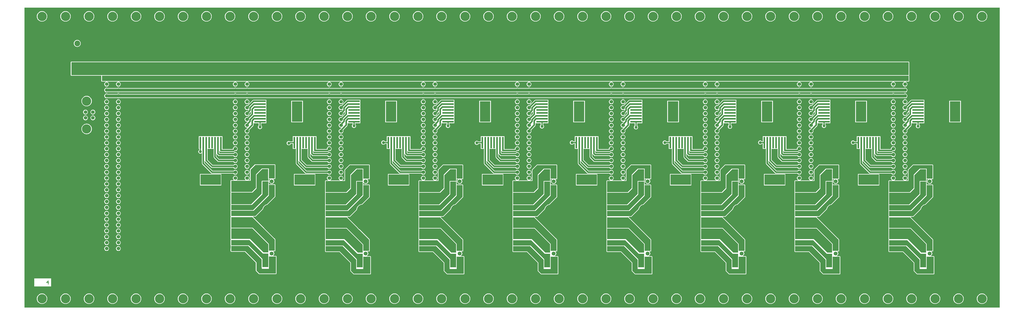
<source format=gbr>
G04 Layer_Physical_Order=4*
G04 Layer_Color=16711680*
%FSLAX45Y45*%
%MOMM*%
%TF.FileFunction,Copper,L4,Bot,Signal*%
%TF.Part,Single*%
G01*
G75*
%TA.AperFunction,Conductor*%
%ADD10C,1.27000*%
%TA.AperFunction,NonConductor*%
%ADD12C,0.25400*%
%TA.AperFunction,ComponentPad*%
%ADD13C,2.50000*%
%TA.AperFunction,ViaPad*%
%ADD14C,4.00000*%
%TA.AperFunction,ComponentPad*%
%ADD15C,1.52400*%
%ADD16C,4.00000*%
%ADD17C,4.76000*%
%ADD18R,1.69000X1.69000*%
%ADD19C,1.69000*%
%TA.AperFunction,ViaPad*%
%ADD20C,1.27000*%
%TA.AperFunction,Conductor*%
%ADD21C,0.50000*%
%TA.AperFunction,SMDPad,CuDef*%
%ADD22R,8.80000X4.50000*%
%ADD23R,0.76000X5.00000*%
%ADD24R,4.50000X8.80000*%
%ADD25R,5.00000X0.76000*%
%TA.AperFunction,Conductor*%
%ADD26C,0.63500*%
G36*
X46812198Y18263196D02*
Y5283198D01*
X4648200Y5283200D01*
X4648200Y18263200D01*
X46812198Y18263196D01*
D02*
G37*
%LPC*%
G36*
X8712200Y11748578D02*
X8685625Y11745080D01*
X8660861Y11734822D01*
X8639596Y11718504D01*
X8623278Y11697239D01*
X8613020Y11672475D01*
X8609522Y11645900D01*
X8613020Y11619325D01*
X8623278Y11594561D01*
X8639596Y11573296D01*
X8660861Y11556978D01*
X8685625Y11546720D01*
X8712200Y11543222D01*
X8738775Y11546720D01*
X8763539Y11556978D01*
X8784804Y11573296D01*
X8801122Y11594561D01*
X8811380Y11619325D01*
X8814878Y11645900D01*
X8811380Y11672475D01*
X8801122Y11697239D01*
X8784804Y11718504D01*
X8763539Y11734822D01*
X8738775Y11745080D01*
X8712200Y11748578D01*
D02*
G37*
G36*
X8204200D02*
X8177625Y11745080D01*
X8152861Y11734822D01*
X8131596Y11718504D01*
X8115278Y11697239D01*
X8105020Y11672475D01*
X8101522Y11645900D01*
X8105020Y11619325D01*
X8115278Y11594561D01*
X8131596Y11573296D01*
X8152861Y11556978D01*
X8177625Y11546720D01*
X8204200Y11543222D01*
X8230775Y11546720D01*
X8255539Y11556978D01*
X8276804Y11573296D01*
X8293122Y11594561D01*
X8303380Y11619325D01*
X8306878Y11645900D01*
X8303380Y11672475D01*
X8293122Y11697239D01*
X8276804Y11718504D01*
X8255539Y11734822D01*
X8230775Y11745080D01*
X8204200Y11748578D01*
D02*
G37*
G36*
X18338800D02*
X18312225Y11745080D01*
X18287460Y11734822D01*
X18266196Y11718504D01*
X18249878Y11697239D01*
X18239619Y11672475D01*
X18236122Y11645900D01*
X18239619Y11619325D01*
X18249878Y11594561D01*
X18266196Y11573296D01*
X18287460Y11556978D01*
X18312225Y11546720D01*
X18338800Y11543222D01*
X18365375Y11546720D01*
X18390138Y11556978D01*
X18411404Y11573296D01*
X18427722Y11594561D01*
X18437981Y11619325D01*
X18441478Y11645900D01*
X18437981Y11672475D01*
X18427722Y11697239D01*
X18411404Y11718504D01*
X18390138Y11734822D01*
X18365375Y11745080D01*
X18338800Y11748578D01*
D02*
G37*
G36*
X14274800D02*
X14248225Y11745080D01*
X14223460Y11734822D01*
X14202196Y11718504D01*
X14185878Y11697239D01*
X14175620Y11672475D01*
X14172122Y11645900D01*
X14175620Y11619325D01*
X14185878Y11594561D01*
X14202196Y11573296D01*
X14223460Y11556978D01*
X14248225Y11546720D01*
X14274800Y11543222D01*
X14301375Y11546720D01*
X14326138Y11556978D01*
X14347404Y11573296D01*
X14363722Y11594561D01*
X14373981Y11619325D01*
X14377478Y11645900D01*
X14373981Y11672475D01*
X14363722Y11697239D01*
X14347404Y11718504D01*
X14326138Y11734822D01*
X14301375Y11745080D01*
X14274800Y11748578D01*
D02*
G37*
G36*
X42722800Y11494578D02*
X42696225Y11491080D01*
X42671460Y11480822D01*
X42650195Y11464504D01*
X42633878Y11443239D01*
X42623621Y11418475D01*
X42620123Y11391900D01*
X42623621Y11365325D01*
X42633878Y11340561D01*
X42650195Y11319296D01*
X42671460Y11302978D01*
X42696225Y11292720D01*
X42722800Y11289222D01*
X42749374Y11292720D01*
X42774139Y11302978D01*
X42795404Y11319296D01*
X42811722Y11340561D01*
X42821979Y11365325D01*
X42825479Y11391900D01*
X42821979Y11418475D01*
X42811722Y11443239D01*
X42795404Y11464504D01*
X42774139Y11480822D01*
X42749374Y11491080D01*
X42722800Y11494578D01*
D02*
G37*
G36*
X30530801D02*
X30504224Y11491080D01*
X30479462Y11480822D01*
X30458197Y11464504D01*
X30441879Y11443239D01*
X30431619Y11418475D01*
X30428122Y11391900D01*
X30431619Y11365325D01*
X30441879Y11340561D01*
X30458197Y11319296D01*
X30479462Y11302978D01*
X30504224Y11292720D01*
X30530801Y11289222D01*
X30557376Y11292720D01*
X30582138Y11302978D01*
X30603403Y11319296D01*
X30619724Y11340561D01*
X30629980Y11365325D01*
X30633478Y11391900D01*
X30629980Y11418475D01*
X30619724Y11443239D01*
X30603403Y11464504D01*
X30582138Y11480822D01*
X30557376Y11491080D01*
X30530801Y11494578D01*
D02*
G37*
G36*
X26466800D02*
X26440225Y11491080D01*
X26415460Y11480822D01*
X26394196Y11464504D01*
X26377878Y11443239D01*
X26367621Y11418475D01*
X26364120Y11391900D01*
X26367621Y11365325D01*
X26377878Y11340561D01*
X26394196Y11319296D01*
X26415460Y11302978D01*
X26440225Y11292720D01*
X26466800Y11289222D01*
X26493375Y11292720D01*
X26518140Y11302978D01*
X26539404Y11319296D01*
X26555722Y11340561D01*
X26565979Y11365325D01*
X26569479Y11391900D01*
X26565979Y11418475D01*
X26555722Y11443239D01*
X26539404Y11464504D01*
X26518140Y11480822D01*
X26493375Y11491080D01*
X26466800Y11494578D01*
D02*
G37*
G36*
X38658801D02*
X38632224Y11491080D01*
X38607462Y11480822D01*
X38586197Y11464504D01*
X38569879Y11443239D01*
X38559619Y11418475D01*
X38556122Y11391900D01*
X38559619Y11365325D01*
X38569879Y11340561D01*
X38586197Y11319296D01*
X38607462Y11302978D01*
X38632224Y11292720D01*
X38658801Y11289222D01*
X38685376Y11292720D01*
X38710138Y11302978D01*
X38731403Y11319296D01*
X38747723Y11340561D01*
X38757980Y11365325D01*
X38761478Y11391900D01*
X38757980Y11418475D01*
X38747723Y11443239D01*
X38731403Y11464504D01*
X38710138Y11480822D01*
X38685376Y11491080D01*
X38658801Y11494578D01*
D02*
G37*
G36*
X34594800D02*
X34568225Y11491080D01*
X34543460Y11480822D01*
X34522195Y11464504D01*
X34505878Y11443239D01*
X34495621Y11418475D01*
X34492123Y11391900D01*
X34495621Y11365325D01*
X34505878Y11340561D01*
X34522195Y11319296D01*
X34543460Y11302978D01*
X34568225Y11292720D01*
X34594800Y11289222D01*
X34621375Y11292720D01*
X34646140Y11302978D01*
X34667404Y11319296D01*
X34683722Y11340561D01*
X34693979Y11365325D01*
X34697479Y11391900D01*
X34693979Y11418475D01*
X34683722Y11443239D01*
X34667404Y11464504D01*
X34646140Y11480822D01*
X34621375Y11491080D01*
X34594800Y11494578D01*
D02*
G37*
G36*
X22402800Y11748578D02*
X22376225Y11745080D01*
X22351460Y11734822D01*
X22330196Y11718504D01*
X22313878Y11697239D01*
X22303619Y11672475D01*
X22300122Y11645900D01*
X22303619Y11619325D01*
X22313878Y11594561D01*
X22330196Y11573296D01*
X22351460Y11556978D01*
X22376225Y11546720D01*
X22402800Y11543222D01*
X22429375Y11546720D01*
X22454140Y11556978D01*
X22475404Y11573296D01*
X22491722Y11594561D01*
X22501981Y11619325D01*
X22505478Y11645900D01*
X22501981Y11672475D01*
X22491722Y11697239D01*
X22475404Y11718504D01*
X22454140Y11734822D01*
X22429375Y11745080D01*
X22402800Y11748578D01*
D02*
G37*
G36*
X8712200Y12002578D02*
X8685625Y11999080D01*
X8660861Y11988822D01*
X8639596Y11972504D01*
X8623278Y11951239D01*
X8613020Y11926475D01*
X8609522Y11899900D01*
X8613020Y11873325D01*
X8623278Y11848561D01*
X8639596Y11827296D01*
X8660861Y11810978D01*
X8685625Y11800720D01*
X8712200Y11797222D01*
X8738775Y11800720D01*
X8763539Y11810978D01*
X8784804Y11827296D01*
X8801122Y11848561D01*
X8811380Y11873325D01*
X8814878Y11899900D01*
X8811380Y11926475D01*
X8801122Y11951239D01*
X8784804Y11972504D01*
X8763539Y11988822D01*
X8738775Y11999080D01*
X8712200Y12002578D01*
D02*
G37*
G36*
X8204200D02*
X8177625Y11999080D01*
X8152861Y11988822D01*
X8131596Y11972504D01*
X8115278Y11951239D01*
X8105020Y11926475D01*
X8101522Y11899900D01*
X8105020Y11873325D01*
X8115278Y11848561D01*
X8131596Y11827296D01*
X8152861Y11810978D01*
X8177625Y11800720D01*
X8204200Y11797222D01*
X8230775Y11800720D01*
X8255539Y11810978D01*
X8276804Y11827296D01*
X8293122Y11848561D01*
X8303380Y11873325D01*
X8306878Y11899900D01*
X8303380Y11926475D01*
X8293122Y11951239D01*
X8276804Y11972504D01*
X8255539Y11988822D01*
X8230775Y11999080D01*
X8204200Y12002578D01*
D02*
G37*
G36*
X18338800D02*
X18312225Y11999080D01*
X18287460Y11988822D01*
X18266196Y11972504D01*
X18249878Y11951239D01*
X18239619Y11926475D01*
X18236122Y11899900D01*
X18239619Y11873325D01*
X18249878Y11848561D01*
X18266196Y11827296D01*
X18287460Y11810978D01*
X18312225Y11800720D01*
X18338800Y11797222D01*
X18365375Y11800720D01*
X18390138Y11810978D01*
X18411404Y11827296D01*
X18427722Y11848561D01*
X18437981Y11873325D01*
X18441478Y11899900D01*
X18437981Y11926475D01*
X18427722Y11951239D01*
X18411404Y11972504D01*
X18390138Y11988822D01*
X18365375Y11999080D01*
X18338800Y12002578D01*
D02*
G37*
G36*
X14274800D02*
X14248225Y11999080D01*
X14223460Y11988822D01*
X14202196Y11972504D01*
X14185878Y11951239D01*
X14175620Y11926475D01*
X14172122Y11899900D01*
X14175620Y11873325D01*
X14185878Y11848561D01*
X14202196Y11827296D01*
X14223460Y11810978D01*
X14248225Y11800720D01*
X14274800Y11797222D01*
X14301375Y11800720D01*
X14326138Y11810978D01*
X14347404Y11827296D01*
X14363722Y11848561D01*
X14373981Y11873325D01*
X14377478Y11899900D01*
X14373981Y11926475D01*
X14363722Y11951239D01*
X14347404Y11972504D01*
X14326138Y11988822D01*
X14301375Y11999080D01*
X14274800Y12002578D01*
D02*
G37*
G36*
X42722800Y11748578D02*
X42696225Y11745080D01*
X42671460Y11734822D01*
X42650195Y11718504D01*
X42633878Y11697239D01*
X42623621Y11672475D01*
X42620123Y11645900D01*
X42623621Y11619325D01*
X42633878Y11594561D01*
X42650195Y11573296D01*
X42671460Y11556978D01*
X42696225Y11546720D01*
X42722800Y11543222D01*
X42749374Y11546720D01*
X42774139Y11556978D01*
X42795404Y11573296D01*
X42811722Y11594561D01*
X42821979Y11619325D01*
X42825479Y11645900D01*
X42821979Y11672475D01*
X42811722Y11697239D01*
X42795404Y11718504D01*
X42774139Y11734822D01*
X42749374Y11745080D01*
X42722800Y11748578D01*
D02*
G37*
G36*
X30530801D02*
X30504224Y11745080D01*
X30479462Y11734822D01*
X30458197Y11718504D01*
X30441879Y11697239D01*
X30431619Y11672475D01*
X30428122Y11645900D01*
X30431619Y11619325D01*
X30441879Y11594561D01*
X30458197Y11573296D01*
X30479462Y11556978D01*
X30504224Y11546720D01*
X30530801Y11543222D01*
X30557376Y11546720D01*
X30582138Y11556978D01*
X30603403Y11573296D01*
X30619724Y11594561D01*
X30629980Y11619325D01*
X30633478Y11645900D01*
X30629980Y11672475D01*
X30619724Y11697239D01*
X30603403Y11718504D01*
X30582138Y11734822D01*
X30557376Y11745080D01*
X30530801Y11748578D01*
D02*
G37*
G36*
X26466800D02*
X26440225Y11745080D01*
X26415460Y11734822D01*
X26394196Y11718504D01*
X26377878Y11697239D01*
X26367621Y11672475D01*
X26364120Y11645900D01*
X26367621Y11619325D01*
X26377878Y11594561D01*
X26394196Y11573296D01*
X26415460Y11556978D01*
X26440225Y11546720D01*
X26466800Y11543222D01*
X26493375Y11546720D01*
X26518140Y11556978D01*
X26539404Y11573296D01*
X26555722Y11594561D01*
X26565979Y11619325D01*
X26569479Y11645900D01*
X26565979Y11672475D01*
X26555722Y11697239D01*
X26539404Y11718504D01*
X26518140Y11734822D01*
X26493375Y11745080D01*
X26466800Y11748578D01*
D02*
G37*
G36*
X38658801D02*
X38632224Y11745080D01*
X38607462Y11734822D01*
X38586197Y11718504D01*
X38569879Y11697239D01*
X38559619Y11672475D01*
X38556122Y11645900D01*
X38559619Y11619325D01*
X38569879Y11594561D01*
X38586197Y11573296D01*
X38607462Y11556978D01*
X38632224Y11546720D01*
X38658801Y11543222D01*
X38685376Y11546720D01*
X38710138Y11556978D01*
X38731403Y11573296D01*
X38747723Y11594561D01*
X38757980Y11619325D01*
X38761478Y11645900D01*
X38757980Y11672475D01*
X38747723Y11697239D01*
X38731403Y11718504D01*
X38710138Y11734822D01*
X38685376Y11745080D01*
X38658801Y11748578D01*
D02*
G37*
G36*
X34594800D02*
X34568225Y11745080D01*
X34543460Y11734822D01*
X34522195Y11718504D01*
X34505878Y11697239D01*
X34495621Y11672475D01*
X34492123Y11645900D01*
X34495621Y11619325D01*
X34505878Y11594561D01*
X34522195Y11573296D01*
X34543460Y11556978D01*
X34568225Y11546720D01*
X34594800Y11543222D01*
X34621375Y11546720D01*
X34646140Y11556978D01*
X34667404Y11573296D01*
X34683722Y11594561D01*
X34693979Y11619325D01*
X34697479Y11645900D01*
X34693979Y11672475D01*
X34683722Y11697239D01*
X34667404Y11718504D01*
X34646140Y11734822D01*
X34621375Y11745080D01*
X34594800Y11748578D01*
D02*
G37*
G36*
X22402800Y11494578D02*
X22376225Y11491080D01*
X22351460Y11480822D01*
X22330196Y11464504D01*
X22313878Y11443239D01*
X22303619Y11418475D01*
X22300122Y11391900D01*
X22303619Y11365325D01*
X22313878Y11340561D01*
X22330196Y11319296D01*
X22351460Y11302978D01*
X22376225Y11292720D01*
X22402800Y11289222D01*
X22429375Y11292720D01*
X22454140Y11302978D01*
X22475404Y11319296D01*
X22491722Y11340561D01*
X22501981Y11365325D01*
X22505478Y11391900D01*
X22501981Y11418475D01*
X22491722Y11443239D01*
X22475404Y11464504D01*
X22454140Y11480822D01*
X22429375Y11491080D01*
X22402800Y11494578D01*
D02*
G37*
G36*
X8712200Y11240578D02*
X8685625Y11237080D01*
X8660861Y11226822D01*
X8639596Y11210504D01*
X8623278Y11189239D01*
X8613020Y11164475D01*
X8609522Y11137900D01*
X8613020Y11111325D01*
X8623278Y11086561D01*
X8639596Y11065296D01*
X8660861Y11048978D01*
X8685625Y11038720D01*
X8712200Y11035222D01*
X8738775Y11038720D01*
X8763539Y11048978D01*
X8784804Y11065296D01*
X8801122Y11086561D01*
X8811380Y11111325D01*
X8814878Y11137900D01*
X8811380Y11164475D01*
X8801122Y11189239D01*
X8784804Y11210504D01*
X8763539Y11226822D01*
X8738775Y11237080D01*
X8712200Y11240578D01*
D02*
G37*
G36*
X8204200D02*
X8177625Y11237080D01*
X8152861Y11226822D01*
X8131596Y11210504D01*
X8115278Y11189239D01*
X8105020Y11164475D01*
X8101522Y11137900D01*
X8105020Y11111325D01*
X8115278Y11086561D01*
X8131596Y11065296D01*
X8152861Y11048978D01*
X8177625Y11038720D01*
X8204200Y11035222D01*
X8230775Y11038720D01*
X8255539Y11048978D01*
X8276804Y11065296D01*
X8293122Y11086561D01*
X8303380Y11111325D01*
X8306878Y11137900D01*
X8303380Y11164475D01*
X8293122Y11189239D01*
X8276804Y11210504D01*
X8255539Y11226822D01*
X8230775Y11237080D01*
X8204200Y11240578D01*
D02*
G37*
G36*
X18338800D02*
X18312225Y11237080D01*
X18287460Y11226822D01*
X18266196Y11210504D01*
X18249878Y11189239D01*
X18239619Y11164475D01*
X18236122Y11137900D01*
X18239619Y11111325D01*
X18249878Y11086561D01*
X18266196Y11065296D01*
X18287460Y11048978D01*
X18312225Y11038720D01*
X18338800Y11035222D01*
X18365375Y11038720D01*
X18390138Y11048978D01*
X18411404Y11065296D01*
X18427722Y11086561D01*
X18437981Y11111325D01*
X18441478Y11137900D01*
X18437981Y11164475D01*
X18427722Y11189239D01*
X18411404Y11210504D01*
X18390138Y11226822D01*
X18365375Y11237080D01*
X18338800Y11240578D01*
D02*
G37*
G36*
X14274800D02*
X14248225Y11237080D01*
X14223460Y11226822D01*
X14202196Y11210504D01*
X14185878Y11189239D01*
X14175620Y11164475D01*
X14172122Y11137900D01*
X14175620Y11111325D01*
X14185878Y11086561D01*
X14202196Y11065296D01*
X14223460Y11048978D01*
X14248225Y11038720D01*
X14274800Y11035222D01*
X14301375Y11038720D01*
X14326138Y11048978D01*
X14347404Y11065296D01*
X14363722Y11086561D01*
X14373981Y11111325D01*
X14377478Y11137900D01*
X14373981Y11164475D01*
X14363722Y11189239D01*
X14347404Y11210504D01*
X14326138Y11226822D01*
X14301375Y11237080D01*
X14274800Y11240578D01*
D02*
G37*
G36*
X15468600Y11481502D02*
X14630400D01*
X14620412Y11479515D01*
X14611943Y11473857D01*
X14611943Y11473856D01*
X14434143Y11296057D01*
X14434143Y11296056D01*
X14408743Y11270657D01*
X14403085Y11262189D01*
X14401099Y11252200D01*
Y10795702D01*
X14346837D01*
X14342754Y10807728D01*
X14347404Y10811296D01*
X14363722Y10832561D01*
X14373981Y10857325D01*
X14377478Y10883900D01*
X14373981Y10910475D01*
X14363722Y10935239D01*
X14347404Y10956504D01*
X14326138Y10972822D01*
X14301375Y10983080D01*
X14274800Y10986578D01*
X14248225Y10983080D01*
X14223460Y10972822D01*
X14202196Y10956504D01*
X14185878Y10935239D01*
X14175620Y10910475D01*
X14172122Y10883900D01*
X14175620Y10857325D01*
X14185878Y10832561D01*
X14202196Y10811296D01*
X14206847Y10807728D01*
X14202763Y10795702D01*
X13838837D01*
X13834753Y10807728D01*
X13839404Y10811296D01*
X13855722Y10832561D01*
X13865981Y10857325D01*
X13869478Y10883900D01*
X13865981Y10910475D01*
X13855722Y10935239D01*
X13839404Y10956504D01*
X13818140Y10972822D01*
X13793375Y10983080D01*
X13766800Y10986578D01*
X13740225Y10983080D01*
X13715462Y10972822D01*
X13694196Y10956504D01*
X13677878Y10935239D01*
X13667619Y10910475D01*
X13664122Y10883900D01*
X13667619Y10857325D01*
X13677878Y10832561D01*
X13694196Y10811296D01*
X13698846Y10807728D01*
X13694763Y10795702D01*
X13589000D01*
X13579012Y10793715D01*
X13570543Y10788057D01*
X13564885Y10779589D01*
X13562898Y10769600D01*
Y10287000D01*
X13564885Y10277011D01*
X13566931Y10273949D01*
X13564885Y10270887D01*
X13562898Y10260898D01*
Y9754301D01*
X13564885Y9744313D01*
X13566931Y9741251D01*
X13564885Y9738188D01*
X13562898Y9728200D01*
X13562898Y9499600D01*
X13564885Y9489611D01*
X13566931Y9486549D01*
X13564885Y9483487D01*
X13562898Y9473498D01*
Y9245600D01*
X13564885Y9235611D01*
X13570543Y9227143D01*
Y9213256D01*
X13564885Y9204789D01*
X13562898Y9194800D01*
X13562898Y8738301D01*
X13564885Y8728312D01*
X13566931Y8725251D01*
X13564883Y8722188D01*
X13562898Y8712199D01*
X13562898Y8255000D01*
X13564885Y8245011D01*
X13570543Y8236543D01*
Y8222656D01*
X13564885Y8214188D01*
X13562898Y8204200D01*
Y7975600D01*
X13564885Y7965611D01*
X13567328Y7961955D01*
X13565723Y7959572D01*
X13565714Y7959526D01*
X13565688Y7959487D01*
X13564700Y7954527D01*
X13563701Y7949590D01*
X13562930Y7730688D01*
X13562935Y7730666D01*
X13562930Y7730642D01*
X13563918Y7725637D01*
X13564882Y7720693D01*
X13564896Y7720673D01*
X13564899Y7720650D01*
X13567708Y7716431D01*
X13570509Y7712205D01*
X13570531Y7712192D01*
X13570543Y7712173D01*
X13579507Y7703176D01*
X13579526Y7703163D01*
X13579539Y7703144D01*
X13583763Y7700322D01*
X13587965Y7697503D01*
X13587988Y7697499D01*
X13588008Y7697485D01*
X13592970Y7696498D01*
X13597951Y7695499D01*
X13597974Y7695503D01*
X13597997Y7695499D01*
X14187788Y7695498D01*
X14655098Y7228188D01*
Y6883400D01*
X14657085Y6873412D01*
X14662743Y6864944D01*
X14789743Y6737944D01*
X14789743Y6737943D01*
X14798212Y6732285D01*
X14808200Y6730298D01*
X15519400Y6730298D01*
X15529388Y6732285D01*
X15537857Y6737943D01*
X15543515Y6746411D01*
X15545502Y6756400D01*
Y7480300D01*
X15545502Y7480301D01*
X15545502Y7480301D01*
X15545502Y7493001D01*
X15543513Y7502988D01*
X15543513Y7502989D01*
X15543513Y7502990D01*
X15540106Y7508089D01*
X15537856Y7511456D01*
X15537856Y7511457D01*
X15537856Y7511457D01*
X15534486Y7513708D01*
X15529388Y7517115D01*
X15529387Y7517115D01*
X15529385Y7517115D01*
X15519398Y7519101D01*
X15411627D01*
X15407317Y7531801D01*
X15419923Y7541476D01*
X15437572Y7564475D01*
X15448666Y7591258D01*
X15452451Y7620000D01*
X15448666Y7648742D01*
X15437572Y7675525D01*
X15419923Y7698524D01*
X15407317Y7708198D01*
X15411629Y7720898D01*
X15468600D01*
X15478589Y7722885D01*
X15487057Y7728543D01*
X15492715Y7737011D01*
X15494702Y7747000D01*
Y8229599D01*
X15494702Y8229600D01*
X15492715Y8239589D01*
X15487057Y8248057D01*
X15487056Y8248057D01*
X15451500Y8283613D01*
Y8284100D01*
X15451013D01*
X15053088Y8682025D01*
X15052225Y8682602D01*
X15051582Y8683416D01*
X15030943Y8701045D01*
X15013316Y8721683D01*
X15012502Y8722325D01*
X15011925Y8723188D01*
X14902856Y8832257D01*
X14902856Y8832257D01*
X14528316Y9206798D01*
X14533575Y9219498D01*
X14630400D01*
X14640388Y9221485D01*
X14648857Y9227143D01*
X14648857Y9227144D01*
X14962186Y9540473D01*
X14963333Y9542188D01*
X14964847Y9543588D01*
X14966135Y9546382D01*
X14967845Y9548941D01*
X14968246Y9550964D01*
X14969110Y9552837D01*
X14972827Y9568319D01*
X14987134Y9602857D01*
X15006667Y9634730D01*
X15030943Y9663156D01*
X15059370Y9687435D01*
X15091245Y9706967D01*
X15125781Y9721273D01*
X15141263Y9724990D01*
X15143137Y9725853D01*
X15145158Y9726255D01*
X15147717Y9727965D01*
X15150513Y9729253D01*
X15151912Y9730768D01*
X15153627Y9731913D01*
X15487057Y10065343D01*
X15492715Y10073811D01*
X15494702Y10083800D01*
Y10591800D01*
X15492715Y10601789D01*
X15487057Y10610257D01*
X15478589Y10615915D01*
X15468600Y10617902D01*
X15215302D01*
Y10744200D01*
X15213315Y10754189D01*
X15211269Y10757251D01*
X15213315Y10760313D01*
X15215302Y10770302D01*
Y10845098D01*
X15271172D01*
X15275484Y10832398D01*
X15262875Y10822724D01*
X15245229Y10799725D01*
X15234134Y10772942D01*
X15230350Y10744200D01*
X15234134Y10715458D01*
X15245229Y10688675D01*
X15262875Y10665676D01*
X15285875Y10648028D01*
X15312659Y10636934D01*
X15341400Y10633150D01*
X15370142Y10636934D01*
X15396925Y10648028D01*
X15419923Y10665676D01*
X15437572Y10688675D01*
X15448666Y10715458D01*
X15452451Y10744200D01*
X15448666Y10772942D01*
X15437572Y10799725D01*
X15419923Y10822724D01*
X15407317Y10832398D01*
X15411629Y10845098D01*
X15468600D01*
X15478589Y10847085D01*
X15487057Y10852743D01*
X15492715Y10861211D01*
X15494702Y10871200D01*
Y11455400D01*
X15492715Y11465389D01*
X15487057Y11473857D01*
X15478589Y11479515D01*
X15468600Y11481502D01*
D02*
G37*
G36*
X35783224Y11469602D02*
X34945023D01*
X34935034Y11467615D01*
X34926566Y11461957D01*
X34926566Y11461956D01*
X34748767Y11284157D01*
X34748767Y11284156D01*
X34723367Y11258757D01*
X34717709Y11250289D01*
X34715723Y11240300D01*
Y10783802D01*
X34651556D01*
X34649112Y10788845D01*
X34648126Y10796502D01*
X34667404Y10811296D01*
X34683722Y10832561D01*
X34693979Y10857325D01*
X34697479Y10883900D01*
X34693979Y10910475D01*
X34683722Y10935239D01*
X34667404Y10956504D01*
X34646140Y10972822D01*
X34621375Y10983080D01*
X34594800Y10986578D01*
X34568225Y10983080D01*
X34543460Y10972822D01*
X34522195Y10956504D01*
X34505878Y10935239D01*
X34495621Y10910475D01*
X34492123Y10883900D01*
X34495621Y10857325D01*
X34505878Y10832561D01*
X34522195Y10811296D01*
X34541476Y10796502D01*
X34540488Y10788845D01*
X34538043Y10783802D01*
X34143555D01*
X34141113Y10788845D01*
X34140125Y10796502D01*
X34159406Y10811296D01*
X34175723Y10832561D01*
X34185980Y10857325D01*
X34189478Y10883900D01*
X34185980Y10910475D01*
X34175723Y10935239D01*
X34159406Y10956504D01*
X34138138Y10972822D01*
X34113376Y10983080D01*
X34086801Y10986578D01*
X34060226Y10983080D01*
X34035461Y10972822D01*
X34014197Y10956504D01*
X33997879Y10935239D01*
X33987619Y10910475D01*
X33984122Y10883900D01*
X33987619Y10857325D01*
X33997879Y10832561D01*
X34014197Y10811296D01*
X34033475Y10796502D01*
X34032489Y10788845D01*
X34030045Y10783802D01*
X33903622D01*
X33893634Y10781815D01*
X33885168Y10776157D01*
X33879510Y10767689D01*
X33877521Y10757700D01*
Y10275100D01*
X33879510Y10265112D01*
X33881555Y10262049D01*
X33879510Y10258987D01*
X33877521Y10248999D01*
Y9742401D01*
X33879510Y9732413D01*
X33881555Y9729351D01*
X33879507Y9726288D01*
X33877521Y9716300D01*
X33877521Y9487700D01*
X33879510Y9477712D01*
X33881555Y9474649D01*
X33879510Y9471587D01*
X33877521Y9461599D01*
Y9233700D01*
X33879510Y9223712D01*
X33885168Y9215243D01*
Y9201357D01*
X33879510Y9192889D01*
X33877521Y9182900D01*
X33877521Y8726401D01*
X33879507Y8716413D01*
X33881555Y8713351D01*
X33879507Y8710288D01*
X33877521Y8700300D01*
X33877521Y8243100D01*
X33879507Y8233111D01*
X33885165Y8224643D01*
Y8210756D01*
X33879507Y8202288D01*
X33877521Y8192300D01*
Y7963700D01*
X33879507Y7953711D01*
X33881952Y7950055D01*
X33880347Y7947672D01*
X33880338Y7947626D01*
X33880310Y7947587D01*
X33879324Y7942627D01*
X33878326Y7937690D01*
X33877554Y7718788D01*
X33877557Y7718766D01*
X33877554Y7718742D01*
X33878540Y7713737D01*
X33879504Y7708793D01*
X33879517Y7708774D01*
X33879523Y7708750D01*
X33882333Y7704531D01*
X33885135Y7700305D01*
X33885153Y7700292D01*
X33885165Y7700273D01*
X33894131Y7691276D01*
X33894150Y7691264D01*
X33894162Y7691244D01*
X33898386Y7688422D01*
X33902588Y7685603D01*
X33902612Y7685599D01*
X33902631Y7685586D01*
X33907593Y7684599D01*
X33912573Y7683599D01*
X33912595Y7683603D01*
X33912619Y7683599D01*
X34502411Y7683599D01*
X34969724Y7216288D01*
Y6871500D01*
X34971710Y6861512D01*
X34977368Y6853044D01*
X35104367Y6726044D01*
X35104367Y6726043D01*
X35112833Y6720385D01*
X35122824Y6718398D01*
X35834024Y6718399D01*
X35844012Y6720385D01*
X35852481Y6726043D01*
X35858139Y6734512D01*
X35860126Y6744500D01*
Y7468400D01*
X35860126Y7468401D01*
X35860126Y7468401D01*
X35860123Y7481101D01*
X35858136Y7491088D01*
X35858136Y7491089D01*
X35858136Y7491090D01*
X35854730Y7496189D01*
X35852478Y7499557D01*
X35852478Y7499557D01*
X35852478Y7499558D01*
X35849109Y7501808D01*
X35844012Y7505215D01*
X35844009Y7505215D01*
X35844009Y7505215D01*
X35834024Y7507201D01*
X35709970D01*
X35707446Y7519901D01*
X35716925Y7523828D01*
X35739923Y7541476D01*
X35757571Y7564475D01*
X35768665Y7591258D01*
X35772449Y7620000D01*
X35768665Y7648742D01*
X35757571Y7675525D01*
X35741632Y7696299D01*
X35745248Y7708999D01*
X35783224D01*
X35793213Y7710985D01*
X35801682Y7716643D01*
X35807339Y7725112D01*
X35809326Y7735100D01*
Y8217700D01*
X35807339Y8227689D01*
X35801682Y8236157D01*
X35771500Y8266337D01*
Y8284100D01*
X35753738D01*
X35217480Y8820357D01*
X35217480Y8820357D01*
X34842938Y9194899D01*
X34848199Y9207599D01*
X34945023D01*
X34945023Y9207598D01*
X34955011Y9209585D01*
X34963480Y9215243D01*
X34963480Y9215244D01*
X35280127Y9531889D01*
X35281271Y9533604D01*
X35282785Y9535004D01*
X35284073Y9537798D01*
X35285785Y9540357D01*
X35286185Y9542379D01*
X35287048Y9544252D01*
X35292828Y9568319D01*
X35307135Y9602857D01*
X35326666Y9634730D01*
X35350943Y9663156D01*
X35379370Y9687435D01*
X35411243Y9706967D01*
X35445782Y9721273D01*
X35469849Y9727051D01*
X35471722Y9727914D01*
X35473743Y9728316D01*
X35476303Y9730027D01*
X35479095Y9731315D01*
X35480496Y9732828D01*
X35482211Y9733974D01*
X35801682Y10053443D01*
X35807339Y10061911D01*
X35809326Y10071900D01*
Y10579900D01*
X35807339Y10589889D01*
X35801682Y10598357D01*
X35793213Y10604015D01*
X35783224Y10606002D01*
X35529926D01*
Y10732300D01*
X35527939Y10742289D01*
X35525891Y10745351D01*
X35527939Y10748413D01*
X35529926Y10758402D01*
Y10833199D01*
X35577551D01*
X35581168Y10820499D01*
X35565228Y10799725D01*
X35554135Y10772942D01*
X35550351Y10744200D01*
X35554135Y10715458D01*
X35565228Y10688675D01*
X35582877Y10665676D01*
X35605875Y10648028D01*
X35632657Y10636934D01*
X35661401Y10633150D01*
X35690143Y10636934D01*
X35716925Y10648028D01*
X35739923Y10665676D01*
X35757571Y10688675D01*
X35768665Y10715458D01*
X35772449Y10744200D01*
X35768665Y10772942D01*
X35757571Y10799725D01*
X35741632Y10820499D01*
X35745248Y10833199D01*
X35783224D01*
X35793213Y10835185D01*
X35801682Y10840843D01*
X35807339Y10849312D01*
X35809326Y10859300D01*
Y11443500D01*
X35807339Y11453489D01*
X35801682Y11461957D01*
X35793213Y11467615D01*
X35783224Y11469602D01*
D02*
G37*
G36*
X31719223D02*
X30881024D01*
X30871036Y11467615D01*
X30862567Y11461957D01*
X30862567Y11461956D01*
X30684766Y11284157D01*
X30684766Y11284156D01*
X30659366Y11258757D01*
X30653708Y11250289D01*
X30651721Y11240300D01*
Y10783802D01*
X30587555D01*
X30585114Y10788845D01*
X30584125Y10796502D01*
X30603403Y10811296D01*
X30619724Y10832561D01*
X30629980Y10857325D01*
X30633478Y10883900D01*
X30629980Y10910475D01*
X30619724Y10935239D01*
X30603403Y10956504D01*
X30582138Y10972822D01*
X30557376Y10983080D01*
X30530801Y10986578D01*
X30504224Y10983080D01*
X30479462Y10972822D01*
X30458197Y10956504D01*
X30441879Y10935239D01*
X30431619Y10910475D01*
X30428122Y10883900D01*
X30431619Y10857325D01*
X30441879Y10832561D01*
X30458197Y10811296D01*
X30477475Y10796502D01*
X30476489Y10788845D01*
X30474045Y10783802D01*
X30079556D01*
X30077112Y10788845D01*
X30076126Y10796502D01*
X30095404Y10811296D01*
X30111722Y10832561D01*
X30121979Y10857325D01*
X30125479Y10883900D01*
X30121979Y10910475D01*
X30111722Y10935239D01*
X30095404Y10956504D01*
X30074139Y10972822D01*
X30049374Y10983080D01*
X30022800Y10986578D01*
X29996225Y10983080D01*
X29971460Y10972822D01*
X29950195Y10956504D01*
X29933878Y10935239D01*
X29923621Y10910475D01*
X29920123Y10883900D01*
X29923621Y10857325D01*
X29933878Y10832561D01*
X29950195Y10811296D01*
X29969476Y10796502D01*
X29968488Y10788845D01*
X29966043Y10783802D01*
X29839624D01*
X29829636Y10781815D01*
X29821167Y10776157D01*
X29815509Y10767689D01*
X29813522Y10757700D01*
Y10275100D01*
X29815509Y10265112D01*
X29817554Y10262049D01*
X29815509Y10258987D01*
X29813522Y10248999D01*
Y9742401D01*
X29815509Y9732413D01*
X29817554Y9729351D01*
X29815509Y9726288D01*
X29813522Y9716300D01*
X29813522Y9487700D01*
X29815509Y9477712D01*
X29817554Y9474649D01*
X29815509Y9471587D01*
X29813522Y9461599D01*
Y9233700D01*
X29815509Y9223712D01*
X29821167Y9215243D01*
Y9201357D01*
X29815509Y9192889D01*
X29813522Y9182900D01*
X29813522Y8726401D01*
X29815509Y8716413D01*
X29817554Y8713351D01*
X29815509Y8710288D01*
X29813522Y8700300D01*
X29813522Y8243100D01*
X29815509Y8233111D01*
X29821167Y8224643D01*
Y8210756D01*
X29815509Y8202288D01*
X29813522Y8192300D01*
Y7963700D01*
X29815509Y7953711D01*
X29817950Y7950055D01*
X29816348Y7947672D01*
X29816336Y7947626D01*
X29816312Y7947587D01*
X29815326Y7942627D01*
X29814325Y7937690D01*
X29813553Y7718788D01*
X29813559Y7718766D01*
X29813553Y7718742D01*
X29814539Y7713737D01*
X29815506Y7708793D01*
X29815518Y7708774D01*
X29815524Y7708750D01*
X29818332Y7704531D01*
X29821133Y7700305D01*
X29821152Y7700292D01*
X29821167Y7700273D01*
X29830130Y7691276D01*
X29830151Y7691264D01*
X29830164Y7691244D01*
X29834387Y7688422D01*
X29838589Y7685603D01*
X29838611Y7685599D01*
X29838632Y7685586D01*
X29843594Y7684599D01*
X29848572Y7683599D01*
X29848596Y7683603D01*
X29848621Y7683599D01*
X30438412Y7683599D01*
X30905722Y7216288D01*
Y6871500D01*
X30907709Y6861512D01*
X30913367Y6853044D01*
X31040366Y6726044D01*
X31040366Y6726043D01*
X31048834Y6720385D01*
X31058823Y6718398D01*
X31770023Y6718399D01*
X31780011Y6720385D01*
X31788480Y6726043D01*
X31794138Y6734512D01*
X31796124Y6744500D01*
Y7468400D01*
X31796124Y7468401D01*
X31796124Y7468401D01*
X31796124Y7481101D01*
X31794138Y7491088D01*
X31794138Y7491089D01*
X31794138Y7491090D01*
X31790729Y7496189D01*
X31788480Y7499557D01*
X31788480Y7499557D01*
X31788477Y7499558D01*
X31785110Y7501808D01*
X31780011Y7505215D01*
X31780011Y7505215D01*
X31780011Y7505215D01*
X31770023Y7507201D01*
X31645972D01*
X31643445Y7519901D01*
X31652924Y7523828D01*
X31675925Y7541476D01*
X31693573Y7564475D01*
X31704666Y7591258D01*
X31708450Y7620000D01*
X31704666Y7648742D01*
X31693573Y7675525D01*
X31677631Y7696299D01*
X31681250Y7708999D01*
X31719223D01*
X31729211Y7710985D01*
X31737680Y7716643D01*
X31743338Y7725112D01*
X31745325Y7735100D01*
Y8217700D01*
X31743338Y8227689D01*
X31737680Y8236157D01*
X31707501Y8266337D01*
Y8284100D01*
X31689737D01*
X31153479Y8820357D01*
X31153479Y8820357D01*
X30778937Y9194899D01*
X30784198Y9207599D01*
X30881021D01*
X30881024Y9207598D01*
X30891013Y9209585D01*
X30899481Y9215243D01*
X30899481Y9215244D01*
X31216125Y9531889D01*
X31217273Y9533604D01*
X31218784Y9535004D01*
X31220074Y9537798D01*
X31221783Y9540357D01*
X31222186Y9542379D01*
X31223050Y9544252D01*
X31228827Y9568319D01*
X31243134Y9602857D01*
X31262665Y9634730D01*
X31286945Y9663156D01*
X31315372Y9687435D01*
X31347244Y9706967D01*
X31381781Y9721273D01*
X31405847Y9727051D01*
X31407721Y9727914D01*
X31409744Y9728316D01*
X31412302Y9730027D01*
X31415097Y9731315D01*
X31416495Y9732828D01*
X31418210Y9733974D01*
X31737680Y10053443D01*
X31743338Y10061911D01*
X31745325Y10071900D01*
Y10579900D01*
X31743338Y10589889D01*
X31737680Y10598357D01*
X31729211Y10604015D01*
X31719223Y10606002D01*
X31465924D01*
Y10732300D01*
X31463937Y10742289D01*
X31461893Y10745351D01*
X31463937Y10748413D01*
X31465924Y10758402D01*
Y10833199D01*
X31513550D01*
X31517169Y10820499D01*
X31501227Y10799725D01*
X31490134Y10772942D01*
X31486349Y10744200D01*
X31490134Y10715458D01*
X31501227Y10688675D01*
X31518875Y10665676D01*
X31541876Y10648028D01*
X31568658Y10636934D01*
X31597400Y10633150D01*
X31626141Y10636934D01*
X31652924Y10648028D01*
X31675925Y10665676D01*
X31693573Y10688675D01*
X31704666Y10715458D01*
X31708450Y10744200D01*
X31704666Y10772942D01*
X31693573Y10799725D01*
X31677631Y10820499D01*
X31681250Y10833199D01*
X31719223D01*
X31729211Y10835185D01*
X31737680Y10840843D01*
X31743338Y10849312D01*
X31745325Y10859300D01*
Y11443500D01*
X31743338Y11453489D01*
X31737680Y11461957D01*
X31729211Y11467615D01*
X31719223Y11469602D01*
D02*
G37*
G36*
X43911224D02*
X43073022D01*
X43063034Y11467615D01*
X43054568Y11461957D01*
X43054565Y11461956D01*
X42876767Y11284157D01*
X42876767Y11284156D01*
X42851367Y11258757D01*
X42845709Y11250289D01*
X42843723Y11240300D01*
Y10783802D01*
X42779556D01*
X42777112Y10788845D01*
X42776126Y10796502D01*
X42795404Y10811296D01*
X42811722Y10832561D01*
X42821979Y10857325D01*
X42825479Y10883900D01*
X42821979Y10910475D01*
X42811722Y10935239D01*
X42795404Y10956504D01*
X42774139Y10972822D01*
X42749374Y10983080D01*
X42722800Y10986578D01*
X42696225Y10983080D01*
X42671460Y10972822D01*
X42650195Y10956504D01*
X42633878Y10935239D01*
X42623621Y10910475D01*
X42620123Y10883900D01*
X42623621Y10857325D01*
X42633878Y10832561D01*
X42650195Y10811296D01*
X42669476Y10796502D01*
X42668488Y10788845D01*
X42666043Y10783802D01*
X42271555D01*
X42269113Y10788845D01*
X42268124Y10796502D01*
X42287405Y10811296D01*
X42303723Y10832561D01*
X42313980Y10857325D01*
X42317477Y10883900D01*
X42313980Y10910475D01*
X42303723Y10935239D01*
X42287405Y10956504D01*
X42266138Y10972822D01*
X42241376Y10983080D01*
X42214801Y10986578D01*
X42188226Y10983080D01*
X42163461Y10972822D01*
X42142197Y10956504D01*
X42125879Y10935239D01*
X42115619Y10910475D01*
X42112122Y10883900D01*
X42115619Y10857325D01*
X42125879Y10832561D01*
X42142197Y10811296D01*
X42161475Y10796502D01*
X42160489Y10788845D01*
X42158044Y10783802D01*
X42031622D01*
X42021634Y10781815D01*
X42013168Y10776157D01*
X42007510Y10767689D01*
X42005521Y10757700D01*
Y10275100D01*
X42007510Y10265112D01*
X42009555Y10262049D01*
X42007510Y10258987D01*
X42005521Y10248999D01*
Y9742401D01*
X42007510Y9732413D01*
X42009555Y9729351D01*
X42007507Y9726288D01*
X42005521Y9716300D01*
X42005521Y9487700D01*
X42007510Y9477712D01*
X42009555Y9474649D01*
X42007510Y9471587D01*
X42005521Y9461599D01*
Y9233700D01*
X42007510Y9223712D01*
X42013168Y9215243D01*
Y9201357D01*
X42007510Y9192889D01*
X42005521Y9182900D01*
X42005521Y8726401D01*
X42007507Y8716413D01*
X42009555Y8713351D01*
X42007507Y8710288D01*
X42005521Y8700300D01*
X42005521Y8243100D01*
X42007507Y8233111D01*
X42013165Y8224643D01*
Y8210756D01*
X42007507Y8202288D01*
X42005521Y8192300D01*
Y7963700D01*
X42007507Y7953711D01*
X42009952Y7950055D01*
X42008347Y7947672D01*
X42008337Y7947626D01*
X42008310Y7947587D01*
X42007324Y7942627D01*
X42006326Y7937690D01*
X42005554Y7718788D01*
X42005557Y7718766D01*
X42005554Y7718742D01*
X42006540Y7713737D01*
X42007504Y7708793D01*
X42007516Y7708774D01*
X42007523Y7708750D01*
X42010333Y7704531D01*
X42013135Y7700305D01*
X42013153Y7700292D01*
X42013165Y7700273D01*
X42022131Y7691276D01*
X42022150Y7691264D01*
X42022162Y7691244D01*
X42026385Y7688422D01*
X42030588Y7685603D01*
X42030612Y7685599D01*
X42030630Y7685586D01*
X42035593Y7684599D01*
X42040573Y7683599D01*
X42040594Y7683603D01*
X42040619Y7683599D01*
X42630411Y7683599D01*
X43097723Y7216288D01*
Y6871500D01*
X43099710Y6861512D01*
X43105368Y6853044D01*
X43232367Y6726044D01*
X43232367Y6726043D01*
X43240833Y6720385D01*
X43250824Y6718398D01*
X43962024Y6718399D01*
X43972012Y6720385D01*
X43980481Y6726043D01*
X43986139Y6734512D01*
X43988126Y6744500D01*
Y7468400D01*
X43988126Y7468401D01*
X43988126Y7468401D01*
X43988123Y7481101D01*
X43986136Y7491088D01*
X43986136Y7491089D01*
X43986136Y7491090D01*
X43982730Y7496189D01*
X43980478Y7499557D01*
X43980478Y7499557D01*
X43980478Y7499558D01*
X43977109Y7501808D01*
X43972012Y7505215D01*
X43972009Y7505215D01*
X43972009Y7505215D01*
X43962024Y7507201D01*
X43837970D01*
X43835446Y7519901D01*
X43844925Y7523828D01*
X43867923Y7541476D01*
X43885571Y7564475D01*
X43896667Y7591258D01*
X43900449Y7620000D01*
X43896667Y7648742D01*
X43885571Y7675525D01*
X43869632Y7696299D01*
X43873248Y7708999D01*
X43911224D01*
X43921213Y7710985D01*
X43929681Y7716643D01*
X43935339Y7725112D01*
X43937326Y7735100D01*
Y8217700D01*
X43935339Y8227689D01*
X43929681Y8236157D01*
X43899500Y8266337D01*
Y8284100D01*
X43881738D01*
X43345480Y8820357D01*
X43345480Y8820357D01*
X42970938Y9194899D01*
X42976199Y9207599D01*
X43073022D01*
X43073022Y9207598D01*
X43083011Y9209585D01*
X43091479Y9215243D01*
X43091479Y9215244D01*
X43408127Y9531889D01*
X43409271Y9533604D01*
X43410785Y9535004D01*
X43412073Y9537798D01*
X43413785Y9540357D01*
X43414185Y9542379D01*
X43415048Y9544252D01*
X43420828Y9568319D01*
X43435135Y9602857D01*
X43454666Y9634730D01*
X43478943Y9663156D01*
X43507370Y9687435D01*
X43539243Y9706967D01*
X43573782Y9721273D01*
X43597849Y9727051D01*
X43599722Y9727914D01*
X43601743Y9728316D01*
X43604303Y9730027D01*
X43607095Y9731315D01*
X43608496Y9732828D01*
X43610211Y9733974D01*
X43929681Y10053443D01*
X43935339Y10061911D01*
X43937326Y10071900D01*
Y10579900D01*
X43935339Y10589889D01*
X43929681Y10598357D01*
X43921213Y10604015D01*
X43911224Y10606002D01*
X43657925D01*
Y10732300D01*
X43655939Y10742289D01*
X43653891Y10745351D01*
X43655939Y10748413D01*
X43657925Y10758402D01*
Y10833199D01*
X43705551D01*
X43709167Y10820499D01*
X43693228Y10799725D01*
X43682135Y10772942D01*
X43678351Y10744200D01*
X43682135Y10715458D01*
X43693228Y10688675D01*
X43710876Y10665676D01*
X43733875Y10648028D01*
X43760657Y10636934D01*
X43789401Y10633150D01*
X43818143Y10636934D01*
X43844925Y10648028D01*
X43867923Y10665676D01*
X43885571Y10688675D01*
X43896667Y10715458D01*
X43900449Y10744200D01*
X43896667Y10772942D01*
X43885571Y10799725D01*
X43869632Y10820499D01*
X43873248Y10833199D01*
X43911224D01*
X43921213Y10835185D01*
X43929681Y10840843D01*
X43935339Y10849312D01*
X43937326Y10859300D01*
Y11443500D01*
X43935339Y11453489D01*
X43929681Y11461957D01*
X43921213Y11467615D01*
X43911224Y11469602D01*
D02*
G37*
G36*
X39847223D02*
X39009024D01*
X38999036Y11467615D01*
X38990567Y11461957D01*
X38990567Y11461956D01*
X38812766Y11284157D01*
X38812766Y11284156D01*
X38787366Y11258757D01*
X38781708Y11250289D01*
X38779721Y11240300D01*
Y10783802D01*
X38715555D01*
X38713113Y10788845D01*
X38712125Y10796502D01*
X38731403Y10811296D01*
X38747723Y10832561D01*
X38757980Y10857325D01*
X38761478Y10883900D01*
X38757980Y10910475D01*
X38747723Y10935239D01*
X38731403Y10956504D01*
X38710138Y10972822D01*
X38685376Y10983080D01*
X38658801Y10986578D01*
X38632224Y10983080D01*
X38607462Y10972822D01*
X38586197Y10956504D01*
X38569879Y10935239D01*
X38559619Y10910475D01*
X38556122Y10883900D01*
X38559619Y10857325D01*
X38569879Y10832561D01*
X38586197Y10811296D01*
X38605475Y10796502D01*
X38604489Y10788845D01*
X38602045Y10783802D01*
X38207556D01*
X38205112Y10788845D01*
X38204126Y10796502D01*
X38223404Y10811296D01*
X38239722Y10832561D01*
X38249979Y10857325D01*
X38253479Y10883900D01*
X38249979Y10910475D01*
X38239722Y10935239D01*
X38223404Y10956504D01*
X38202139Y10972822D01*
X38177374Y10983080D01*
X38150800Y10986578D01*
X38124225Y10983080D01*
X38099460Y10972822D01*
X38078195Y10956504D01*
X38061877Y10935239D01*
X38051620Y10910475D01*
X38048123Y10883900D01*
X38051620Y10857325D01*
X38061877Y10832561D01*
X38078195Y10811296D01*
X38097476Y10796502D01*
X38096487Y10788845D01*
X38094043Y10783802D01*
X37967624D01*
X37957635Y10781815D01*
X37949167Y10776157D01*
X37943509Y10767689D01*
X37941522Y10757700D01*
Y10275100D01*
X37943509Y10265112D01*
X37945554Y10262049D01*
X37943509Y10258987D01*
X37941522Y10248999D01*
Y9742401D01*
X37943509Y9732413D01*
X37945554Y9729351D01*
X37943509Y9726288D01*
X37941522Y9716300D01*
X37941522Y9487700D01*
X37943509Y9477712D01*
X37945554Y9474649D01*
X37943509Y9471587D01*
X37941522Y9461599D01*
Y9233700D01*
X37943509Y9223712D01*
X37949167Y9215243D01*
Y9201357D01*
X37943509Y9192889D01*
X37941522Y9182900D01*
X37941522Y8726401D01*
X37943509Y8716413D01*
X37945554Y8713351D01*
X37943509Y8710288D01*
X37941522Y8700300D01*
X37941522Y8243100D01*
X37943509Y8233111D01*
X37949167Y8224643D01*
Y8210756D01*
X37943509Y8202288D01*
X37941522Y8192300D01*
Y7963700D01*
X37943509Y7953711D01*
X37945950Y7950055D01*
X37944348Y7947672D01*
X37944336Y7947626D01*
X37944312Y7947587D01*
X37943326Y7942627D01*
X37942325Y7937690D01*
X37941553Y7718788D01*
X37941559Y7718766D01*
X37941553Y7718742D01*
X37942542Y7713737D01*
X37943506Y7708793D01*
X37943518Y7708774D01*
X37943524Y7708750D01*
X37946332Y7704531D01*
X37949133Y7700305D01*
X37949152Y7700292D01*
X37949167Y7700273D01*
X37958130Y7691276D01*
X37958151Y7691264D01*
X37958163Y7691244D01*
X37962387Y7688422D01*
X37966589Y7685603D01*
X37966611Y7685599D01*
X37966632Y7685586D01*
X37971594Y7684599D01*
X37976572Y7683599D01*
X37976596Y7683603D01*
X37976620Y7683599D01*
X38566412Y7683599D01*
X39033722Y7216288D01*
Y6871500D01*
X39035709Y6861512D01*
X39041367Y6853044D01*
X39168365Y6726044D01*
X39168365Y6726043D01*
X39176834Y6720385D01*
X39186823Y6718398D01*
X39898022Y6718399D01*
X39908011Y6720385D01*
X39916479Y6726043D01*
X39922137Y6734512D01*
X39924124Y6744500D01*
Y7468400D01*
X39924124Y7468401D01*
X39924124Y7468401D01*
X39924124Y7481101D01*
X39922137Y7491088D01*
X39922137Y7491089D01*
X39922137Y7491090D01*
X39918729Y7496189D01*
X39916479Y7499557D01*
X39916479Y7499557D01*
X39916479Y7499558D01*
X39913110Y7501808D01*
X39908011Y7505215D01*
X39908011Y7505215D01*
X39908011Y7505215D01*
X39898022Y7507201D01*
X39773972D01*
X39771445Y7519901D01*
X39780927Y7523828D01*
X39803925Y7541476D01*
X39821573Y7564475D01*
X39832666Y7591258D01*
X39836450Y7620000D01*
X39832666Y7648742D01*
X39821573Y7675525D01*
X39805630Y7696299D01*
X39809250Y7708999D01*
X39847223D01*
X39857211Y7710985D01*
X39865680Y7716643D01*
X39871338Y7725112D01*
X39873325Y7735100D01*
Y8217700D01*
X39871338Y8227689D01*
X39865680Y8236157D01*
X39835501Y8266337D01*
Y8284100D01*
X39817737D01*
X39281479Y8820357D01*
X39281479Y8820357D01*
X38906937Y9194899D01*
X38912198Y9207599D01*
X39009021D01*
X39009024Y9207598D01*
X39019012Y9209585D01*
X39027481Y9215243D01*
X39027481Y9215244D01*
X39344125Y9531889D01*
X39345273Y9533604D01*
X39346786Y9535004D01*
X39348074Y9537798D01*
X39349783Y9540357D01*
X39350186Y9542379D01*
X39351050Y9544252D01*
X39356827Y9568319D01*
X39371133Y9602857D01*
X39390665Y9634730D01*
X39414944Y9663156D01*
X39443372Y9687435D01*
X39475244Y9706967D01*
X39509781Y9721273D01*
X39533847Y9727051D01*
X39535721Y9727914D01*
X39537744Y9728316D01*
X39540302Y9730027D01*
X39543097Y9731315D01*
X39544495Y9732828D01*
X39546210Y9733974D01*
X39865680Y10053443D01*
X39871338Y10061911D01*
X39873325Y10071900D01*
Y10579900D01*
X39871338Y10589889D01*
X39865680Y10598357D01*
X39857211Y10604015D01*
X39847223Y10606002D01*
X39593924D01*
Y10732300D01*
X39591937Y10742289D01*
X39589893Y10745351D01*
X39591937Y10748413D01*
X39593924Y10758402D01*
Y10833199D01*
X39641550D01*
X39645169Y10820499D01*
X39629227Y10799725D01*
X39618134Y10772942D01*
X39614349Y10744200D01*
X39618134Y10715458D01*
X39629227Y10688675D01*
X39646875Y10665676D01*
X39669876Y10648028D01*
X39696658Y10636934D01*
X39725400Y10633150D01*
X39754141Y10636934D01*
X39780927Y10648028D01*
X39803925Y10665676D01*
X39821573Y10688675D01*
X39832666Y10715458D01*
X39836450Y10744200D01*
X39832666Y10772942D01*
X39821573Y10799725D01*
X39805630Y10820499D01*
X39809250Y10833199D01*
X39847223D01*
X39857211Y10835185D01*
X39865680Y10840843D01*
X39871338Y10849312D01*
X39873325Y10859300D01*
Y11443500D01*
X39871338Y11453489D01*
X39865680Y11461957D01*
X39857211Y11467615D01*
X39847223Y11469602D01*
D02*
G37*
G36*
X22402800Y11240578D02*
X22376225Y11237080D01*
X22351460Y11226822D01*
X22330196Y11210504D01*
X22313878Y11189239D01*
X22303619Y11164475D01*
X22300122Y11137900D01*
X22303619Y11111325D01*
X22313878Y11086561D01*
X22330196Y11065296D01*
X22351460Y11048978D01*
X22376225Y11038720D01*
X22402800Y11035222D01*
X22429375Y11038720D01*
X22454140Y11048978D01*
X22475404Y11065296D01*
X22491722Y11086561D01*
X22501981Y11111325D01*
X22505478Y11137900D01*
X22501981Y11164475D01*
X22491722Y11189239D01*
X22475404Y11210504D01*
X22454140Y11226822D01*
X22429375Y11237080D01*
X22402800Y11240578D01*
D02*
G37*
G36*
X8712200Y11494578D02*
X8685625Y11491080D01*
X8660861Y11480822D01*
X8639596Y11464504D01*
X8623278Y11443239D01*
X8613020Y11418475D01*
X8609522Y11391900D01*
X8613020Y11365325D01*
X8623278Y11340561D01*
X8639596Y11319296D01*
X8660861Y11302978D01*
X8685625Y11292720D01*
X8712200Y11289222D01*
X8738775Y11292720D01*
X8763539Y11302978D01*
X8784804Y11319296D01*
X8801122Y11340561D01*
X8811380Y11365325D01*
X8814878Y11391900D01*
X8811380Y11418475D01*
X8801122Y11443239D01*
X8784804Y11464504D01*
X8763539Y11480822D01*
X8738775Y11491080D01*
X8712200Y11494578D01*
D02*
G37*
G36*
X8204200D02*
X8177625Y11491080D01*
X8152861Y11480822D01*
X8131596Y11464504D01*
X8115278Y11443239D01*
X8105020Y11418475D01*
X8101522Y11391900D01*
X8105020Y11365325D01*
X8115278Y11340561D01*
X8131596Y11319296D01*
X8152861Y11302978D01*
X8177625Y11292720D01*
X8204200Y11289222D01*
X8230775Y11292720D01*
X8255539Y11302978D01*
X8276804Y11319296D01*
X8293122Y11340561D01*
X8303380Y11365325D01*
X8306878Y11391900D01*
X8303380Y11418475D01*
X8293122Y11443239D01*
X8276804Y11464504D01*
X8255539Y11480822D01*
X8230775Y11491080D01*
X8204200Y11494578D01*
D02*
G37*
G36*
X18338800D02*
X18312225Y11491080D01*
X18287460Y11480822D01*
X18266196Y11464504D01*
X18249878Y11443239D01*
X18239619Y11418475D01*
X18236122Y11391900D01*
X18239619Y11365325D01*
X18249878Y11340561D01*
X18266196Y11319296D01*
X18287460Y11302978D01*
X18312225Y11292720D01*
X18338800Y11289222D01*
X18365375Y11292720D01*
X18390138Y11302978D01*
X18411404Y11319296D01*
X18427722Y11340561D01*
X18437981Y11365325D01*
X18441478Y11391900D01*
X18437981Y11418475D01*
X18427722Y11443239D01*
X18411404Y11464504D01*
X18390138Y11480822D01*
X18365375Y11491080D01*
X18338800Y11494578D01*
D02*
G37*
G36*
X14274800D02*
X14248225Y11491080D01*
X14223460Y11480822D01*
X14202196Y11464504D01*
X14185878Y11443239D01*
X14175620Y11418475D01*
X14172122Y11391900D01*
X14175620Y11365325D01*
X14185878Y11340561D01*
X14202196Y11319296D01*
X14223460Y11302978D01*
X14248225Y11292720D01*
X14274800Y11289222D01*
X14301375Y11292720D01*
X14326138Y11302978D01*
X14347404Y11319296D01*
X14363722Y11340561D01*
X14373981Y11365325D01*
X14377478Y11391900D01*
X14373981Y11418475D01*
X14363722Y11443239D01*
X14347404Y11464504D01*
X14326138Y11480822D01*
X14301375Y11491080D01*
X14274800Y11494578D01*
D02*
G37*
G36*
X42722800Y11240578D02*
X42696225Y11237080D01*
X42671460Y11226822D01*
X42650195Y11210504D01*
X42633878Y11189239D01*
X42623621Y11164475D01*
X42620123Y11137900D01*
X42623621Y11111325D01*
X42633878Y11086561D01*
X42650195Y11065296D01*
X42671460Y11048978D01*
X42696225Y11038720D01*
X42722800Y11035222D01*
X42749374Y11038720D01*
X42774139Y11048978D01*
X42795404Y11065296D01*
X42811722Y11086561D01*
X42821979Y11111325D01*
X42825479Y11137900D01*
X42821979Y11164475D01*
X42811722Y11189239D01*
X42795404Y11210504D01*
X42774139Y11226822D01*
X42749374Y11237080D01*
X42722800Y11240578D01*
D02*
G37*
G36*
X30530801D02*
X30504224Y11237080D01*
X30479462Y11226822D01*
X30458197Y11210504D01*
X30441879Y11189239D01*
X30431619Y11164475D01*
X30428122Y11137900D01*
X30431619Y11111325D01*
X30441879Y11086561D01*
X30458197Y11065296D01*
X30479462Y11048978D01*
X30504224Y11038720D01*
X30530801Y11035222D01*
X30557376Y11038720D01*
X30582138Y11048978D01*
X30603403Y11065296D01*
X30619724Y11086561D01*
X30629980Y11111325D01*
X30633478Y11137900D01*
X30629980Y11164475D01*
X30619724Y11189239D01*
X30603403Y11210504D01*
X30582138Y11226822D01*
X30557376Y11237080D01*
X30530801Y11240578D01*
D02*
G37*
G36*
X26466800D02*
X26440225Y11237080D01*
X26415460Y11226822D01*
X26394196Y11210504D01*
X26377878Y11189239D01*
X26367621Y11164475D01*
X26364120Y11137900D01*
X26367621Y11111325D01*
X26377878Y11086561D01*
X26394196Y11065296D01*
X26415460Y11048978D01*
X26440225Y11038720D01*
X26466800Y11035222D01*
X26493375Y11038720D01*
X26518140Y11048978D01*
X26539404Y11065296D01*
X26555722Y11086561D01*
X26565979Y11111325D01*
X26569479Y11137900D01*
X26565979Y11164475D01*
X26555722Y11189239D01*
X26539404Y11210504D01*
X26518140Y11226822D01*
X26493375Y11237080D01*
X26466800Y11240578D01*
D02*
G37*
G36*
X38658801D02*
X38632224Y11237080D01*
X38607462Y11226822D01*
X38586197Y11210504D01*
X38569879Y11189239D01*
X38559619Y11164475D01*
X38556122Y11137900D01*
X38559619Y11111325D01*
X38569879Y11086561D01*
X38586197Y11065296D01*
X38607462Y11048978D01*
X38632224Y11038720D01*
X38658801Y11035222D01*
X38685376Y11038720D01*
X38710138Y11048978D01*
X38731403Y11065296D01*
X38747723Y11086561D01*
X38757980Y11111325D01*
X38761478Y11137900D01*
X38757980Y11164475D01*
X38747723Y11189239D01*
X38731403Y11210504D01*
X38710138Y11226822D01*
X38685376Y11237080D01*
X38658801Y11240578D01*
D02*
G37*
G36*
X34594800D02*
X34568225Y11237080D01*
X34543460Y11226822D01*
X34522195Y11210504D01*
X34505878Y11189239D01*
X34495621Y11164475D01*
X34492123Y11137900D01*
X34495621Y11111325D01*
X34505878Y11086561D01*
X34522195Y11065296D01*
X34543460Y11048978D01*
X34568225Y11038720D01*
X34594800Y11035222D01*
X34621375Y11038720D01*
X34646140Y11048978D01*
X34667404Y11065296D01*
X34683722Y11086561D01*
X34693979Y11111325D01*
X34697479Y11137900D01*
X34693979Y11164475D01*
X34683722Y11189239D01*
X34667404Y11210504D01*
X34646140Y11226822D01*
X34621375Y11237080D01*
X34594800Y11240578D01*
D02*
G37*
G36*
X26466800Y12510578D02*
X26440225Y12507080D01*
X26415460Y12496822D01*
X26394196Y12480504D01*
X26377878Y12459239D01*
X26367621Y12434475D01*
X26364120Y12407900D01*
X26367621Y12381325D01*
X26377878Y12356561D01*
X26394196Y12335296D01*
X26415460Y12318978D01*
X26440225Y12308720D01*
X26466800Y12305222D01*
X26493375Y12308720D01*
X26518140Y12318978D01*
X26539404Y12335296D01*
X26555722Y12356561D01*
X26565979Y12381325D01*
X26569479Y12407900D01*
X26565979Y12434475D01*
X26555722Y12459239D01*
X26539404Y12480504D01*
X26518140Y12496822D01*
X26493375Y12507080D01*
X26466800Y12510578D01*
D02*
G37*
G36*
X25958801D02*
X25932224Y12507080D01*
X25907462Y12496822D01*
X25886197Y12480504D01*
X25869879Y12459239D01*
X25859619Y12434475D01*
X25856122Y12407900D01*
X25859619Y12381325D01*
X25869879Y12356561D01*
X25886197Y12335296D01*
X25907462Y12318978D01*
X25932224Y12308720D01*
X25958801Y12305222D01*
X25985376Y12308720D01*
X26010138Y12318978D01*
X26031403Y12335296D01*
X26047723Y12356561D01*
X26057980Y12381325D01*
X26061478Y12407900D01*
X26057980Y12434475D01*
X26047723Y12459239D01*
X26031403Y12480504D01*
X26010138Y12496822D01*
X25985376Y12507080D01*
X25958801Y12510578D01*
D02*
G37*
G36*
X30530801D02*
X30504224Y12507080D01*
X30479462Y12496822D01*
X30458197Y12480504D01*
X30441879Y12459239D01*
X30431619Y12434475D01*
X30428122Y12407900D01*
X30431619Y12381325D01*
X30441879Y12356561D01*
X30458197Y12335296D01*
X30479462Y12318978D01*
X30504224Y12308720D01*
X30530801Y12305222D01*
X30557376Y12308720D01*
X30582138Y12318978D01*
X30603403Y12335296D01*
X30619724Y12356561D01*
X30629980Y12381325D01*
X30633478Y12407900D01*
X30629980Y12434475D01*
X30619724Y12459239D01*
X30603403Y12480504D01*
X30582138Y12496822D01*
X30557376Y12507080D01*
X30530801Y12510578D01*
D02*
G37*
G36*
X30022800D02*
X29996225Y12507080D01*
X29971460Y12496822D01*
X29950195Y12480504D01*
X29933878Y12459239D01*
X29923621Y12434475D01*
X29920123Y12407900D01*
X29923621Y12381325D01*
X29933878Y12356561D01*
X29950195Y12335296D01*
X29971460Y12318978D01*
X29996225Y12308720D01*
X30022800Y12305222D01*
X30049374Y12308720D01*
X30074139Y12318978D01*
X30095404Y12335296D01*
X30111722Y12356561D01*
X30121979Y12381325D01*
X30125479Y12407900D01*
X30121979Y12434475D01*
X30111722Y12459239D01*
X30095404Y12480504D01*
X30074139Y12496822D01*
X30049374Y12507080D01*
X30022800Y12510578D01*
D02*
G37*
G36*
X22402800D02*
X22376225Y12507080D01*
X22351460Y12496822D01*
X22330196Y12480504D01*
X22313878Y12459239D01*
X22303619Y12434475D01*
X22300122Y12407900D01*
X22303619Y12381325D01*
X22313878Y12356561D01*
X22330196Y12335296D01*
X22351460Y12318978D01*
X22376225Y12308720D01*
X22402800Y12305222D01*
X22429375Y12308720D01*
X22454140Y12318978D01*
X22475404Y12335296D01*
X22491722Y12356561D01*
X22501981Y12381325D01*
X22505478Y12407900D01*
X22501981Y12434475D01*
X22491722Y12459239D01*
X22475404Y12480504D01*
X22454140Y12496822D01*
X22429375Y12507080D01*
X22402800Y12510578D01*
D02*
G37*
G36*
X17830800D02*
X17804225Y12507080D01*
X17779462Y12496822D01*
X17758195Y12480504D01*
X17741878Y12459239D01*
X17731619Y12434475D01*
X17728122Y12407900D01*
X17731619Y12381325D01*
X17741878Y12356561D01*
X17758195Y12335296D01*
X17779462Y12318978D01*
X17804225Y12308720D01*
X17830800Y12305222D01*
X17857375Y12308720D01*
X17882140Y12318978D01*
X17903404Y12335296D01*
X17919722Y12356561D01*
X17929980Y12381325D01*
X17933478Y12407900D01*
X17929980Y12434475D01*
X17919722Y12459239D01*
X17903404Y12480504D01*
X17882140Y12496822D01*
X17857375Y12507080D01*
X17830800Y12510578D01*
D02*
G37*
G36*
X14274800D02*
X14248225Y12507080D01*
X14223460Y12496822D01*
X14202196Y12480504D01*
X14185878Y12459239D01*
X14175620Y12434475D01*
X14172122Y12407900D01*
X14175620Y12381325D01*
X14185878Y12356561D01*
X14202196Y12335296D01*
X14223460Y12318978D01*
X14248225Y12308720D01*
X14274800Y12305222D01*
X14301375Y12308720D01*
X14326138Y12318978D01*
X14347404Y12335296D01*
X14363722Y12356561D01*
X14373981Y12381325D01*
X14377478Y12407900D01*
X14373981Y12434475D01*
X14363722Y12459239D01*
X14347404Y12480504D01*
X14326138Y12496822D01*
X14301375Y12507080D01*
X14274800Y12510578D01*
D02*
G37*
G36*
X21894800D02*
X21868225Y12507080D01*
X21843462Y12496822D01*
X21822195Y12480504D01*
X21805878Y12459239D01*
X21795621Y12434475D01*
X21792122Y12407900D01*
X21795621Y12381325D01*
X21805878Y12356561D01*
X21822195Y12335296D01*
X21843462Y12318978D01*
X21868225Y12308720D01*
X21894800Y12305222D01*
X21921375Y12308720D01*
X21946140Y12318978D01*
X21967404Y12335296D01*
X21983722Y12356561D01*
X21993980Y12381325D01*
X21997478Y12407900D01*
X21993980Y12434475D01*
X21983722Y12459239D01*
X21967404Y12480504D01*
X21946140Y12496822D01*
X21921375Y12507080D01*
X21894800Y12510578D01*
D02*
G37*
G36*
X18338800D02*
X18312225Y12507080D01*
X18287460Y12496822D01*
X18266196Y12480504D01*
X18249878Y12459239D01*
X18239619Y12434475D01*
X18236122Y12407900D01*
X18239619Y12381325D01*
X18249878Y12356561D01*
X18266196Y12335296D01*
X18287460Y12318978D01*
X18312225Y12308720D01*
X18338800Y12305222D01*
X18365375Y12308720D01*
X18390138Y12318978D01*
X18411404Y12335296D01*
X18427722Y12356561D01*
X18437981Y12381325D01*
X18441478Y12407900D01*
X18437981Y12434475D01*
X18427722Y12459239D01*
X18411404Y12480504D01*
X18390138Y12496822D01*
X18365375Y12507080D01*
X18338800Y12510578D01*
D02*
G37*
G36*
X34086801D02*
X34060226Y12507080D01*
X34035461Y12496822D01*
X34014197Y12480504D01*
X33997879Y12459239D01*
X33987619Y12434475D01*
X33984122Y12407900D01*
X33987619Y12381325D01*
X33997879Y12356561D01*
X34014197Y12335296D01*
X34035461Y12318978D01*
X34060226Y12308720D01*
X34086801Y12305222D01*
X34113376Y12308720D01*
X34138138Y12318978D01*
X34159406Y12335296D01*
X34175723Y12356561D01*
X34185980Y12381325D01*
X34189478Y12407900D01*
X34185980Y12434475D01*
X34175723Y12459239D01*
X34159406Y12480504D01*
X34138138Y12496822D01*
X34113376Y12507080D01*
X34086801Y12510578D01*
D02*
G37*
G36*
X21336099Y12696200D02*
X20319901D01*
Y12472191D01*
X20240321D01*
X20231146Y12484147D01*
X20212534Y12498429D01*
X20190860Y12507407D01*
X20167599Y12510469D01*
X20144341Y12507407D01*
X20122665Y12498429D01*
X20104053Y12484147D01*
X20089771Y12465534D01*
X20080794Y12443860D01*
X20077731Y12420600D01*
X20080794Y12397340D01*
X20089771Y12375666D01*
X20104053Y12357053D01*
X20122665Y12342771D01*
X20144341Y12333793D01*
X20167599Y12330731D01*
X20190860Y12333793D01*
X20212534Y12342771D01*
X20231146Y12357053D01*
X20240321Y12369009D01*
X20319901D01*
Y12145000D01*
X20452026D01*
Y11518900D01*
X20456477Y11496523D01*
X20469153Y11477553D01*
X20850153Y11096553D01*
X20869122Y11083878D01*
X20891499Y11079427D01*
X21811353D01*
X21822195Y11065296D01*
X21843462Y11048978D01*
X21868225Y11038720D01*
X21894800Y11035222D01*
X21921375Y11038720D01*
X21946140Y11048978D01*
X21967404Y11065296D01*
X21983722Y11086561D01*
X21993980Y11111325D01*
X21997478Y11137900D01*
X21993980Y11164475D01*
X21983722Y11189239D01*
X21967404Y11210504D01*
X21946140Y11226822D01*
X21921375Y11237080D01*
X21894800Y11240578D01*
X21868225Y11237080D01*
X21843462Y11226822D01*
X21822195Y11210504D01*
X21811353Y11196373D01*
X20915720D01*
X20568973Y11543120D01*
Y11631343D01*
X20581673Y11632594D01*
X20583478Y11623523D01*
X20596153Y11604553D01*
X20850153Y11350553D01*
X20869122Y11337878D01*
X20891499Y11333427D01*
X21811353D01*
X21822195Y11319296D01*
X21843462Y11302978D01*
X21868225Y11292720D01*
X21894800Y11289222D01*
X21921375Y11292720D01*
X21946140Y11302978D01*
X21967404Y11319296D01*
X21983722Y11340561D01*
X21993980Y11365325D01*
X21997478Y11391900D01*
X21993980Y11418475D01*
X21983722Y11443239D01*
X21967404Y11464504D01*
X21946140Y11480822D01*
X21921375Y11491080D01*
X21894800Y11494578D01*
X21868225Y11491080D01*
X21843462Y11480822D01*
X21822195Y11464504D01*
X21811353Y11450373D01*
X20915720D01*
X20695973Y11670120D01*
Y12145000D01*
X20960027D01*
Y11798300D01*
X20964478Y11775923D01*
X20977153Y11756953D01*
X21129553Y11604553D01*
X21148523Y11591878D01*
X21170900Y11587427D01*
X21811353D01*
X21822195Y11573296D01*
X21843462Y11556978D01*
X21868225Y11546720D01*
X21894800Y11543222D01*
X21921375Y11546720D01*
X21946140Y11556978D01*
X21967404Y11573296D01*
X21983722Y11594561D01*
X21993980Y11619325D01*
X21997478Y11645900D01*
X21993980Y11672475D01*
X21983722Y11697239D01*
X21967404Y11718504D01*
X21946140Y11734822D01*
X21921375Y11745080D01*
X21894800Y11748578D01*
X21868225Y11745080D01*
X21843462Y11734822D01*
X21822195Y11718504D01*
X21811353Y11704373D01*
X21195120D01*
X21076973Y11822520D01*
Y11936143D01*
X21089673Y11937394D01*
X21091478Y11928323D01*
X21104153Y11909353D01*
X21154953Y11858553D01*
X21173923Y11845878D01*
X21196300Y11841427D01*
X21811353D01*
X21822195Y11827296D01*
X21843462Y11810978D01*
X21868225Y11800720D01*
X21894800Y11797222D01*
X21921375Y11800720D01*
X21946140Y11810978D01*
X21967404Y11827296D01*
X21983722Y11848561D01*
X21993980Y11873325D01*
X21997478Y11899900D01*
X21993980Y11926475D01*
X21983722Y11951239D01*
X21967404Y11972504D01*
X21946140Y11988822D01*
X21921375Y11999080D01*
X21894800Y12002578D01*
X21868225Y11999080D01*
X21843462Y11988822D01*
X21822195Y11972504D01*
X21811353Y11958373D01*
X21220520D01*
X21203973Y11974920D01*
Y12063143D01*
X21216673Y12064394D01*
X21218478Y12055323D01*
X21231152Y12036353D01*
X21250124Y12023678D01*
X21272501Y12019227D01*
X21818600D01*
X21840977Y12023678D01*
X21859947Y12036353D01*
X21877139Y12053547D01*
X21894800Y12051222D01*
X21921375Y12054720D01*
X21946140Y12064978D01*
X21967404Y12081296D01*
X21983722Y12102561D01*
X21993980Y12127325D01*
X21997478Y12153900D01*
X21993980Y12180475D01*
X21983722Y12205239D01*
X21967404Y12226504D01*
X21946140Y12242822D01*
X21921375Y12253080D01*
X21894800Y12256578D01*
X21868225Y12253080D01*
X21843462Y12242822D01*
X21822195Y12226504D01*
X21805878Y12205239D01*
X21795621Y12180475D01*
X21792122Y12153900D01*
X21792783Y12148874D01*
X21781647Y12136173D01*
X21345145D01*
X21336099Y12145000D01*
Y12696200D01*
D02*
G37*
G36*
X17272099D02*
X16255901D01*
Y12472191D01*
X16124226D01*
X16123134Y12473029D01*
X16101460Y12482007D01*
X16078200Y12485069D01*
X16054939Y12482007D01*
X16033266Y12473029D01*
X16014653Y12458747D01*
X16000371Y12440134D01*
X15991393Y12418460D01*
X15988332Y12395200D01*
X15991393Y12371940D01*
X16000371Y12350266D01*
X16014653Y12331653D01*
X16033266Y12317371D01*
X16054939Y12308393D01*
X16078200Y12305331D01*
X16101460Y12308393D01*
X16123134Y12317371D01*
X16141747Y12331653D01*
X16156029Y12350266D01*
X16163792Y12369009D01*
X16255901D01*
Y12145000D01*
X16388026D01*
Y11518900D01*
X16392477Y11496523D01*
X16405153Y11477553D01*
X16786153Y11096553D01*
X16805122Y11083878D01*
X16827499Y11079427D01*
X17747353D01*
X17758195Y11065296D01*
X17779462Y11048978D01*
X17804225Y11038720D01*
X17830800Y11035222D01*
X17857375Y11038720D01*
X17882140Y11048978D01*
X17903404Y11065296D01*
X17919722Y11086561D01*
X17929980Y11111325D01*
X17933478Y11137900D01*
X17929980Y11164475D01*
X17919722Y11189239D01*
X17903404Y11210504D01*
X17882140Y11226822D01*
X17857375Y11237080D01*
X17830800Y11240578D01*
X17804225Y11237080D01*
X17779462Y11226822D01*
X17758195Y11210504D01*
X17747353Y11196373D01*
X16851720D01*
X16504973Y11543120D01*
Y11631343D01*
X16517673Y11632594D01*
X16519478Y11623523D01*
X16532153Y11604553D01*
X16786153Y11350553D01*
X16805122Y11337878D01*
X16827499Y11333427D01*
X17747353D01*
X17758195Y11319296D01*
X17779462Y11302978D01*
X17804225Y11292720D01*
X17830800Y11289222D01*
X17857375Y11292720D01*
X17882140Y11302978D01*
X17903404Y11319296D01*
X17919722Y11340561D01*
X17929980Y11365325D01*
X17933478Y11391900D01*
X17929980Y11418475D01*
X17919722Y11443239D01*
X17903404Y11464504D01*
X17882140Y11480822D01*
X17857375Y11491080D01*
X17830800Y11494578D01*
X17804225Y11491080D01*
X17779462Y11480822D01*
X17758195Y11464504D01*
X17747353Y11450373D01*
X16851720D01*
X16631973Y11670120D01*
Y12145000D01*
X16896027D01*
Y11798300D01*
X16900478Y11775923D01*
X16913153Y11756953D01*
X17065553Y11604553D01*
X17084523Y11591878D01*
X17106900Y11587427D01*
X17747353D01*
X17758195Y11573296D01*
X17779462Y11556978D01*
X17804225Y11546720D01*
X17830800Y11543222D01*
X17857375Y11546720D01*
X17882140Y11556978D01*
X17903404Y11573296D01*
X17919722Y11594561D01*
X17929980Y11619325D01*
X17933478Y11645900D01*
X17929980Y11672475D01*
X17919722Y11697239D01*
X17903404Y11718504D01*
X17882140Y11734822D01*
X17857375Y11745080D01*
X17830800Y11748578D01*
X17804225Y11745080D01*
X17779462Y11734822D01*
X17758195Y11718504D01*
X17747353Y11704373D01*
X17131120D01*
X17012973Y11822520D01*
Y11936143D01*
X17025673Y11937394D01*
X17027478Y11928323D01*
X17040154Y11909353D01*
X17090953Y11858553D01*
X17109923Y11845878D01*
X17132300Y11841427D01*
X17747353D01*
X17758195Y11827296D01*
X17779462Y11810978D01*
X17804225Y11800720D01*
X17830800Y11797222D01*
X17857375Y11800720D01*
X17882140Y11810978D01*
X17903404Y11827296D01*
X17919722Y11848561D01*
X17929980Y11873325D01*
X17933478Y11899900D01*
X17929980Y11926475D01*
X17919722Y11951239D01*
X17903404Y11972504D01*
X17882140Y11988822D01*
X17857375Y11999080D01*
X17830800Y12002578D01*
X17804225Y11999080D01*
X17779462Y11988822D01*
X17758195Y11972504D01*
X17747353Y11958373D01*
X17156520D01*
X17139973Y11974920D01*
Y12063143D01*
X17152673Y12064394D01*
X17154478Y12055323D01*
X17167152Y12036353D01*
X17186124Y12023678D01*
X17208501Y12019227D01*
X17754601D01*
X17776978Y12023678D01*
X17795947Y12036353D01*
X17813139Y12053547D01*
X17830800Y12051222D01*
X17857375Y12054720D01*
X17882140Y12064978D01*
X17903404Y12081296D01*
X17919722Y12102561D01*
X17929980Y12127325D01*
X17933478Y12153900D01*
X17929980Y12180475D01*
X17919722Y12205239D01*
X17903404Y12226504D01*
X17882140Y12242822D01*
X17857375Y12253080D01*
X17830800Y12256578D01*
X17804225Y12253080D01*
X17779462Y12242822D01*
X17758195Y12226504D01*
X17741878Y12205239D01*
X17731619Y12180475D01*
X17728122Y12153900D01*
X17728783Y12148874D01*
X17717645Y12136173D01*
X17281145D01*
X17272099Y12145000D01*
Y12696200D01*
D02*
G37*
G36*
X29464099D02*
X28447900D01*
Y12472191D01*
X28393719D01*
X28384546Y12484147D01*
X28365933Y12498429D01*
X28344260Y12507407D01*
X28320999Y12510469D01*
X28297739Y12507407D01*
X28276065Y12498429D01*
X28257452Y12484147D01*
X28243170Y12465534D01*
X28234192Y12443860D01*
X28231131Y12420600D01*
X28234192Y12397340D01*
X28243170Y12375666D01*
X28257452Y12357053D01*
X28276065Y12342771D01*
X28297739Y12333793D01*
X28320999Y12330731D01*
X28344260Y12333793D01*
X28365933Y12342771D01*
X28384546Y12357053D01*
X28393719Y12369009D01*
X28447900D01*
Y12145000D01*
X28580026D01*
Y11518900D01*
X28584479Y11496523D01*
X28597153Y11477553D01*
X28978152Y11096553D01*
X28997122Y11083878D01*
X29019501Y11079427D01*
X29939352D01*
X29950195Y11065296D01*
X29971460Y11048978D01*
X29996225Y11038720D01*
X30022800Y11035222D01*
X30049374Y11038720D01*
X30074139Y11048978D01*
X30095404Y11065296D01*
X30111722Y11086561D01*
X30121979Y11111325D01*
X30125479Y11137900D01*
X30121979Y11164475D01*
X30111722Y11189239D01*
X30095404Y11210504D01*
X30074139Y11226822D01*
X30049374Y11237080D01*
X30022800Y11240578D01*
X29996225Y11237080D01*
X29971460Y11226822D01*
X29950195Y11210504D01*
X29939352Y11196373D01*
X29043719D01*
X28696973Y11543120D01*
Y11631343D01*
X28709674Y11632594D01*
X28711478Y11623523D01*
X28724152Y11604553D01*
X28978152Y11350553D01*
X28997122Y11337878D01*
X29019501Y11333427D01*
X29939352D01*
X29950195Y11319296D01*
X29971460Y11302978D01*
X29996225Y11292720D01*
X30022800Y11289222D01*
X30049374Y11292720D01*
X30074139Y11302978D01*
X30095404Y11319296D01*
X30111722Y11340561D01*
X30121979Y11365325D01*
X30125479Y11391900D01*
X30121979Y11418475D01*
X30111722Y11443239D01*
X30095404Y11464504D01*
X30074139Y11480822D01*
X30049374Y11491080D01*
X30022800Y11494578D01*
X29996225Y11491080D01*
X29971460Y11480822D01*
X29950195Y11464504D01*
X29939352Y11450373D01*
X29043719D01*
X28823972Y11670120D01*
Y12145000D01*
X29088028D01*
Y11798300D01*
X29092477Y11775923D01*
X29105154Y11756953D01*
X29257553Y11604553D01*
X29276523Y11591878D01*
X29298901Y11587427D01*
X29939352D01*
X29950195Y11573296D01*
X29971460Y11556978D01*
X29996225Y11546720D01*
X30022800Y11543222D01*
X30049374Y11546720D01*
X30074139Y11556978D01*
X30095404Y11573296D01*
X30111722Y11594561D01*
X30121979Y11619325D01*
X30125479Y11645900D01*
X30121979Y11672475D01*
X30111722Y11697239D01*
X30095404Y11718504D01*
X30074139Y11734822D01*
X30049374Y11745080D01*
X30022800Y11748578D01*
X29996225Y11745080D01*
X29971460Y11734822D01*
X29950195Y11718504D01*
X29939352Y11704373D01*
X29323120D01*
X29204974Y11822520D01*
Y11936143D01*
X29217673Y11937394D01*
X29219479Y11928323D01*
X29232153Y11909353D01*
X29282953Y11858553D01*
X29301923Y11845878D01*
X29324301Y11841427D01*
X29939352D01*
X29950195Y11827296D01*
X29971460Y11810978D01*
X29996225Y11800720D01*
X30022800Y11797222D01*
X30049374Y11800720D01*
X30074139Y11810978D01*
X30095404Y11827296D01*
X30111722Y11848561D01*
X30121979Y11873325D01*
X30125479Y11899900D01*
X30121979Y11926475D01*
X30111722Y11951239D01*
X30095404Y11972504D01*
X30074139Y11988822D01*
X30049374Y11999080D01*
X30022800Y12002578D01*
X29996225Y11999080D01*
X29971460Y11988822D01*
X29950195Y11972504D01*
X29939352Y11958373D01*
X29348520D01*
X29331973Y11974920D01*
Y12063143D01*
X29344672Y12064394D01*
X29346478Y12055323D01*
X29359152Y12036353D01*
X29378122Y12023678D01*
X29400500Y12019227D01*
X29946600D01*
X29968976Y12023678D01*
X29987946Y12036353D01*
X30005139Y12053547D01*
X30022800Y12051222D01*
X30049374Y12054720D01*
X30074139Y12064978D01*
X30095404Y12081296D01*
X30111722Y12102561D01*
X30121979Y12127325D01*
X30125479Y12153900D01*
X30121979Y12180475D01*
X30111722Y12205239D01*
X30095404Y12226504D01*
X30074139Y12242822D01*
X30049374Y12253080D01*
X30022800Y12256578D01*
X29996225Y12253080D01*
X29971460Y12242822D01*
X29950195Y12226504D01*
X29933878Y12205239D01*
X29923621Y12180475D01*
X29920123Y12153900D01*
X29920782Y12148874D01*
X29909647Y12136173D01*
X29473145D01*
X29464099Y12145000D01*
Y12696200D01*
D02*
G37*
G36*
X25400101D02*
X24383900D01*
Y12472191D01*
X24269688D01*
X24251134Y12486429D01*
X24229460Y12495407D01*
X24206200Y12498469D01*
X24182941Y12495407D01*
X24161266Y12486429D01*
X24142653Y12472147D01*
X24128371Y12453534D01*
X24119392Y12431860D01*
X24116331Y12408600D01*
X24119392Y12385340D01*
X24128371Y12363666D01*
X24142653Y12345053D01*
X24161266Y12330771D01*
X24182941Y12321793D01*
X24206200Y12318731D01*
X24229460Y12321793D01*
X24251134Y12330771D01*
X24269746Y12345053D01*
X24284029Y12363666D01*
X24286243Y12369009D01*
X24383900D01*
Y12145000D01*
X24516026D01*
Y11518900D01*
X24520477Y11496523D01*
X24533153Y11477553D01*
X24914153Y11096553D01*
X24933122Y11083878D01*
X24955499Y11079427D01*
X25875354D01*
X25886197Y11065296D01*
X25907462Y11048978D01*
X25932224Y11038720D01*
X25958801Y11035222D01*
X25985376Y11038720D01*
X26010138Y11048978D01*
X26031403Y11065296D01*
X26047723Y11086561D01*
X26057980Y11111325D01*
X26061478Y11137900D01*
X26057980Y11164475D01*
X26047723Y11189239D01*
X26031403Y11210504D01*
X26010138Y11226822D01*
X25985376Y11237080D01*
X25958801Y11240578D01*
X25932224Y11237080D01*
X25907462Y11226822D01*
X25886197Y11210504D01*
X25875354Y11196373D01*
X24979720D01*
X24632973Y11543120D01*
Y11631343D01*
X24645673Y11632594D01*
X24647478Y11623523D01*
X24660153Y11604553D01*
X24914153Y11350553D01*
X24933122Y11337878D01*
X24955499Y11333427D01*
X25875354D01*
X25886197Y11319296D01*
X25907462Y11302978D01*
X25932224Y11292720D01*
X25958801Y11289222D01*
X25985376Y11292720D01*
X26010138Y11302978D01*
X26031403Y11319296D01*
X26047723Y11340561D01*
X26057980Y11365325D01*
X26061478Y11391900D01*
X26057980Y11418475D01*
X26047723Y11443239D01*
X26031403Y11464504D01*
X26010138Y11480822D01*
X25985376Y11491080D01*
X25958801Y11494578D01*
X25932224Y11491080D01*
X25907462Y11480822D01*
X25886197Y11464504D01*
X25875354Y11450373D01*
X24979720D01*
X24759973Y11670120D01*
Y12145000D01*
X25024026D01*
Y11798300D01*
X25028477Y11775923D01*
X25041153Y11756953D01*
X25193553Y11604553D01*
X25212523Y11591878D01*
X25234900Y11587427D01*
X25875354D01*
X25886197Y11573296D01*
X25907462Y11556978D01*
X25932224Y11546720D01*
X25958801Y11543222D01*
X25985376Y11546720D01*
X26010138Y11556978D01*
X26031403Y11573296D01*
X26047723Y11594561D01*
X26057980Y11619325D01*
X26061478Y11645900D01*
X26057980Y11672475D01*
X26047723Y11697239D01*
X26031403Y11718504D01*
X26010138Y11734822D01*
X25985376Y11745080D01*
X25958801Y11748578D01*
X25932224Y11745080D01*
X25907462Y11734822D01*
X25886197Y11718504D01*
X25875354Y11704373D01*
X25259120D01*
X25140973Y11822520D01*
Y11936143D01*
X25153673Y11937394D01*
X25155478Y11928323D01*
X25168153Y11909353D01*
X25218953Y11858553D01*
X25237923Y11845878D01*
X25260300Y11841427D01*
X25875354D01*
X25886197Y11827296D01*
X25907462Y11810978D01*
X25932224Y11800720D01*
X25958801Y11797222D01*
X25985376Y11800720D01*
X26010138Y11810978D01*
X26031403Y11827296D01*
X26047723Y11848561D01*
X26057980Y11873325D01*
X26061478Y11899900D01*
X26057980Y11926475D01*
X26047723Y11951239D01*
X26031403Y11972504D01*
X26010138Y11988822D01*
X25985376Y11999080D01*
X25958801Y12002578D01*
X25932224Y11999080D01*
X25907462Y11988822D01*
X25886197Y11972504D01*
X25875354Y11958373D01*
X25284520D01*
X25267973Y11974920D01*
Y12063143D01*
X25280673Y12064394D01*
X25282478Y12055323D01*
X25295152Y12036353D01*
X25314124Y12023678D01*
X25336501Y12019227D01*
X25882599D01*
X25904977Y12023678D01*
X25923947Y12036353D01*
X25941141Y12053547D01*
X25958801Y12051222D01*
X25985376Y12054720D01*
X26010138Y12064978D01*
X26031403Y12081296D01*
X26047723Y12102561D01*
X26057980Y12127325D01*
X26061478Y12153900D01*
X26057980Y12180475D01*
X26047723Y12205239D01*
X26031403Y12226504D01*
X26010138Y12242822D01*
X25985376Y12253080D01*
X25958801Y12256578D01*
X25932224Y12253080D01*
X25907462Y12242822D01*
X25886197Y12226504D01*
X25869879Y12205239D01*
X25859619Y12180475D01*
X25856122Y12153900D01*
X25856784Y12148874D01*
X25845645Y12136173D01*
X25409145D01*
X25400101Y12145000D01*
Y12696200D01*
D02*
G37*
G36*
X42722800Y12510578D02*
X42696225Y12507080D01*
X42671460Y12496822D01*
X42650195Y12480504D01*
X42633878Y12459239D01*
X42623621Y12434475D01*
X42620123Y12407900D01*
X42623621Y12381325D01*
X42633878Y12356561D01*
X42650195Y12335296D01*
X42671460Y12318978D01*
X42696225Y12308720D01*
X42722800Y12305222D01*
X42749374Y12308720D01*
X42774139Y12318978D01*
X42795404Y12335296D01*
X42811722Y12356561D01*
X42821979Y12381325D01*
X42825479Y12407900D01*
X42821979Y12434475D01*
X42811722Y12459239D01*
X42795404Y12480504D01*
X42774139Y12496822D01*
X42749374Y12507080D01*
X42722800Y12510578D01*
D02*
G37*
G36*
X38150800D02*
X38124225Y12507080D01*
X38099460Y12496822D01*
X38078195Y12480504D01*
X38061877Y12459239D01*
X38051620Y12434475D01*
X38048123Y12407900D01*
X38051620Y12381325D01*
X38061877Y12356561D01*
X38078195Y12335296D01*
X38099460Y12318978D01*
X38124225Y12308720D01*
X38150800Y12305222D01*
X38177374Y12308720D01*
X38202139Y12318978D01*
X38223404Y12335296D01*
X38239722Y12356561D01*
X38249979Y12381325D01*
X38253479Y12407900D01*
X38249979Y12434475D01*
X38239722Y12459239D01*
X38223404Y12480504D01*
X38202139Y12496822D01*
X38177374Y12507080D01*
X38150800Y12510578D01*
D02*
G37*
G36*
X34594800D02*
X34568225Y12507080D01*
X34543460Y12496822D01*
X34522195Y12480504D01*
X34505878Y12459239D01*
X34495621Y12434475D01*
X34492123Y12407900D01*
X34495621Y12381325D01*
X34505878Y12356561D01*
X34522195Y12335296D01*
X34543460Y12318978D01*
X34568225Y12308720D01*
X34594800Y12305222D01*
X34621375Y12308720D01*
X34646140Y12318978D01*
X34667404Y12335296D01*
X34683722Y12356561D01*
X34693979Y12381325D01*
X34697479Y12407900D01*
X34693979Y12434475D01*
X34683722Y12459239D01*
X34667404Y12480504D01*
X34646140Y12496822D01*
X34621375Y12507080D01*
X34594800Y12510578D01*
D02*
G37*
G36*
X42214801D02*
X42188226Y12507080D01*
X42163461Y12496822D01*
X42142197Y12480504D01*
X42125879Y12459239D01*
X42115619Y12434475D01*
X42112122Y12407900D01*
X42115619Y12381325D01*
X42125879Y12356561D01*
X42142197Y12335296D01*
X42163461Y12318978D01*
X42188226Y12308720D01*
X42214801Y12305222D01*
X42241376Y12308720D01*
X42266138Y12318978D01*
X42287405Y12335296D01*
X42303723Y12356561D01*
X42313980Y12381325D01*
X42317477Y12407900D01*
X42313980Y12434475D01*
X42303723Y12459239D01*
X42287405Y12480504D01*
X42266138Y12496822D01*
X42241376Y12507080D01*
X42214801Y12510578D01*
D02*
G37*
G36*
X38658801D02*
X38632224Y12507080D01*
X38607462Y12496822D01*
X38586197Y12480504D01*
X38569879Y12459239D01*
X38559619Y12434475D01*
X38556122Y12407900D01*
X38559619Y12381325D01*
X38569879Y12356561D01*
X38586197Y12335296D01*
X38607462Y12318978D01*
X38632224Y12308720D01*
X38658801Y12305222D01*
X38685376Y12308720D01*
X38710138Y12318978D01*
X38731403Y12335296D01*
X38747723Y12356561D01*
X38757980Y12381325D01*
X38761478Y12407900D01*
X38757980Y12434475D01*
X38747723Y12459239D01*
X38731403Y12480504D01*
X38710138Y12496822D01*
X38685376Y12507080D01*
X38658801Y12510578D01*
D02*
G37*
G36*
X13766800D02*
X13740225Y12507080D01*
X13715462Y12496822D01*
X13694196Y12480504D01*
X13677878Y12459239D01*
X13667619Y12434475D01*
X13664122Y12407900D01*
X13667619Y12381325D01*
X13677878Y12356561D01*
X13694196Y12335296D01*
X13715462Y12318978D01*
X13740225Y12308720D01*
X13766800Y12305222D01*
X13793375Y12308720D01*
X13818140Y12318978D01*
X13839404Y12335296D01*
X13855722Y12356561D01*
X13865981Y12381325D01*
X13869478Y12407900D01*
X13865981Y12434475D01*
X13855722Y12459239D01*
X13839404Y12480504D01*
X13818140Y12496822D01*
X13793375Y12507080D01*
X13766800Y12510578D01*
D02*
G37*
G36*
X8204200Y12256578D02*
X8177625Y12253080D01*
X8152861Y12242822D01*
X8131596Y12226504D01*
X8115278Y12205239D01*
X8105020Y12180475D01*
X8101522Y12153900D01*
X8105020Y12127325D01*
X8115278Y12102561D01*
X8131596Y12081296D01*
X8152861Y12064978D01*
X8177625Y12054720D01*
X8204200Y12051222D01*
X8230775Y12054720D01*
X8255539Y12064978D01*
X8276804Y12081296D01*
X8293122Y12102561D01*
X8303380Y12127325D01*
X8306878Y12153900D01*
X8303380Y12180475D01*
X8293122Y12205239D01*
X8276804Y12226504D01*
X8255539Y12242822D01*
X8230775Y12253080D01*
X8204200Y12256578D01*
D02*
G37*
G36*
X42722800Y12002578D02*
X42696225Y11999080D01*
X42671460Y11988822D01*
X42650195Y11972504D01*
X42633878Y11951239D01*
X42623621Y11926475D01*
X42620123Y11899900D01*
X42623621Y11873325D01*
X42633878Y11848561D01*
X42650195Y11827296D01*
X42671460Y11810978D01*
X42696225Y11800720D01*
X42722800Y11797222D01*
X42749374Y11800720D01*
X42774139Y11810978D01*
X42795404Y11827296D01*
X42811722Y11848561D01*
X42821979Y11873325D01*
X42825479Y11899900D01*
X42821979Y11926475D01*
X42811722Y11951239D01*
X42795404Y11972504D01*
X42774139Y11988822D01*
X42749374Y11999080D01*
X42722800Y12002578D01*
D02*
G37*
G36*
X13208099Y12696200D02*
X12191900D01*
Y12145000D01*
X12203909D01*
Y12099621D01*
X12191953Y12090447D01*
X12177671Y12071834D01*
X12168693Y12050160D01*
X12165631Y12026900D01*
X12168693Y12003640D01*
X12177671Y11981966D01*
X12191953Y11963353D01*
X12210566Y11949071D01*
X12232240Y11940093D01*
X12255500Y11937031D01*
X12278760Y11940093D01*
X12300434Y11949071D01*
X12311327Y11957429D01*
X12324027Y11951166D01*
Y11518900D01*
X12328478Y11496523D01*
X12341153Y11477553D01*
X12722153Y11096553D01*
X12741123Y11083878D01*
X12763500Y11079427D01*
X13683353D01*
X13694196Y11065296D01*
X13715462Y11048978D01*
X13740225Y11038720D01*
X13766800Y11035222D01*
X13793375Y11038720D01*
X13818140Y11048978D01*
X13839404Y11065296D01*
X13855722Y11086561D01*
X13865981Y11111325D01*
X13869478Y11137900D01*
X13865981Y11164475D01*
X13855722Y11189239D01*
X13839404Y11210504D01*
X13818140Y11226822D01*
X13793375Y11237080D01*
X13766800Y11240578D01*
X13740225Y11237080D01*
X13715462Y11226822D01*
X13694196Y11210504D01*
X13683353Y11196373D01*
X12787720D01*
X12440973Y11543120D01*
Y11631343D01*
X12453673Y11632594D01*
X12455478Y11623523D01*
X12468153Y11604553D01*
X12722153Y11350553D01*
X12741123Y11337878D01*
X12763500Y11333427D01*
X13683353D01*
X13694196Y11319296D01*
X13715462Y11302978D01*
X13740225Y11292720D01*
X13766800Y11289222D01*
X13793375Y11292720D01*
X13818140Y11302978D01*
X13839404Y11319296D01*
X13855722Y11340561D01*
X13865981Y11365325D01*
X13869478Y11391900D01*
X13865981Y11418475D01*
X13855722Y11443239D01*
X13839404Y11464504D01*
X13818140Y11480822D01*
X13793375Y11491080D01*
X13766800Y11494578D01*
X13740225Y11491080D01*
X13715462Y11480822D01*
X13694196Y11464504D01*
X13683353Y11450373D01*
X12787720D01*
X12567973Y11670120D01*
Y12145000D01*
X12832027D01*
Y11798300D01*
X12836478Y11775923D01*
X12849153Y11756953D01*
X13001553Y11604553D01*
X13020523Y11591878D01*
X13042900Y11587427D01*
X13683353D01*
X13694196Y11573296D01*
X13715462Y11556978D01*
X13740225Y11546720D01*
X13766800Y11543222D01*
X13793375Y11546720D01*
X13818140Y11556978D01*
X13839404Y11573296D01*
X13855722Y11594561D01*
X13865981Y11619325D01*
X13869478Y11645900D01*
X13865981Y11672475D01*
X13855722Y11697239D01*
X13839404Y11718504D01*
X13818140Y11734822D01*
X13793375Y11745080D01*
X13766800Y11748578D01*
X13740225Y11745080D01*
X13715462Y11734822D01*
X13694196Y11718504D01*
X13683353Y11704373D01*
X13067120D01*
X12948973Y11822520D01*
Y11936143D01*
X12961673Y11937394D01*
X12963478Y11928323D01*
X12976154Y11909353D01*
X13026953Y11858553D01*
X13045923Y11845878D01*
X13068300Y11841427D01*
X13683353D01*
X13694196Y11827296D01*
X13715462Y11810978D01*
X13740225Y11800720D01*
X13766800Y11797222D01*
X13793375Y11800720D01*
X13818140Y11810978D01*
X13839404Y11827296D01*
X13855722Y11848561D01*
X13865981Y11873325D01*
X13869478Y11899900D01*
X13865981Y11926475D01*
X13855722Y11951239D01*
X13839404Y11972504D01*
X13818140Y11988822D01*
X13793375Y11999080D01*
X13766800Y12002578D01*
X13740225Y11999080D01*
X13715462Y11988822D01*
X13694196Y11972504D01*
X13683353Y11958373D01*
X13092520D01*
X13075974Y11974920D01*
Y12063143D01*
X13088673Y12064394D01*
X13090479Y12055323D01*
X13103152Y12036353D01*
X13122124Y12023678D01*
X13144501Y12019227D01*
X13690601D01*
X13712978Y12023678D01*
X13731947Y12036353D01*
X13749139Y12053547D01*
X13766800Y12051222D01*
X13793375Y12054720D01*
X13818140Y12064978D01*
X13839404Y12081296D01*
X13855722Y12102561D01*
X13865981Y12127325D01*
X13869478Y12153900D01*
X13865981Y12180475D01*
X13855722Y12205239D01*
X13839404Y12226504D01*
X13818140Y12242822D01*
X13793375Y12253080D01*
X13766800Y12256578D01*
X13740225Y12253080D01*
X13715462Y12242822D01*
X13694196Y12226504D01*
X13677878Y12205239D01*
X13667619Y12180475D01*
X13664122Y12153900D01*
X13664783Y12148874D01*
X13653645Y12136173D01*
X13217143D01*
X13208099Y12145000D01*
Y12696200D01*
D02*
G37*
G36*
X8712200Y12256578D02*
X8685625Y12253080D01*
X8660861Y12242822D01*
X8639596Y12226504D01*
X8623278Y12205239D01*
X8613020Y12180475D01*
X8609522Y12153900D01*
X8613020Y12127325D01*
X8623278Y12102561D01*
X8639596Y12081296D01*
X8660861Y12064978D01*
X8685625Y12054720D01*
X8712200Y12051222D01*
X8738775Y12054720D01*
X8763539Y12064978D01*
X8784804Y12081296D01*
X8801122Y12102561D01*
X8811380Y12127325D01*
X8814878Y12153900D01*
X8811380Y12180475D01*
X8801122Y12205239D01*
X8784804Y12226504D01*
X8763539Y12242822D01*
X8738775Y12253080D01*
X8712200Y12256578D01*
D02*
G37*
G36*
X38658801Y12002578D02*
X38632224Y11999080D01*
X38607462Y11988822D01*
X38586197Y11972504D01*
X38569879Y11951239D01*
X38559619Y11926475D01*
X38556122Y11899900D01*
X38559619Y11873325D01*
X38569879Y11848561D01*
X38586197Y11827296D01*
X38607462Y11810978D01*
X38632224Y11800720D01*
X38658801Y11797222D01*
X38685376Y11800720D01*
X38710138Y11810978D01*
X38731403Y11827296D01*
X38747723Y11848561D01*
X38757980Y11873325D01*
X38761478Y11899900D01*
X38757980Y11926475D01*
X38747723Y11951239D01*
X38731403Y11972504D01*
X38710138Y11988822D01*
X38685376Y11999080D01*
X38658801Y12002578D01*
D02*
G37*
G36*
X26466800D02*
X26440225Y11999080D01*
X26415460Y11988822D01*
X26394196Y11972504D01*
X26377878Y11951239D01*
X26367621Y11926475D01*
X26364120Y11899900D01*
X26367621Y11873325D01*
X26377878Y11848561D01*
X26394196Y11827296D01*
X26415460Y11810978D01*
X26440225Y11800720D01*
X26466800Y11797222D01*
X26493375Y11800720D01*
X26518140Y11810978D01*
X26539404Y11827296D01*
X26555722Y11848561D01*
X26565979Y11873325D01*
X26569479Y11899900D01*
X26565979Y11926475D01*
X26555722Y11951239D01*
X26539404Y11972504D01*
X26518140Y11988822D01*
X26493375Y11999080D01*
X26466800Y12002578D01*
D02*
G37*
G36*
X22402800D02*
X22376225Y11999080D01*
X22351460Y11988822D01*
X22330196Y11972504D01*
X22313878Y11951239D01*
X22303619Y11926475D01*
X22300122Y11899900D01*
X22303619Y11873325D01*
X22313878Y11848561D01*
X22330196Y11827296D01*
X22351460Y11810978D01*
X22376225Y11800720D01*
X22402800Y11797222D01*
X22429375Y11800720D01*
X22454140Y11810978D01*
X22475404Y11827296D01*
X22491722Y11848561D01*
X22501981Y11873325D01*
X22505478Y11899900D01*
X22501981Y11926475D01*
X22491722Y11951239D01*
X22475404Y11972504D01*
X22454140Y11988822D01*
X22429375Y11999080D01*
X22402800Y12002578D01*
D02*
G37*
G36*
X34594800D02*
X34568225Y11999080D01*
X34543460Y11988822D01*
X34522195Y11972504D01*
X34505878Y11951239D01*
X34495621Y11926475D01*
X34492123Y11899900D01*
X34495621Y11873325D01*
X34505878Y11848561D01*
X34522195Y11827296D01*
X34543460Y11810978D01*
X34568225Y11800720D01*
X34594800Y11797222D01*
X34621375Y11800720D01*
X34646140Y11810978D01*
X34667404Y11827296D01*
X34683722Y11848561D01*
X34693979Y11873325D01*
X34697479Y11899900D01*
X34693979Y11926475D01*
X34683722Y11951239D01*
X34667404Y11972504D01*
X34646140Y11988822D01*
X34621375Y11999080D01*
X34594800Y12002578D01*
D02*
G37*
G36*
X30530801D02*
X30504224Y11999080D01*
X30479462Y11988822D01*
X30458197Y11972504D01*
X30441879Y11951239D01*
X30431619Y11926475D01*
X30428122Y11899900D01*
X30431619Y11873325D01*
X30441879Y11848561D01*
X30458197Y11827296D01*
X30479462Y11810978D01*
X30504224Y11800720D01*
X30530801Y11797222D01*
X30557376Y11800720D01*
X30582138Y11810978D01*
X30603403Y11827296D01*
X30619724Y11848561D01*
X30629980Y11873325D01*
X30633478Y11899900D01*
X30629980Y11926475D01*
X30619724Y11951239D01*
X30603403Y11972504D01*
X30582138Y11988822D01*
X30557376Y11999080D01*
X30530801Y12002578D01*
D02*
G37*
G36*
X14274800Y12256578D02*
X14248225Y12253080D01*
X14223460Y12242822D01*
X14202196Y12226504D01*
X14185878Y12205239D01*
X14175620Y12180475D01*
X14172122Y12153900D01*
X14175620Y12127325D01*
X14185878Y12102561D01*
X14202196Y12081296D01*
X14223460Y12064978D01*
X14248225Y12054720D01*
X14274800Y12051222D01*
X14301375Y12054720D01*
X14326138Y12064978D01*
X14347404Y12081296D01*
X14363722Y12102561D01*
X14373981Y12127325D01*
X14377478Y12153900D01*
X14373981Y12180475D01*
X14363722Y12205239D01*
X14347404Y12226504D01*
X14326138Y12242822D01*
X14301375Y12253080D01*
X14274800Y12256578D01*
D02*
G37*
G36*
X42722800D02*
X42696225Y12253080D01*
X42671460Y12242822D01*
X42650195Y12226504D01*
X42633878Y12205239D01*
X42623621Y12180475D01*
X42620123Y12153900D01*
X42623621Y12127325D01*
X42633878Y12102561D01*
X42650195Y12081296D01*
X42671460Y12064978D01*
X42696225Y12054720D01*
X42722800Y12051222D01*
X42749374Y12054720D01*
X42774139Y12064978D01*
X42795404Y12081296D01*
X42811722Y12102561D01*
X42821979Y12127325D01*
X42825479Y12153900D01*
X42821979Y12180475D01*
X42811722Y12205239D01*
X42795404Y12226504D01*
X42774139Y12242822D01*
X42749374Y12253080D01*
X42722800Y12256578D01*
D02*
G37*
G36*
X38658801D02*
X38632224Y12253080D01*
X38607462Y12242822D01*
X38586197Y12226504D01*
X38569879Y12205239D01*
X38559619Y12180475D01*
X38556122Y12153900D01*
X38559619Y12127325D01*
X38569879Y12102561D01*
X38586197Y12081296D01*
X38607462Y12064978D01*
X38632224Y12054720D01*
X38658801Y12051222D01*
X38685376Y12054720D01*
X38710138Y12064978D01*
X38731403Y12081296D01*
X38747723Y12102561D01*
X38757980Y12127325D01*
X38761478Y12153900D01*
X38757980Y12180475D01*
X38747723Y12205239D01*
X38731403Y12226504D01*
X38710138Y12242822D01*
X38685376Y12253080D01*
X38658801Y12256578D01*
D02*
G37*
G36*
X8712200Y12510578D02*
X8685625Y12507080D01*
X8660861Y12496822D01*
X8639596Y12480504D01*
X8623278Y12459239D01*
X8613020Y12434475D01*
X8609522Y12407900D01*
X8613020Y12381325D01*
X8623278Y12356561D01*
X8639596Y12335296D01*
X8660861Y12318978D01*
X8685625Y12308720D01*
X8712200Y12305222D01*
X8738775Y12308720D01*
X8763539Y12318978D01*
X8784804Y12335296D01*
X8801122Y12356561D01*
X8811380Y12381325D01*
X8814878Y12407900D01*
X8811380Y12434475D01*
X8801122Y12459239D01*
X8784804Y12480504D01*
X8763539Y12496822D01*
X8738775Y12507080D01*
X8712200Y12510578D01*
D02*
G37*
G36*
X8204200D02*
X8177625Y12507080D01*
X8152861Y12496822D01*
X8131596Y12480504D01*
X8115278Y12459239D01*
X8105020Y12434475D01*
X8101522Y12407900D01*
X8105020Y12381325D01*
X8115278Y12356561D01*
X8131596Y12335296D01*
X8152861Y12318978D01*
X8177625Y12308720D01*
X8204200Y12305222D01*
X8230775Y12308720D01*
X8255539Y12318978D01*
X8276804Y12335296D01*
X8293122Y12356561D01*
X8303380Y12381325D01*
X8306878Y12407900D01*
X8303380Y12434475D01*
X8293122Y12459239D01*
X8276804Y12480504D01*
X8255539Y12496822D01*
X8230775Y12507080D01*
X8204200Y12510578D01*
D02*
G37*
G36*
X34594800Y12256578D02*
X34568225Y12253080D01*
X34543460Y12242822D01*
X34522195Y12226504D01*
X34505878Y12205239D01*
X34495621Y12180475D01*
X34492123Y12153900D01*
X34495621Y12127325D01*
X34505878Y12102561D01*
X34522195Y12081296D01*
X34543460Y12064978D01*
X34568225Y12054720D01*
X34594800Y12051222D01*
X34621375Y12054720D01*
X34646140Y12064978D01*
X34667404Y12081296D01*
X34683722Y12102561D01*
X34693979Y12127325D01*
X34697479Y12153900D01*
X34693979Y12180475D01*
X34683722Y12205239D01*
X34667404Y12226504D01*
X34646140Y12242822D01*
X34621375Y12253080D01*
X34594800Y12256578D01*
D02*
G37*
G36*
X22402800D02*
X22376225Y12253080D01*
X22351460Y12242822D01*
X22330196Y12226504D01*
X22313878Y12205239D01*
X22303619Y12180475D01*
X22300122Y12153900D01*
X22303619Y12127325D01*
X22313878Y12102561D01*
X22330196Y12081296D01*
X22351460Y12064978D01*
X22376225Y12054720D01*
X22402800Y12051222D01*
X22429375Y12054720D01*
X22454140Y12064978D01*
X22475404Y12081296D01*
X22491722Y12102561D01*
X22501981Y12127325D01*
X22505478Y12153900D01*
X22501981Y12180475D01*
X22491722Y12205239D01*
X22475404Y12226504D01*
X22454140Y12242822D01*
X22429375Y12253080D01*
X22402800Y12256578D01*
D02*
G37*
G36*
X18338800D02*
X18312225Y12253080D01*
X18287460Y12242822D01*
X18266196Y12226504D01*
X18249878Y12205239D01*
X18239619Y12180475D01*
X18236122Y12153900D01*
X18239619Y12127325D01*
X18249878Y12102561D01*
X18266196Y12081296D01*
X18287460Y12064978D01*
X18312225Y12054720D01*
X18338800Y12051222D01*
X18365375Y12054720D01*
X18390138Y12064978D01*
X18411404Y12081296D01*
X18427722Y12102561D01*
X18437981Y12127325D01*
X18441478Y12153900D01*
X18437981Y12180475D01*
X18427722Y12205239D01*
X18411404Y12226504D01*
X18390138Y12242822D01*
X18365375Y12253080D01*
X18338800Y12256578D01*
D02*
G37*
G36*
X30530801D02*
X30504224Y12253080D01*
X30479462Y12242822D01*
X30458197Y12226504D01*
X30441879Y12205239D01*
X30431619Y12180475D01*
X30428122Y12153900D01*
X30431619Y12127325D01*
X30441879Y12102561D01*
X30458197Y12081296D01*
X30479462Y12064978D01*
X30504224Y12054720D01*
X30530801Y12051222D01*
X30557376Y12054720D01*
X30582138Y12064978D01*
X30603403Y12081296D01*
X30619724Y12102561D01*
X30629980Y12127325D01*
X30633478Y12153900D01*
X30629980Y12180475D01*
X30619724Y12205239D01*
X30603403Y12226504D01*
X30582138Y12242822D01*
X30557376Y12253080D01*
X30530801Y12256578D01*
D02*
G37*
G36*
X26466800D02*
X26440225Y12253080D01*
X26415460Y12242822D01*
X26394196Y12226504D01*
X26377878Y12205239D01*
X26367621Y12180475D01*
X26364120Y12153900D01*
X26367621Y12127325D01*
X26377878Y12102561D01*
X26394196Y12081296D01*
X26415460Y12064978D01*
X26440225Y12054720D01*
X26466800Y12051222D01*
X26493375Y12054720D01*
X26518140Y12064978D01*
X26539404Y12081296D01*
X26555722Y12102561D01*
X26565979Y12127325D01*
X26569479Y12153900D01*
X26565979Y12180475D01*
X26555722Y12205239D01*
X26539404Y12226504D01*
X26518140Y12242822D01*
X26493375Y12253080D01*
X26466800Y12256578D01*
D02*
G37*
G36*
X27655222Y11469602D02*
X26817023D01*
X26807034Y11467615D01*
X26798566Y11461957D01*
X26798566Y11461956D01*
X26620767Y11284157D01*
X26620767Y11284156D01*
X26595367Y11258757D01*
X26589709Y11250289D01*
X26587723Y11240300D01*
Y10783802D01*
X26523557D01*
X26521112Y10788845D01*
X26520126Y10796502D01*
X26539404Y10811296D01*
X26555722Y10832561D01*
X26565979Y10857325D01*
X26569479Y10883900D01*
X26565979Y10910475D01*
X26555722Y10935239D01*
X26539404Y10956504D01*
X26518140Y10972822D01*
X26493375Y10983080D01*
X26466800Y10986578D01*
X26440225Y10983080D01*
X26415460Y10972822D01*
X26394196Y10956504D01*
X26377878Y10935239D01*
X26367621Y10910475D01*
X26364120Y10883900D01*
X26367621Y10857325D01*
X26377878Y10832561D01*
X26394196Y10811296D01*
X26413474Y10796502D01*
X26412488Y10788845D01*
X26410043Y10783802D01*
X26015555D01*
X26013113Y10788845D01*
X26012125Y10796502D01*
X26031403Y10811296D01*
X26047723Y10832561D01*
X26057980Y10857325D01*
X26061478Y10883900D01*
X26057980Y10910475D01*
X26047723Y10935239D01*
X26031403Y10956504D01*
X26010138Y10972822D01*
X25985376Y10983080D01*
X25958801Y10986578D01*
X25932224Y10983080D01*
X25907462Y10972822D01*
X25886197Y10956504D01*
X25869879Y10935239D01*
X25859619Y10910475D01*
X25856122Y10883900D01*
X25859619Y10857325D01*
X25869879Y10832561D01*
X25886197Y10811296D01*
X25905475Y10796502D01*
X25904489Y10788845D01*
X25902045Y10783802D01*
X25775623D01*
X25765634Y10781815D01*
X25757166Y10776157D01*
X25751508Y10767689D01*
X25749521Y10757700D01*
Y10275100D01*
X25751508Y10265112D01*
X25753555Y10262049D01*
X25751508Y10258987D01*
X25749521Y10248999D01*
Y9742401D01*
X25751508Y9732413D01*
X25753555Y9729351D01*
X25751508Y9726288D01*
X25749521Y9716300D01*
X25749521Y9487700D01*
X25751508Y9477712D01*
X25753555Y9474649D01*
X25751508Y9471587D01*
X25749521Y9461599D01*
Y9233700D01*
X25751508Y9223712D01*
X25757166Y9215243D01*
Y9201357D01*
X25751508Y9192889D01*
X25749521Y9182900D01*
X25749521Y8726401D01*
X25751508Y8716413D01*
X25753555Y8713351D01*
X25751508Y8710288D01*
X25749521Y8700300D01*
X25749521Y8243100D01*
X25751508Y8233111D01*
X25757166Y8224643D01*
Y8210756D01*
X25751508Y8202288D01*
X25749521Y8192300D01*
Y7963700D01*
X25751508Y7953711D01*
X25753952Y7950055D01*
X25752347Y7947672D01*
X25752338Y7947626D01*
X25752310Y7947587D01*
X25751324Y7942627D01*
X25750323Y7937690D01*
X25749554Y7718788D01*
X25749557Y7718766D01*
X25749554Y7718742D01*
X25750540Y7713737D01*
X25751505Y7708793D01*
X25751517Y7708774D01*
X25751523Y7708750D01*
X25754333Y7704531D01*
X25757135Y7700305D01*
X25757153Y7700292D01*
X25757166Y7700273D01*
X25766129Y7691276D01*
X25766150Y7691264D01*
X25766162Y7691244D01*
X25770386Y7688422D01*
X25774588Y7685603D01*
X25774612Y7685599D01*
X25774631Y7685586D01*
X25779593Y7684599D01*
X25784573Y7683599D01*
X25784595Y7683603D01*
X25784619Y7683599D01*
X26374411Y7683599D01*
X26841721Y7216288D01*
Y6871500D01*
X26843710Y6861512D01*
X26849368Y6853044D01*
X26976367Y6726044D01*
X26976367Y6726043D01*
X26984833Y6720385D01*
X26994824Y6718398D01*
X27706024Y6718399D01*
X27716013Y6720385D01*
X27724481Y6726043D01*
X27730139Y6734512D01*
X27732126Y6744500D01*
Y7468400D01*
X27732126Y7468401D01*
X27732126Y7468401D01*
X27732123Y7481101D01*
X27730136Y7491088D01*
X27730136Y7491089D01*
X27730136Y7491090D01*
X27726730Y7496189D01*
X27724478Y7499557D01*
X27724478Y7499557D01*
X27724478Y7499558D01*
X27721109Y7501808D01*
X27716010Y7505215D01*
X27716010Y7505215D01*
X27716010Y7505215D01*
X27706024Y7507201D01*
X27581970D01*
X27579446Y7519901D01*
X27588925Y7523828D01*
X27611923Y7541476D01*
X27629572Y7564475D01*
X27640665Y7591258D01*
X27644449Y7620000D01*
X27640665Y7648742D01*
X27629572Y7675525D01*
X27613632Y7696299D01*
X27617249Y7708999D01*
X27655222D01*
X27665213Y7710985D01*
X27673679Y7716643D01*
X27679337Y7725112D01*
X27681326Y7735100D01*
Y8217700D01*
X27679337Y8227689D01*
X27673679Y8236157D01*
X27643500Y8266337D01*
Y8284100D01*
X27625739D01*
X27089481Y8820357D01*
X27089478Y8820357D01*
X26714938Y9194899D01*
X26720200Y9207599D01*
X26817023D01*
X26817023Y9207598D01*
X26827011Y9209585D01*
X26835480Y9215243D01*
X26835480Y9215244D01*
X27152127Y9531889D01*
X27153271Y9533604D01*
X27154785Y9535004D01*
X27156073Y9537798D01*
X27157785Y9540357D01*
X27158185Y9542379D01*
X27159048Y9544252D01*
X27164828Y9568319D01*
X27179135Y9602857D01*
X27198666Y9634730D01*
X27222943Y9663156D01*
X27251370Y9687435D01*
X27283243Y9706967D01*
X27317783Y9721273D01*
X27341849Y9727051D01*
X27343719Y9727914D01*
X27345743Y9728316D01*
X27348303Y9730027D01*
X27351096Y9731315D01*
X27352496Y9732828D01*
X27354211Y9733974D01*
X27673679Y10053443D01*
X27679337Y10061911D01*
X27681326Y10071900D01*
Y10579900D01*
X27679337Y10589889D01*
X27673679Y10598357D01*
X27665213Y10604015D01*
X27655222Y10606002D01*
X27401926D01*
Y10732300D01*
X27399939Y10742289D01*
X27397891Y10745351D01*
X27399939Y10748413D01*
X27401926Y10758402D01*
Y10833199D01*
X27449551D01*
X27453168Y10820499D01*
X27437228Y10799725D01*
X27426135Y10772942D01*
X27422351Y10744200D01*
X27426135Y10715458D01*
X27437228Y10688675D01*
X27454877Y10665676D01*
X27477875Y10648028D01*
X27504657Y10636934D01*
X27533401Y10633150D01*
X27562143Y10636934D01*
X27588925Y10648028D01*
X27611923Y10665676D01*
X27629572Y10688675D01*
X27640665Y10715458D01*
X27644449Y10744200D01*
X27640665Y10772942D01*
X27629572Y10799725D01*
X27613632Y10820499D01*
X27617249Y10833199D01*
X27655222D01*
X27665213Y10835185D01*
X27673679Y10840843D01*
X27679337Y10849312D01*
X27681326Y10859300D01*
Y11443500D01*
X27679337Y11453489D01*
X27673679Y11461957D01*
X27665213Y11467615D01*
X27655222Y11469602D01*
D02*
G37*
G36*
X31826199Y5890891D02*
X31781976Y5886536D01*
X31739450Y5873636D01*
X31700256Y5852687D01*
X31665906Y5824495D01*
X31637714Y5790143D01*
X31616763Y5750951D01*
X31603864Y5708425D01*
X31599509Y5664200D01*
X31603864Y5619975D01*
X31616763Y5577449D01*
X31637714Y5538257D01*
X31665906Y5503905D01*
X31700256Y5475713D01*
X31739450Y5454764D01*
X31781976Y5441864D01*
X31826199Y5437509D01*
X31870425Y5441864D01*
X31912952Y5454764D01*
X31952142Y5475713D01*
X31986496Y5503905D01*
X32014688Y5538257D01*
X32035635Y5577449D01*
X32048535Y5619975D01*
X32052890Y5664200D01*
X32048535Y5708425D01*
X32035635Y5750951D01*
X32014688Y5790143D01*
X31986496Y5824495D01*
X31952142Y5852687D01*
X31912952Y5873636D01*
X31870425Y5886536D01*
X31826199Y5890891D01*
D02*
G37*
G36*
X30810199D02*
X30765976Y5886536D01*
X30723450Y5873636D01*
X30684256Y5852687D01*
X30649905Y5824495D01*
X30621713Y5790143D01*
X30600763Y5750951D01*
X30587863Y5708425D01*
X30583508Y5664200D01*
X30587863Y5619975D01*
X30600763Y5577449D01*
X30621713Y5538257D01*
X30649905Y5503905D01*
X30684256Y5475713D01*
X30723450Y5454764D01*
X30765976Y5441864D01*
X30810199Y5437509D01*
X30854425Y5441864D01*
X30896951Y5454764D01*
X30936142Y5475713D01*
X30970496Y5503905D01*
X30998688Y5538257D01*
X31019635Y5577449D01*
X31032535Y5619975D01*
X31036890Y5664200D01*
X31032535Y5708425D01*
X31019635Y5750951D01*
X30998688Y5790143D01*
X30970496Y5824495D01*
X30936142Y5852687D01*
X30896951Y5873636D01*
X30854425Y5886536D01*
X30810199Y5890891D01*
D02*
G37*
G36*
X33858200D02*
X33813974Y5886536D01*
X33771448Y5873636D01*
X33732257Y5852687D01*
X33697906Y5824495D01*
X33669714Y5790143D01*
X33648764Y5750951D01*
X33635864Y5708425D01*
X33631509Y5664200D01*
X33635864Y5619975D01*
X33648764Y5577449D01*
X33669714Y5538257D01*
X33697906Y5503905D01*
X33732257Y5475713D01*
X33771448Y5454764D01*
X33813974Y5441864D01*
X33858200Y5437509D01*
X33902426Y5441864D01*
X33944952Y5454764D01*
X33984143Y5475713D01*
X34018494Y5503905D01*
X34046686Y5538257D01*
X34067636Y5577449D01*
X34080536Y5619975D01*
X34084891Y5664200D01*
X34080536Y5708425D01*
X34067636Y5750951D01*
X34046686Y5790143D01*
X34018494Y5824495D01*
X33984143Y5852687D01*
X33944952Y5873636D01*
X33902426Y5886536D01*
X33858200Y5890891D01*
D02*
G37*
G36*
X32842200D02*
X32797974Y5886536D01*
X32755450Y5873636D01*
X32716257Y5852687D01*
X32681906Y5824495D01*
X32653714Y5790143D01*
X32632764Y5750951D01*
X32619864Y5708425D01*
X32615509Y5664200D01*
X32619864Y5619975D01*
X32632764Y5577449D01*
X32653714Y5538257D01*
X32681906Y5503905D01*
X32716257Y5475713D01*
X32755450Y5454764D01*
X32797974Y5441864D01*
X32842200Y5437509D01*
X32886426Y5441864D01*
X32928952Y5454764D01*
X32968143Y5475713D01*
X33002496Y5503905D01*
X33030688Y5538257D01*
X33051636Y5577449D01*
X33064536Y5619975D01*
X33068890Y5664200D01*
X33064536Y5708425D01*
X33051636Y5750951D01*
X33030688Y5790143D01*
X33002496Y5824495D01*
X32968143Y5852687D01*
X32928952Y5873636D01*
X32886426Y5886536D01*
X32842200Y5890891D01*
D02*
G37*
G36*
X29794199D02*
X29749976Y5886536D01*
X29707449Y5873636D01*
X29668256Y5852687D01*
X29633905Y5824495D01*
X29605713Y5790143D01*
X29584763Y5750951D01*
X29571863Y5708425D01*
X29567508Y5664200D01*
X29571863Y5619975D01*
X29584763Y5577449D01*
X29605713Y5538257D01*
X29633905Y5503905D01*
X29668256Y5475713D01*
X29707449Y5454764D01*
X29749976Y5441864D01*
X29794199Y5437509D01*
X29838425Y5441864D01*
X29880951Y5454764D01*
X29920142Y5475713D01*
X29954495Y5503905D01*
X29982687Y5538257D01*
X30003635Y5577449D01*
X30016537Y5619975D01*
X30020892Y5664200D01*
X30016537Y5708425D01*
X30003635Y5750951D01*
X29982687Y5790143D01*
X29954495Y5824495D01*
X29920142Y5852687D01*
X29880951Y5873636D01*
X29838425Y5886536D01*
X29794199Y5890891D01*
D02*
G37*
G36*
X26746201D02*
X26701974Y5886536D01*
X26659448Y5873636D01*
X26620258Y5852687D01*
X26585904Y5824495D01*
X26557712Y5790143D01*
X26536765Y5750951D01*
X26523865Y5708425D01*
X26519510Y5664200D01*
X26523865Y5619975D01*
X26536765Y5577449D01*
X26557712Y5538257D01*
X26585904Y5503905D01*
X26620258Y5475713D01*
X26659448Y5454764D01*
X26701974Y5441864D01*
X26746201Y5437509D01*
X26790424Y5441864D01*
X26832950Y5454764D01*
X26872144Y5475713D01*
X26906494Y5503905D01*
X26934686Y5538257D01*
X26955637Y5577449D01*
X26968536Y5619975D01*
X26972891Y5664200D01*
X26968536Y5708425D01*
X26955637Y5750951D01*
X26934686Y5790143D01*
X26906494Y5824495D01*
X26872144Y5852687D01*
X26832950Y5873636D01*
X26790424Y5886536D01*
X26746201Y5890891D01*
D02*
G37*
G36*
X25730200D02*
X25685974Y5886536D01*
X25643448Y5873636D01*
X25604257Y5852687D01*
X25569905Y5824495D01*
X25541713Y5790143D01*
X25520764Y5750951D01*
X25507864Y5708425D01*
X25503510Y5664200D01*
X25507864Y5619975D01*
X25520764Y5577449D01*
X25541713Y5538257D01*
X25569905Y5503905D01*
X25604257Y5475713D01*
X25643448Y5454764D01*
X25685974Y5441864D01*
X25730200Y5437509D01*
X25774426Y5441864D01*
X25816953Y5454764D01*
X25856143Y5475713D01*
X25890494Y5503905D01*
X25918686Y5538257D01*
X25939636Y5577449D01*
X25952536Y5619975D01*
X25956891Y5664200D01*
X25952536Y5708425D01*
X25939636Y5750951D01*
X25918686Y5790143D01*
X25890494Y5824495D01*
X25856143Y5852687D01*
X25816953Y5873636D01*
X25774426Y5886536D01*
X25730200Y5890891D01*
D02*
G37*
G36*
X28778201D02*
X28733975Y5886536D01*
X28691449Y5873636D01*
X28652258Y5852687D01*
X28617905Y5824495D01*
X28589713Y5790143D01*
X28568765Y5750951D01*
X28555865Y5708425D01*
X28551508Y5664200D01*
X28555865Y5619975D01*
X28568765Y5577449D01*
X28589713Y5538257D01*
X28617905Y5503905D01*
X28652258Y5475713D01*
X28691449Y5454764D01*
X28733975Y5441864D01*
X28778201Y5437509D01*
X28822424Y5441864D01*
X28864951Y5454764D01*
X28904144Y5475713D01*
X28938495Y5503905D01*
X28966687Y5538257D01*
X28987637Y5577449D01*
X29000537Y5619975D01*
X29004892Y5664200D01*
X29000537Y5708425D01*
X28987637Y5750951D01*
X28966687Y5790143D01*
X28938495Y5824495D01*
X28904144Y5852687D01*
X28864951Y5873636D01*
X28822424Y5886536D01*
X28778201Y5890891D01*
D02*
G37*
G36*
X27762201D02*
X27717975Y5886536D01*
X27675449Y5873636D01*
X27636258Y5852687D01*
X27601904Y5824495D01*
X27573712Y5790143D01*
X27552765Y5750951D01*
X27539865Y5708425D01*
X27535510Y5664200D01*
X27539865Y5619975D01*
X27552765Y5577449D01*
X27573712Y5538257D01*
X27601904Y5503905D01*
X27636258Y5475713D01*
X27675449Y5454764D01*
X27717975Y5441864D01*
X27762201Y5437509D01*
X27806424Y5441864D01*
X27848950Y5454764D01*
X27888144Y5475713D01*
X27922495Y5503905D01*
X27950687Y5538257D01*
X27971637Y5577449D01*
X27984537Y5619975D01*
X27988892Y5664200D01*
X27984537Y5708425D01*
X27971637Y5750951D01*
X27950687Y5790143D01*
X27922495Y5824495D01*
X27888144Y5852687D01*
X27848950Y5873636D01*
X27806424Y5886536D01*
X27762201Y5890891D01*
D02*
G37*
G36*
X34874200D02*
X34829974Y5886536D01*
X34787448Y5873636D01*
X34748257Y5852687D01*
X34713904Y5824495D01*
X34685712Y5790143D01*
X34664764Y5750951D01*
X34651865Y5708425D01*
X34647510Y5664200D01*
X34651865Y5619975D01*
X34664764Y5577449D01*
X34685712Y5538257D01*
X34713904Y5503905D01*
X34748257Y5475713D01*
X34787448Y5454764D01*
X34829974Y5441864D01*
X34874200Y5437509D01*
X34918427Y5441864D01*
X34960950Y5454764D01*
X35000143Y5475713D01*
X35034494Y5503905D01*
X35062686Y5538257D01*
X35083636Y5577449D01*
X35096536Y5619975D01*
X35100891Y5664200D01*
X35096536Y5708425D01*
X35083636Y5750951D01*
X35062686Y5790143D01*
X35034494Y5824495D01*
X35000143Y5852687D01*
X34960950Y5873636D01*
X34918427Y5886536D01*
X34874200Y5890891D01*
D02*
G37*
G36*
X41986200D02*
X41941974Y5886536D01*
X41899448Y5873636D01*
X41860257Y5852687D01*
X41825906Y5824495D01*
X41797714Y5790143D01*
X41776764Y5750951D01*
X41763864Y5708425D01*
X41759509Y5664200D01*
X41763864Y5619975D01*
X41776764Y5577449D01*
X41797714Y5538257D01*
X41825906Y5503905D01*
X41860257Y5475713D01*
X41899448Y5454764D01*
X41941974Y5441864D01*
X41986200Y5437509D01*
X42030426Y5441864D01*
X42072952Y5454764D01*
X42112143Y5475713D01*
X42146494Y5503905D01*
X42174686Y5538257D01*
X42195636Y5577449D01*
X42208536Y5619975D01*
X42212891Y5664200D01*
X42208536Y5708425D01*
X42195636Y5750951D01*
X42174686Y5790143D01*
X42146494Y5824495D01*
X42112143Y5852687D01*
X42072952Y5873636D01*
X42030426Y5886536D01*
X41986200Y5890891D01*
D02*
G37*
G36*
X40970200D02*
X40925974Y5886536D01*
X40883450Y5873636D01*
X40844257Y5852687D01*
X40809906Y5824495D01*
X40781714Y5790143D01*
X40760764Y5750951D01*
X40747864Y5708425D01*
X40743509Y5664200D01*
X40747864Y5619975D01*
X40760764Y5577449D01*
X40781714Y5538257D01*
X40809906Y5503905D01*
X40844257Y5475713D01*
X40883450Y5454764D01*
X40925974Y5441864D01*
X40970200Y5437509D01*
X41014426Y5441864D01*
X41056952Y5454764D01*
X41096143Y5475713D01*
X41130496Y5503905D01*
X41158688Y5538257D01*
X41179636Y5577449D01*
X41192535Y5619975D01*
X41196890Y5664200D01*
X41192535Y5708425D01*
X41179636Y5750951D01*
X41158688Y5790143D01*
X41130496Y5824495D01*
X41096143Y5852687D01*
X41056952Y5873636D01*
X41014426Y5886536D01*
X40970200Y5890891D01*
D02*
G37*
G36*
X44018201D02*
X43973975Y5886536D01*
X43931448Y5873636D01*
X43892258Y5852687D01*
X43857904Y5824495D01*
X43829712Y5790143D01*
X43808765Y5750951D01*
X43795865Y5708425D01*
X43791510Y5664200D01*
X43795865Y5619975D01*
X43808765Y5577449D01*
X43829712Y5538257D01*
X43857904Y5503905D01*
X43892258Y5475713D01*
X43931448Y5454764D01*
X43973975Y5441864D01*
X44018201Y5437509D01*
X44062424Y5441864D01*
X44104950Y5454764D01*
X44144144Y5475713D01*
X44178494Y5503905D01*
X44206686Y5538257D01*
X44227637Y5577449D01*
X44240536Y5619975D01*
X44244891Y5664200D01*
X44240536Y5708425D01*
X44227637Y5750951D01*
X44206686Y5790143D01*
X44178494Y5824495D01*
X44144144Y5852687D01*
X44104950Y5873636D01*
X44062424Y5886536D01*
X44018201Y5890891D01*
D02*
G37*
G36*
X43002200D02*
X42957974Y5886536D01*
X42915448Y5873636D01*
X42876257Y5852687D01*
X42841904Y5824495D01*
X42813712Y5790143D01*
X42792764Y5750951D01*
X42779865Y5708425D01*
X42775510Y5664200D01*
X42779865Y5619975D01*
X42792764Y5577449D01*
X42813712Y5538257D01*
X42841904Y5503905D01*
X42876257Y5475713D01*
X42915448Y5454764D01*
X42957974Y5441864D01*
X43002200Y5437509D01*
X43046426Y5441864D01*
X43088950Y5454764D01*
X43128143Y5475713D01*
X43162494Y5503905D01*
X43190686Y5538257D01*
X43211636Y5577449D01*
X43224536Y5619975D01*
X43228891Y5664200D01*
X43224536Y5708425D01*
X43211636Y5750951D01*
X43190686Y5790143D01*
X43162494Y5824495D01*
X43128143Y5852687D01*
X43088950Y5873636D01*
X43046426Y5886536D01*
X43002200Y5890891D01*
D02*
G37*
G36*
X39954199D02*
X39909976Y5886536D01*
X39867450Y5873636D01*
X39828256Y5852687D01*
X39793906Y5824495D01*
X39765714Y5790143D01*
X39744763Y5750951D01*
X39731863Y5708425D01*
X39727509Y5664200D01*
X39731863Y5619975D01*
X39744763Y5577449D01*
X39765714Y5538257D01*
X39793906Y5503905D01*
X39828256Y5475713D01*
X39867450Y5454764D01*
X39909976Y5441864D01*
X39954199Y5437509D01*
X39998425Y5441864D01*
X40040952Y5454764D01*
X40080142Y5475713D01*
X40114496Y5503905D01*
X40142688Y5538257D01*
X40163635Y5577449D01*
X40176535Y5619975D01*
X40180890Y5664200D01*
X40176535Y5708425D01*
X40163635Y5750951D01*
X40142688Y5790143D01*
X40114496Y5824495D01*
X40080142Y5852687D01*
X40040952Y5873636D01*
X39998425Y5886536D01*
X39954199Y5890891D01*
D02*
G37*
G36*
X36906201D02*
X36861975Y5886536D01*
X36819449Y5873636D01*
X36780258Y5852687D01*
X36745905Y5824495D01*
X36717712Y5790143D01*
X36696765Y5750951D01*
X36683865Y5708425D01*
X36679510Y5664200D01*
X36683865Y5619975D01*
X36696765Y5577449D01*
X36717712Y5538257D01*
X36745905Y5503905D01*
X36780258Y5475713D01*
X36819449Y5454764D01*
X36861975Y5441864D01*
X36906201Y5437509D01*
X36950424Y5441864D01*
X36992950Y5454764D01*
X37032144Y5475713D01*
X37066495Y5503905D01*
X37094687Y5538257D01*
X37115637Y5577449D01*
X37128537Y5619975D01*
X37132892Y5664200D01*
X37128537Y5708425D01*
X37115637Y5750951D01*
X37094687Y5790143D01*
X37066495Y5824495D01*
X37032144Y5852687D01*
X36992950Y5873636D01*
X36950424Y5886536D01*
X36906201Y5890891D01*
D02*
G37*
G36*
X35890201D02*
X35845975Y5886536D01*
X35803448Y5873636D01*
X35764258Y5852687D01*
X35729904Y5824495D01*
X35701712Y5790143D01*
X35680765Y5750951D01*
X35667865Y5708425D01*
X35663510Y5664200D01*
X35667865Y5619975D01*
X35680765Y5577449D01*
X35701712Y5538257D01*
X35729904Y5503905D01*
X35764258Y5475713D01*
X35803448Y5454764D01*
X35845975Y5441864D01*
X35890201Y5437509D01*
X35934424Y5441864D01*
X35976950Y5454764D01*
X36016144Y5475713D01*
X36050494Y5503905D01*
X36078687Y5538257D01*
X36099637Y5577449D01*
X36112537Y5619975D01*
X36116891Y5664200D01*
X36112537Y5708425D01*
X36099637Y5750951D01*
X36078687Y5790143D01*
X36050494Y5824495D01*
X36016144Y5852687D01*
X35976950Y5873636D01*
X35934424Y5886536D01*
X35890201Y5890891D01*
D02*
G37*
G36*
X38938199D02*
X38893976Y5886536D01*
X38851450Y5873636D01*
X38812256Y5852687D01*
X38777905Y5824495D01*
X38749713Y5790143D01*
X38728763Y5750951D01*
X38715863Y5708425D01*
X38711508Y5664200D01*
X38715863Y5619975D01*
X38728763Y5577449D01*
X38749713Y5538257D01*
X38777905Y5503905D01*
X38812256Y5475713D01*
X38851450Y5454764D01*
X38893976Y5441864D01*
X38938199Y5437509D01*
X38982425Y5441864D01*
X39024951Y5454764D01*
X39064142Y5475713D01*
X39098495Y5503905D01*
X39126688Y5538257D01*
X39147635Y5577449D01*
X39160535Y5619975D01*
X39164890Y5664200D01*
X39160535Y5708425D01*
X39147635Y5750951D01*
X39126688Y5790143D01*
X39098495Y5824495D01*
X39064142Y5852687D01*
X39024951Y5873636D01*
X38982425Y5886536D01*
X38938199Y5890891D01*
D02*
G37*
G36*
X37922198D02*
X37877975Y5886536D01*
X37835449Y5873636D01*
X37796255Y5852687D01*
X37761905Y5824495D01*
X37733713Y5790143D01*
X37712766Y5750951D01*
X37699863Y5708425D01*
X37695508Y5664200D01*
X37699863Y5619975D01*
X37712766Y5577449D01*
X37733713Y5538257D01*
X37761905Y5503905D01*
X37796255Y5475713D01*
X37835449Y5454764D01*
X37877975Y5441864D01*
X37922198Y5437509D01*
X37966425Y5441864D01*
X38008951Y5454764D01*
X38048141Y5475713D01*
X38082495Y5503905D01*
X38110687Y5538257D01*
X38131635Y5577449D01*
X38144537Y5619975D01*
X38148892Y5664200D01*
X38144537Y5708425D01*
X38131635Y5750951D01*
X38110687Y5790143D01*
X38082495Y5824495D01*
X38048141Y5852687D01*
X38008951Y5873636D01*
X37966425Y5886536D01*
X37922198Y5890891D01*
D02*
G37*
G36*
X24714200D02*
X24669975Y5886536D01*
X24627449Y5873636D01*
X24588257Y5852687D01*
X24553905Y5824495D01*
X24525713Y5790143D01*
X24504764Y5750951D01*
X24491864Y5708425D01*
X24487509Y5664200D01*
X24491864Y5619975D01*
X24504764Y5577449D01*
X24525713Y5538257D01*
X24553905Y5503905D01*
X24588257Y5475713D01*
X24627449Y5454764D01*
X24669975Y5441864D01*
X24714200Y5437509D01*
X24758424Y5441864D01*
X24800951Y5454764D01*
X24840143Y5475713D01*
X24874495Y5503905D01*
X24902687Y5538257D01*
X24923636Y5577449D01*
X24936536Y5619975D01*
X24940891Y5664200D01*
X24936536Y5708425D01*
X24923636Y5750951D01*
X24902687Y5790143D01*
X24874495Y5824495D01*
X24840143Y5852687D01*
X24800951Y5873636D01*
X24758424Y5886536D01*
X24714200Y5890891D01*
D02*
G37*
G36*
X11506200D02*
X11461975Y5886536D01*
X11419449Y5873636D01*
X11380257Y5852687D01*
X11345905Y5824495D01*
X11317713Y5790143D01*
X11296764Y5750951D01*
X11283864Y5708425D01*
X11279509Y5664200D01*
X11283864Y5619975D01*
X11296764Y5577449D01*
X11317713Y5538257D01*
X11345905Y5503905D01*
X11380257Y5475713D01*
X11419449Y5454764D01*
X11461975Y5441864D01*
X11506200Y5437509D01*
X11550425Y5441864D01*
X11592951Y5454764D01*
X11632143Y5475713D01*
X11666495Y5503905D01*
X11694687Y5538257D01*
X11715636Y5577449D01*
X11728536Y5619975D01*
X11732891Y5664200D01*
X11728536Y5708425D01*
X11715636Y5750951D01*
X11694687Y5790143D01*
X11666495Y5824495D01*
X11632143Y5852687D01*
X11592951Y5873636D01*
X11550425Y5886536D01*
X11506200Y5890891D01*
D02*
G37*
G36*
X10490200D02*
X10445975Y5886536D01*
X10403449Y5873636D01*
X10364257Y5852687D01*
X10329905Y5824495D01*
X10301713Y5790143D01*
X10280764Y5750951D01*
X10267864Y5708425D01*
X10263509Y5664200D01*
X10267864Y5619975D01*
X10280764Y5577449D01*
X10301713Y5538257D01*
X10329905Y5503905D01*
X10364257Y5475713D01*
X10403449Y5454764D01*
X10445975Y5441864D01*
X10490200Y5437509D01*
X10534425Y5441864D01*
X10576951Y5454764D01*
X10616143Y5475713D01*
X10650495Y5503905D01*
X10678687Y5538257D01*
X10699636Y5577449D01*
X10712536Y5619975D01*
X10716891Y5664200D01*
X10712536Y5708425D01*
X10699636Y5750951D01*
X10678687Y5790143D01*
X10650495Y5824495D01*
X10616143Y5852687D01*
X10576951Y5873636D01*
X10534425Y5886536D01*
X10490200Y5890891D01*
D02*
G37*
G36*
X13538200D02*
X13493974Y5886536D01*
X13451450Y5873636D01*
X13412257Y5852687D01*
X13377905Y5824495D01*
X13349713Y5790143D01*
X13328764Y5750951D01*
X13315865Y5708425D01*
X13311510Y5664200D01*
X13315865Y5619975D01*
X13328764Y5577449D01*
X13349713Y5538257D01*
X13377905Y5503905D01*
X13412257Y5475713D01*
X13451450Y5454764D01*
X13493974Y5441864D01*
X13538200Y5437509D01*
X13582425Y5441864D01*
X13624951Y5454764D01*
X13664143Y5475713D01*
X13698495Y5503905D01*
X13726688Y5538257D01*
X13747636Y5577449D01*
X13760536Y5619975D01*
X13764891Y5664200D01*
X13760536Y5708425D01*
X13747636Y5750951D01*
X13726688Y5790143D01*
X13698495Y5824495D01*
X13664143Y5852687D01*
X13624951Y5873636D01*
X13582425Y5886536D01*
X13538200Y5890891D01*
D02*
G37*
G36*
X12522200D02*
X12477975Y5886536D01*
X12435449Y5873636D01*
X12396257Y5852687D01*
X12361905Y5824495D01*
X12333713Y5790143D01*
X12312764Y5750951D01*
X12299864Y5708425D01*
X12295509Y5664200D01*
X12299864Y5619975D01*
X12312764Y5577449D01*
X12333713Y5538257D01*
X12361905Y5503905D01*
X12396257Y5475713D01*
X12435449Y5454764D01*
X12477975Y5441864D01*
X12522200Y5437509D01*
X12566425Y5441864D01*
X12608951Y5454764D01*
X12648143Y5475713D01*
X12682495Y5503905D01*
X12710687Y5538257D01*
X12731636Y5577449D01*
X12744536Y5619975D01*
X12748891Y5664200D01*
X12744536Y5708425D01*
X12731636Y5750951D01*
X12710687Y5790143D01*
X12682495Y5824495D01*
X12648143Y5852687D01*
X12608951Y5873636D01*
X12566425Y5886536D01*
X12522200Y5890891D01*
D02*
G37*
G36*
X9474200D02*
X9429975Y5886536D01*
X9387449Y5873636D01*
X9348257Y5852687D01*
X9313905Y5824495D01*
X9285713Y5790143D01*
X9264764Y5750951D01*
X9251864Y5708425D01*
X9247509Y5664200D01*
X9251864Y5619975D01*
X9264764Y5577449D01*
X9285713Y5538257D01*
X9313905Y5503905D01*
X9348257Y5475713D01*
X9387449Y5454764D01*
X9429975Y5441864D01*
X9474200Y5437509D01*
X9518425Y5441864D01*
X9560951Y5454764D01*
X9600143Y5475713D01*
X9634495Y5503905D01*
X9662687Y5538257D01*
X9683636Y5577449D01*
X9696536Y5619975D01*
X9700891Y5664200D01*
X9696536Y5708425D01*
X9683636Y5750951D01*
X9662687Y5790143D01*
X9634495Y5824495D01*
X9600143Y5852687D01*
X9560951Y5873636D01*
X9518425Y5886536D01*
X9474200Y5890891D01*
D02*
G37*
G36*
X6426200D02*
X6381975Y5886536D01*
X6339449Y5873636D01*
X6300257Y5852687D01*
X6265905Y5824495D01*
X6237713Y5790143D01*
X6216764Y5750951D01*
X6203864Y5708425D01*
X6199509Y5664200D01*
X6203864Y5619975D01*
X6216764Y5577449D01*
X6237713Y5538257D01*
X6265905Y5503905D01*
X6300257Y5475713D01*
X6339449Y5454764D01*
X6381975Y5441864D01*
X6426200Y5437509D01*
X6470425Y5441864D01*
X6512951Y5454764D01*
X6552143Y5475713D01*
X6586495Y5503905D01*
X6614687Y5538257D01*
X6635636Y5577449D01*
X6648536Y5619975D01*
X6652891Y5664200D01*
X6648536Y5708425D01*
X6635636Y5750951D01*
X6614687Y5790143D01*
X6586495Y5824495D01*
X6552143Y5852687D01*
X6512951Y5873636D01*
X6470425Y5886536D01*
X6426200Y5890891D01*
D02*
G37*
G36*
X5410200D02*
X5365975Y5886536D01*
X5323449Y5873636D01*
X5284257Y5852687D01*
X5249905Y5824495D01*
X5221713Y5790143D01*
X5200764Y5750951D01*
X5187864Y5708425D01*
X5183509Y5664200D01*
X5187864Y5619975D01*
X5200764Y5577449D01*
X5221713Y5538257D01*
X5249905Y5503905D01*
X5284257Y5475713D01*
X5323449Y5454764D01*
X5365975Y5441864D01*
X5410200Y5437509D01*
X5454425Y5441864D01*
X5496951Y5454764D01*
X5536143Y5475713D01*
X5570495Y5503905D01*
X5598687Y5538257D01*
X5619636Y5577449D01*
X5632536Y5619975D01*
X5636891Y5664200D01*
X5632536Y5708425D01*
X5619636Y5750951D01*
X5598687Y5790143D01*
X5570495Y5824495D01*
X5536143Y5852687D01*
X5496951Y5873636D01*
X5454425Y5886536D01*
X5410200Y5890891D01*
D02*
G37*
G36*
X8458200D02*
X8413975Y5886536D01*
X8371449Y5873636D01*
X8332257Y5852687D01*
X8297905Y5824495D01*
X8269713Y5790143D01*
X8248764Y5750951D01*
X8235864Y5708425D01*
X8231509Y5664200D01*
X8235864Y5619975D01*
X8248764Y5577449D01*
X8269713Y5538257D01*
X8297905Y5503905D01*
X8332257Y5475713D01*
X8371449Y5454764D01*
X8413975Y5441864D01*
X8458200Y5437509D01*
X8502425Y5441864D01*
X8544951Y5454764D01*
X8584143Y5475713D01*
X8618495Y5503905D01*
X8646687Y5538257D01*
X8667636Y5577449D01*
X8680536Y5619975D01*
X8684891Y5664200D01*
X8680536Y5708425D01*
X8667636Y5750951D01*
X8646687Y5790143D01*
X8618495Y5824495D01*
X8584143Y5852687D01*
X8544951Y5873636D01*
X8502425Y5886536D01*
X8458200Y5890891D01*
D02*
G37*
G36*
X7442200D02*
X7397975Y5886536D01*
X7355449Y5873636D01*
X7316257Y5852687D01*
X7281905Y5824495D01*
X7253713Y5790143D01*
X7232764Y5750951D01*
X7219864Y5708425D01*
X7215509Y5664200D01*
X7219864Y5619975D01*
X7232764Y5577449D01*
X7253713Y5538257D01*
X7281905Y5503905D01*
X7316257Y5475713D01*
X7355449Y5454764D01*
X7397975Y5441864D01*
X7442200Y5437509D01*
X7486425Y5441864D01*
X7528951Y5454764D01*
X7568143Y5475713D01*
X7602495Y5503905D01*
X7630687Y5538257D01*
X7651636Y5577449D01*
X7664536Y5619975D01*
X7668891Y5664200D01*
X7664536Y5708425D01*
X7651636Y5750951D01*
X7630687Y5790143D01*
X7602495Y5824495D01*
X7568143Y5852687D01*
X7528951Y5873636D01*
X7486425Y5886536D01*
X7442200Y5890891D01*
D02*
G37*
G36*
X14554201D02*
X14509975Y5886536D01*
X14467448Y5873636D01*
X14428258Y5852687D01*
X14393906Y5824495D01*
X14365714Y5790143D01*
X14344765Y5750951D01*
X14331863Y5708425D01*
X14327509Y5664200D01*
X14331863Y5619975D01*
X14344765Y5577449D01*
X14365714Y5538257D01*
X14393906Y5503905D01*
X14428258Y5475713D01*
X14467448Y5454764D01*
X14509975Y5441864D01*
X14554201Y5437509D01*
X14598425Y5441864D01*
X14640952Y5454764D01*
X14680144Y5475713D01*
X14714494Y5503905D01*
X14742686Y5538257D01*
X14763635Y5577449D01*
X14776537Y5619975D01*
X14780891Y5664200D01*
X14776537Y5708425D01*
X14763635Y5750951D01*
X14742686Y5790143D01*
X14714494Y5824495D01*
X14680144Y5852687D01*
X14640952Y5873636D01*
X14598425Y5886536D01*
X14554201Y5890891D01*
D02*
G37*
G36*
X21666200D02*
X21621976Y5886536D01*
X21579449Y5873636D01*
X21540257Y5852687D01*
X21505905Y5824495D01*
X21477713Y5790143D01*
X21456764Y5750951D01*
X21443864Y5708425D01*
X21439510Y5664200D01*
X21443864Y5619975D01*
X21456764Y5577449D01*
X21477713Y5538257D01*
X21505905Y5503905D01*
X21540257Y5475713D01*
X21579449Y5454764D01*
X21621976Y5441864D01*
X21666200Y5437509D01*
X21710425Y5441864D01*
X21752951Y5454764D01*
X21792143Y5475713D01*
X21826495Y5503905D01*
X21854688Y5538257D01*
X21875636Y5577449D01*
X21888536Y5619975D01*
X21892891Y5664200D01*
X21888536Y5708425D01*
X21875636Y5750951D01*
X21854688Y5790143D01*
X21826495Y5824495D01*
X21792143Y5852687D01*
X21752951Y5873636D01*
X21710425Y5886536D01*
X21666200Y5890891D01*
D02*
G37*
G36*
X20650200D02*
X20605975Y5886536D01*
X20563449Y5873636D01*
X20524257Y5852687D01*
X20489905Y5824495D01*
X20461713Y5790143D01*
X20440764Y5750951D01*
X20427864Y5708425D01*
X20423509Y5664200D01*
X20427864Y5619975D01*
X20440764Y5577449D01*
X20461713Y5538257D01*
X20489905Y5503905D01*
X20524257Y5475713D01*
X20563449Y5454764D01*
X20605975Y5441864D01*
X20650200Y5437509D01*
X20694424Y5441864D01*
X20736951Y5454764D01*
X20776143Y5475713D01*
X20810495Y5503905D01*
X20838687Y5538257D01*
X20859636Y5577449D01*
X20872536Y5619975D01*
X20876891Y5664200D01*
X20872536Y5708425D01*
X20859636Y5750951D01*
X20838687Y5790143D01*
X20810495Y5824495D01*
X20776143Y5852687D01*
X20736951Y5873636D01*
X20694424Y5886536D01*
X20650200Y5890891D01*
D02*
G37*
G36*
X23698199D02*
X23653975Y5886536D01*
X23611449Y5873636D01*
X23572256Y5852687D01*
X23537904Y5824495D01*
X23509714Y5790143D01*
X23488763Y5750951D01*
X23475864Y5708425D01*
X23471509Y5664200D01*
X23475864Y5619975D01*
X23488763Y5577449D01*
X23509714Y5538257D01*
X23537904Y5503905D01*
X23572256Y5475713D01*
X23611449Y5454764D01*
X23653975Y5441864D01*
X23698199Y5437509D01*
X23742426Y5441864D01*
X23784950Y5454764D01*
X23824142Y5475713D01*
X23858495Y5503905D01*
X23886687Y5538257D01*
X23907635Y5577449D01*
X23920535Y5619975D01*
X23924892Y5664200D01*
X23920535Y5708425D01*
X23907635Y5750951D01*
X23886687Y5790143D01*
X23858495Y5824495D01*
X23824142Y5852687D01*
X23784950Y5873636D01*
X23742426Y5886536D01*
X23698199Y5890891D01*
D02*
G37*
G36*
X22682201D02*
X22637975Y5886536D01*
X22595448Y5873636D01*
X22556258Y5852687D01*
X22521906Y5824495D01*
X22493713Y5790143D01*
X22472765Y5750951D01*
X22459863Y5708425D01*
X22455508Y5664200D01*
X22459863Y5619975D01*
X22472765Y5577449D01*
X22493713Y5538257D01*
X22521906Y5503905D01*
X22556258Y5475713D01*
X22595448Y5454764D01*
X22637975Y5441864D01*
X22682201Y5437509D01*
X22726425Y5441864D01*
X22768951Y5454764D01*
X22808144Y5475713D01*
X22842496Y5503905D01*
X22870686Y5538257D01*
X22891637Y5577449D01*
X22904536Y5619975D01*
X22908891Y5664200D01*
X22904536Y5708425D01*
X22891637Y5750951D01*
X22870686Y5790143D01*
X22842496Y5824495D01*
X22808144Y5852687D01*
X22768951Y5873636D01*
X22726425Y5886536D01*
X22682201Y5890891D01*
D02*
G37*
G36*
X19634200D02*
X19589975Y5886536D01*
X19547449Y5873636D01*
X19508257Y5852687D01*
X19473904Y5824495D01*
X19445712Y5790143D01*
X19424763Y5750951D01*
X19411864Y5708425D01*
X19407509Y5664200D01*
X19411864Y5619975D01*
X19424763Y5577449D01*
X19445712Y5538257D01*
X19473904Y5503905D01*
X19508257Y5475713D01*
X19547449Y5454764D01*
X19589975Y5441864D01*
X19634200Y5437509D01*
X19678426Y5441864D01*
X19720950Y5454764D01*
X19760143Y5475713D01*
X19794495Y5503905D01*
X19822687Y5538257D01*
X19843636Y5577449D01*
X19856535Y5619975D01*
X19860892Y5664200D01*
X19856535Y5708425D01*
X19843636Y5750951D01*
X19822687Y5790143D01*
X19794495Y5824495D01*
X19760143Y5852687D01*
X19720950Y5873636D01*
X19678426Y5886536D01*
X19634200Y5890891D01*
D02*
G37*
G36*
X16586200D02*
X16541975Y5886536D01*
X16499449Y5873636D01*
X16460257Y5852687D01*
X16425905Y5824495D01*
X16397713Y5790143D01*
X16376764Y5750951D01*
X16363864Y5708425D01*
X16359509Y5664200D01*
X16363864Y5619975D01*
X16376764Y5577449D01*
X16397713Y5538257D01*
X16425905Y5503905D01*
X16460257Y5475713D01*
X16499449Y5454764D01*
X16541975Y5441864D01*
X16586200Y5437509D01*
X16630424Y5441864D01*
X16672951Y5454764D01*
X16712143Y5475713D01*
X16746495Y5503905D01*
X16774687Y5538257D01*
X16795636Y5577449D01*
X16808536Y5619975D01*
X16812891Y5664200D01*
X16808536Y5708425D01*
X16795636Y5750951D01*
X16774687Y5790143D01*
X16746495Y5824495D01*
X16712143Y5852687D01*
X16672951Y5873636D01*
X16630424Y5886536D01*
X16586200Y5890891D01*
D02*
G37*
G36*
X15570200D02*
X15525975Y5886536D01*
X15483449Y5873636D01*
X15444257Y5852687D01*
X15409904Y5824495D01*
X15381712Y5790143D01*
X15360764Y5750951D01*
X15347864Y5708425D01*
X15343509Y5664200D01*
X15347864Y5619975D01*
X15360764Y5577449D01*
X15381712Y5538257D01*
X15409904Y5503905D01*
X15444257Y5475713D01*
X15483449Y5454764D01*
X15525975Y5441864D01*
X15570200Y5437509D01*
X15614426Y5441864D01*
X15656950Y5454764D01*
X15696143Y5475713D01*
X15730495Y5503905D01*
X15758687Y5538257D01*
X15779636Y5577449D01*
X15792535Y5619975D01*
X15796890Y5664200D01*
X15792535Y5708425D01*
X15779636Y5750951D01*
X15758687Y5790143D01*
X15730495Y5824495D01*
X15696143Y5852687D01*
X15656950Y5873636D01*
X15614426Y5886536D01*
X15570200Y5890891D01*
D02*
G37*
G36*
X18618201D02*
X18573975Y5886536D01*
X18531448Y5873636D01*
X18492258Y5852687D01*
X18457906Y5824495D01*
X18429713Y5790143D01*
X18408765Y5750951D01*
X18395863Y5708425D01*
X18391508Y5664200D01*
X18395863Y5619975D01*
X18408765Y5577449D01*
X18429713Y5538257D01*
X18457906Y5503905D01*
X18492258Y5475713D01*
X18531448Y5454764D01*
X18573975Y5441864D01*
X18618201Y5437509D01*
X18662425Y5441864D01*
X18704951Y5454764D01*
X18744144Y5475713D01*
X18778494Y5503905D01*
X18806686Y5538257D01*
X18827637Y5577449D01*
X18840536Y5619975D01*
X18844891Y5664200D01*
X18840536Y5708425D01*
X18827637Y5750951D01*
X18806686Y5790143D01*
X18778494Y5824495D01*
X18744144Y5852687D01*
X18704951Y5873636D01*
X18662425Y5886536D01*
X18618201Y5890891D01*
D02*
G37*
G36*
X17602200D02*
X17557974Y5886536D01*
X17515450Y5873636D01*
X17476257Y5852687D01*
X17441905Y5824495D01*
X17413713Y5790143D01*
X17392764Y5750951D01*
X17379865Y5708425D01*
X17375510Y5664200D01*
X17379865Y5619975D01*
X17392764Y5577449D01*
X17413713Y5538257D01*
X17441905Y5503905D01*
X17476257Y5475713D01*
X17515450Y5454764D01*
X17557974Y5441864D01*
X17602200Y5437509D01*
X17646425Y5441864D01*
X17688951Y5454764D01*
X17728143Y5475713D01*
X17762495Y5503905D01*
X17790688Y5538257D01*
X17811636Y5577449D01*
X17824536Y5619975D01*
X17828891Y5664200D01*
X17824536Y5708425D01*
X17811636Y5750951D01*
X17790688Y5790143D01*
X17762495Y5824495D01*
X17728143Y5852687D01*
X17688951Y5873636D01*
X17646425Y5886536D01*
X17602200Y5890891D01*
D02*
G37*
G36*
X8712200Y10732578D02*
X8685625Y10729080D01*
X8660861Y10718822D01*
X8639596Y10702504D01*
X8623278Y10681239D01*
X8613020Y10656475D01*
X8609522Y10629900D01*
X8613020Y10603325D01*
X8623278Y10578561D01*
X8639596Y10557296D01*
X8660861Y10540978D01*
X8685625Y10530720D01*
X8712200Y10527222D01*
X8738775Y10530720D01*
X8763539Y10540978D01*
X8784804Y10557296D01*
X8801122Y10578561D01*
X8811380Y10603325D01*
X8814878Y10629900D01*
X8811380Y10656475D01*
X8801122Y10681239D01*
X8784804Y10702504D01*
X8763539Y10718822D01*
X8738775Y10729080D01*
X8712200Y10732578D01*
D02*
G37*
G36*
X8204200D02*
X8177625Y10729080D01*
X8152861Y10718822D01*
X8131596Y10702504D01*
X8115278Y10681239D01*
X8105020Y10656475D01*
X8101522Y10629900D01*
X8105020Y10603325D01*
X8115278Y10578561D01*
X8131596Y10557296D01*
X8152861Y10540978D01*
X8177625Y10530720D01*
X8204200Y10527222D01*
X8230775Y10530720D01*
X8255539Y10540978D01*
X8276804Y10557296D01*
X8293122Y10578561D01*
X8303380Y10603325D01*
X8306878Y10629900D01*
X8303380Y10656475D01*
X8293122Y10681239D01*
X8276804Y10702504D01*
X8255539Y10718822D01*
X8230775Y10729080D01*
X8204200Y10732578D01*
D02*
G37*
G36*
X17229601Y11066200D02*
X16298399D01*
Y10565000D01*
X17229601D01*
Y11066200D01*
D02*
G37*
G36*
X13165601D02*
X12234400D01*
Y10565000D01*
X13165601D01*
Y11066200D01*
D02*
G37*
G36*
X8712200Y10478578D02*
X8685625Y10475080D01*
X8660861Y10464822D01*
X8639596Y10448504D01*
X8623278Y10427239D01*
X8613020Y10402475D01*
X8609522Y10375900D01*
X8613020Y10349325D01*
X8623278Y10324561D01*
X8639596Y10303296D01*
X8660861Y10286978D01*
X8685625Y10276720D01*
X8712200Y10273222D01*
X8738775Y10276720D01*
X8763539Y10286978D01*
X8784804Y10303296D01*
X8801122Y10324561D01*
X8811380Y10349325D01*
X8814878Y10375900D01*
X8811380Y10402475D01*
X8801122Y10427239D01*
X8784804Y10448504D01*
X8763539Y10464822D01*
X8738775Y10475080D01*
X8712200Y10478578D01*
D02*
G37*
G36*
X8204200Y10224578D02*
X8177625Y10221080D01*
X8152861Y10210822D01*
X8131596Y10194504D01*
X8115278Y10173239D01*
X8105020Y10148475D01*
X8101522Y10121900D01*
X8105020Y10095325D01*
X8115278Y10070561D01*
X8131596Y10049296D01*
X8152861Y10032978D01*
X8177625Y10022720D01*
X8204200Y10019222D01*
X8230775Y10022720D01*
X8255539Y10032978D01*
X8276804Y10049296D01*
X8293122Y10070561D01*
X8303380Y10095325D01*
X8306878Y10121900D01*
X8303380Y10148475D01*
X8293122Y10173239D01*
X8276804Y10194504D01*
X8255539Y10210822D01*
X8230775Y10221080D01*
X8204200Y10224578D01*
D02*
G37*
G36*
X8712200Y9970578D02*
X8685625Y9967080D01*
X8660861Y9956822D01*
X8639596Y9940504D01*
X8623278Y9919239D01*
X8613020Y9894475D01*
X8609522Y9867900D01*
X8613020Y9841325D01*
X8623278Y9816561D01*
X8639596Y9795296D01*
X8660861Y9778978D01*
X8685625Y9768720D01*
X8712200Y9765222D01*
X8738775Y9768720D01*
X8763539Y9778978D01*
X8784804Y9795296D01*
X8801122Y9816561D01*
X8811380Y9841325D01*
X8814878Y9867900D01*
X8811380Y9894475D01*
X8801122Y9919239D01*
X8784804Y9940504D01*
X8763539Y9956822D01*
X8738775Y9967080D01*
X8712200Y9970578D01*
D02*
G37*
G36*
X8204200Y10478578D02*
X8177625Y10475080D01*
X8152861Y10464822D01*
X8131596Y10448504D01*
X8115278Y10427239D01*
X8105020Y10402475D01*
X8101522Y10375900D01*
X8105020Y10349325D01*
X8115278Y10324561D01*
X8131596Y10303296D01*
X8152861Y10286978D01*
X8177625Y10276720D01*
X8204200Y10273222D01*
X8230775Y10276720D01*
X8255539Y10286978D01*
X8276804Y10303296D01*
X8293122Y10324561D01*
X8303380Y10349325D01*
X8306878Y10375900D01*
X8303380Y10402475D01*
X8293122Y10427239D01*
X8276804Y10448504D01*
X8255539Y10464822D01*
X8230775Y10475080D01*
X8204200Y10478578D01*
D02*
G37*
G36*
X8712200Y10224578D02*
X8685625Y10221080D01*
X8660861Y10210822D01*
X8639596Y10194504D01*
X8623278Y10173239D01*
X8613020Y10148475D01*
X8609522Y10121900D01*
X8613020Y10095325D01*
X8623278Y10070561D01*
X8639596Y10049296D01*
X8660861Y10032978D01*
X8685625Y10022720D01*
X8712200Y10019222D01*
X8738775Y10022720D01*
X8763539Y10032978D01*
X8784804Y10049296D01*
X8801122Y10070561D01*
X8811380Y10095325D01*
X8814878Y10121900D01*
X8811380Y10148475D01*
X8801122Y10173239D01*
X8784804Y10194504D01*
X8763539Y10210822D01*
X8738775Y10221080D01*
X8712200Y10224578D01*
D02*
G37*
G36*
X21293600Y11066200D02*
X20362399D01*
Y10565000D01*
X21293600D01*
Y11066200D01*
D02*
G37*
G36*
X8712200Y10986578D02*
X8685625Y10983080D01*
X8660861Y10972822D01*
X8639596Y10956504D01*
X8623278Y10935239D01*
X8613020Y10910475D01*
X8609522Y10883900D01*
X8613020Y10857325D01*
X8623278Y10832561D01*
X8639596Y10811296D01*
X8660861Y10794978D01*
X8685625Y10784720D01*
X8712200Y10781222D01*
X8738775Y10784720D01*
X8763539Y10794978D01*
X8784804Y10811296D01*
X8801122Y10832561D01*
X8811380Y10857325D01*
X8814878Y10883900D01*
X8811380Y10910475D01*
X8801122Y10935239D01*
X8784804Y10956504D01*
X8763539Y10972822D01*
X8738775Y10983080D01*
X8712200Y10986578D01*
D02*
G37*
G36*
X8204200D02*
X8177625Y10983080D01*
X8152861Y10972822D01*
X8131596Y10956504D01*
X8115278Y10935239D01*
X8105020Y10910475D01*
X8101522Y10883900D01*
X8105020Y10857325D01*
X8115278Y10832561D01*
X8131596Y10811296D01*
X8152861Y10794978D01*
X8177625Y10784720D01*
X8204200Y10781222D01*
X8230775Y10784720D01*
X8255539Y10794978D01*
X8276804Y10811296D01*
X8293122Y10832561D01*
X8303380Y10857325D01*
X8306878Y10883900D01*
X8303380Y10910475D01*
X8293122Y10935239D01*
X8276804Y10956504D01*
X8255539Y10972822D01*
X8230775Y10983080D01*
X8204200Y10986578D01*
D02*
G37*
G36*
X23591223Y11469602D02*
X22753023D01*
X22743034Y11467615D01*
X22734567Y11461957D01*
X22734566Y11461956D01*
X22556767Y11284157D01*
X22556766Y11284156D01*
X22531367Y11258757D01*
X22525710Y11250289D01*
X22523721Y11240300D01*
Y10783802D01*
X22459557D01*
X22457112Y10788845D01*
X22456125Y10796502D01*
X22475404Y10811296D01*
X22491722Y10832561D01*
X22501981Y10857325D01*
X22505478Y10883900D01*
X22501981Y10910475D01*
X22491722Y10935239D01*
X22475404Y10956504D01*
X22454140Y10972822D01*
X22429375Y10983080D01*
X22402800Y10986578D01*
X22376225Y10983080D01*
X22351460Y10972822D01*
X22330196Y10956504D01*
X22313878Y10935239D01*
X22303619Y10910475D01*
X22300122Y10883900D01*
X22303619Y10857325D01*
X22313878Y10832561D01*
X22330196Y10811296D01*
X22349475Y10796502D01*
X22348488Y10788845D01*
X22346043Y10783802D01*
X21951556D01*
X21949112Y10788845D01*
X21948125Y10796502D01*
X21967404Y10811296D01*
X21983722Y10832561D01*
X21993980Y10857325D01*
X21997478Y10883900D01*
X21993980Y10910475D01*
X21983722Y10935239D01*
X21967404Y10956504D01*
X21946140Y10972822D01*
X21921375Y10983080D01*
X21894800Y10986578D01*
X21868225Y10983080D01*
X21843462Y10972822D01*
X21822195Y10956504D01*
X21805878Y10935239D01*
X21795621Y10910475D01*
X21792122Y10883900D01*
X21795621Y10857325D01*
X21805878Y10832561D01*
X21822195Y10811296D01*
X21841475Y10796502D01*
X21840488Y10788845D01*
X21838045Y10783802D01*
X21711623D01*
X21701636Y10781815D01*
X21693167Y10776157D01*
X21687509Y10767689D01*
X21685522Y10757700D01*
Y10275100D01*
X21687509Y10265112D01*
X21689555Y10262049D01*
X21687509Y10258987D01*
X21685522Y10248999D01*
Y9742401D01*
X21687509Y9732413D01*
X21689555Y9729351D01*
X21687508Y9726288D01*
X21685522Y9716300D01*
X21685522Y9487700D01*
X21687509Y9477712D01*
X21689555Y9474649D01*
X21687509Y9471587D01*
X21685522Y9461599D01*
Y9233700D01*
X21687509Y9223712D01*
X21693167Y9215243D01*
Y9201357D01*
X21687509Y9192889D01*
X21685522Y9182900D01*
X21685521Y8726401D01*
X21687508Y8716413D01*
X21689554Y8713351D01*
X21687508Y8710288D01*
X21685521Y8700300D01*
X21685522Y8243100D01*
X21687508Y8233111D01*
X21693166Y8224643D01*
Y8210756D01*
X21687508Y8202288D01*
X21685522Y8192300D01*
Y7963700D01*
X21687508Y7953711D01*
X21689951Y7950055D01*
X21688347Y7947672D01*
X21688338Y7947626D01*
X21688310Y7947587D01*
X21687325Y7942627D01*
X21686325Y7937690D01*
X21685555Y7718788D01*
X21685558Y7718766D01*
X21685555Y7718742D01*
X21686540Y7713737D01*
X21687505Y7708793D01*
X21687518Y7708774D01*
X21687523Y7708750D01*
X21690332Y7704531D01*
X21693134Y7700305D01*
X21693153Y7700292D01*
X21693166Y7700273D01*
X21702130Y7691276D01*
X21702150Y7691264D01*
X21702164Y7691244D01*
X21706386Y7688422D01*
X21710588Y7685603D01*
X21710611Y7685599D01*
X21710631Y7685586D01*
X21715593Y7684599D01*
X21720573Y7683599D01*
X21720596Y7683603D01*
X21720619Y7683599D01*
X22310413Y7683599D01*
X22777722Y7216288D01*
Y6871500D01*
X22779709Y6861512D01*
X22785367Y6853044D01*
X22912366Y6726044D01*
X22912366Y6726043D01*
X22920834Y6720385D01*
X22930823Y6718398D01*
X23642023Y6718399D01*
X23652013Y6720385D01*
X23660480Y6726043D01*
X23666138Y6734512D01*
X23668124Y6744500D01*
Y7468400D01*
X23668124Y7468401D01*
X23668124Y7468401D01*
X23668124Y7481101D01*
X23666138Y7491088D01*
X23666138Y7491089D01*
X23666138Y7491090D01*
X23662729Y7496189D01*
X23660480Y7499557D01*
X23660480Y7499557D01*
X23660478Y7499558D01*
X23657109Y7501808D01*
X23652011Y7505215D01*
X23652010Y7505215D01*
X23652010Y7505215D01*
X23642023Y7507201D01*
X23517970D01*
X23515445Y7519901D01*
X23524925Y7523828D01*
X23547923Y7541476D01*
X23565572Y7564475D01*
X23576666Y7591258D01*
X23580450Y7620000D01*
X23576666Y7648742D01*
X23565572Y7675525D01*
X23549632Y7696299D01*
X23553249Y7708999D01*
X23591223D01*
X23601212Y7710985D01*
X23609680Y7716643D01*
X23615338Y7725112D01*
X23617325Y7735100D01*
Y8217700D01*
X23615338Y8227689D01*
X23609680Y8236157D01*
X23579500Y8266337D01*
Y8284100D01*
X23561737D01*
X23025481Y8820357D01*
X23025479Y8820357D01*
X22650938Y9194899D01*
X22656200Y9207599D01*
X22753021D01*
X22753023Y9207598D01*
X22763013Y9209585D01*
X22771480Y9215243D01*
X22771480Y9215244D01*
X23088126Y9531889D01*
X23089272Y9533604D01*
X23090785Y9535004D01*
X23092073Y9537798D01*
X23093784Y9540357D01*
X23094186Y9542379D01*
X23095049Y9544252D01*
X23100827Y9568319D01*
X23115134Y9602857D01*
X23134666Y9634730D01*
X23158945Y9663156D01*
X23187370Y9687435D01*
X23219244Y9706967D01*
X23253783Y9721273D01*
X23277847Y9727051D01*
X23279721Y9727914D01*
X23281743Y9728316D01*
X23284302Y9730027D01*
X23287096Y9731315D01*
X23288496Y9732828D01*
X23290211Y9733974D01*
X23609680Y10053443D01*
X23615338Y10061911D01*
X23617325Y10071900D01*
Y10579900D01*
X23615338Y10589889D01*
X23609680Y10598357D01*
X23601212Y10604015D01*
X23591223Y10606002D01*
X23337926D01*
Y10732300D01*
X23335938Y10742289D01*
X23333891Y10745351D01*
X23335938Y10748413D01*
X23337926Y10758402D01*
Y10833199D01*
X23385551D01*
X23389168Y10820499D01*
X23373228Y10799725D01*
X23362134Y10772942D01*
X23358350Y10744200D01*
X23362134Y10715458D01*
X23373228Y10688675D01*
X23390875Y10665676D01*
X23413875Y10648028D01*
X23440659Y10636934D01*
X23469400Y10633150D01*
X23498141Y10636934D01*
X23524925Y10648028D01*
X23547923Y10665676D01*
X23565572Y10688675D01*
X23576666Y10715458D01*
X23580450Y10744200D01*
X23576666Y10772942D01*
X23565572Y10799725D01*
X23549632Y10820499D01*
X23553249Y10833199D01*
X23591223D01*
X23601212Y10835185D01*
X23609680Y10840843D01*
X23615338Y10849312D01*
X23617325Y10859300D01*
Y11443500D01*
X23615338Y11453489D01*
X23609680Y11461957D01*
X23601212Y11467615D01*
X23591223Y11469602D01*
D02*
G37*
G36*
X19552623D02*
X18714423D01*
X18704436Y11467615D01*
X18695967Y11461957D01*
X18695966Y11461956D01*
X18518167Y11284157D01*
X18518166Y11284156D01*
X18492767Y11258757D01*
X18487109Y11250289D01*
X18485123Y11240300D01*
Y10783802D01*
X18395557D01*
X18393112Y10788845D01*
X18392125Y10796502D01*
X18411404Y10811296D01*
X18427722Y10832561D01*
X18437981Y10857325D01*
X18441478Y10883900D01*
X18437981Y10910475D01*
X18427722Y10935239D01*
X18411404Y10956504D01*
X18390138Y10972822D01*
X18365375Y10983080D01*
X18338800Y10986578D01*
X18312225Y10983080D01*
X18287460Y10972822D01*
X18266196Y10956504D01*
X18249878Y10935239D01*
X18239619Y10910475D01*
X18236122Y10883900D01*
X18239619Y10857325D01*
X18249878Y10832561D01*
X18266196Y10811296D01*
X18285475Y10796502D01*
X18284488Y10788845D01*
X18282043Y10783802D01*
X17887556D01*
X17885112Y10788845D01*
X17884125Y10796502D01*
X17903404Y10811296D01*
X17919722Y10832561D01*
X17929980Y10857325D01*
X17933478Y10883900D01*
X17929980Y10910475D01*
X17919722Y10935239D01*
X17903404Y10956504D01*
X17882140Y10972822D01*
X17857375Y10983080D01*
X17830800Y10986578D01*
X17804225Y10983080D01*
X17779462Y10972822D01*
X17758195Y10956504D01*
X17741878Y10935239D01*
X17731619Y10910475D01*
X17728122Y10883900D01*
X17731619Y10857325D01*
X17741878Y10832561D01*
X17758195Y10811296D01*
X17777475Y10796502D01*
X17776488Y10788845D01*
X17774043Y10783802D01*
X17673022D01*
X17663036Y10781815D01*
X17654567Y10776157D01*
X17648909Y10767689D01*
X17646922Y10757700D01*
Y10275100D01*
X17648909Y10265112D01*
X17650955Y10262049D01*
X17648909Y10258987D01*
X17646922Y10248999D01*
Y9742401D01*
X17648909Y9732413D01*
X17650955Y9729351D01*
X17648907Y9726288D01*
X17646922Y9716300D01*
X17646922Y9487700D01*
X17648909Y9477712D01*
X17650955Y9474649D01*
X17648909Y9471587D01*
X17646922Y9461599D01*
Y9233700D01*
X17648909Y9223712D01*
X17654567Y9215243D01*
Y9201357D01*
X17648909Y9192889D01*
X17646922Y9182900D01*
X17646921Y8726401D01*
X17648907Y8716413D01*
X17650954Y8713351D01*
X17648907Y8710288D01*
X17646921Y8700300D01*
X17646922Y8243100D01*
X17648907Y8233111D01*
X17654565Y8224643D01*
Y8210756D01*
X17648907Y8202288D01*
X17646922Y8192300D01*
Y7963700D01*
X17648907Y7953711D01*
X17651350Y7950055D01*
X17649747Y7947672D01*
X17649738Y7947626D01*
X17649712Y7947587D01*
X17648724Y7942627D01*
X17647725Y7937690D01*
X17646954Y7718788D01*
X17646957Y7718766D01*
X17646954Y7718742D01*
X17647940Y7713737D01*
X17648904Y7708793D01*
X17648918Y7708774D01*
X17648923Y7708750D01*
X17651732Y7704531D01*
X17654533Y7700305D01*
X17654553Y7700292D01*
X17654565Y7700273D01*
X17663530Y7691276D01*
X17663550Y7691264D01*
X17663564Y7691244D01*
X17667786Y7688422D01*
X17671988Y7685603D01*
X17672011Y7685599D01*
X17672031Y7685586D01*
X17676993Y7684599D01*
X17681973Y7683599D01*
X17681996Y7683603D01*
X17682019Y7683599D01*
X18271812Y7683599D01*
X18739122Y7216288D01*
Y6871500D01*
X18741109Y6861512D01*
X18746767Y6853044D01*
X18873766Y6726044D01*
X18873766Y6726043D01*
X18882234Y6720385D01*
X18892223Y6718398D01*
X19603423Y6718399D01*
X19613412Y6720385D01*
X19621880Y6726043D01*
X19627538Y6734512D01*
X19629526Y6744500D01*
Y7468400D01*
X19629526Y7468401D01*
X19629526Y7468401D01*
X19629524Y7481101D01*
X19627538Y7491088D01*
X19627538Y7491089D01*
X19627538Y7491090D01*
X19624129Y7496189D01*
X19621880Y7499557D01*
X19621880Y7499557D01*
X19621878Y7499558D01*
X19618509Y7501808D01*
X19613411Y7505215D01*
X19613409Y7505215D01*
X19613409Y7505215D01*
X19603423Y7507201D01*
X19453970D01*
X19451445Y7519901D01*
X19460925Y7523828D01*
X19483923Y7541476D01*
X19501572Y7564475D01*
X19512666Y7591258D01*
X19516451Y7620000D01*
X19512666Y7648742D01*
X19501572Y7675525D01*
X19485632Y7696299D01*
X19489249Y7708999D01*
X19552623D01*
X19562611Y7710985D01*
X19571080Y7716643D01*
X19576738Y7725112D01*
X19578725Y7735100D01*
Y8217700D01*
X19576738Y8227689D01*
X19571080Y8236157D01*
X19143893Y8663343D01*
X19141335Y8665053D01*
X19139075Y8667142D01*
X19123370Y8676766D01*
X19094943Y8701044D01*
X19070665Y8729471D01*
X19061041Y8745175D01*
X19058952Y8747435D01*
X19057243Y8749994D01*
X18986880Y8820357D01*
X18986879Y8820357D01*
X18612338Y9194899D01*
X18617599Y9207599D01*
X18714423D01*
X18724413Y9209585D01*
X18732880Y9215243D01*
X18732880Y9215244D01*
X19019453Y9501818D01*
X19021725Y9505217D01*
X19024254Y9508425D01*
X19024536Y9509423D01*
X19025111Y9510286D01*
X19025909Y9514295D01*
X19027019Y9518227D01*
X19028101Y9531967D01*
X19036827Y9568319D01*
X19051134Y9602857D01*
X19070667Y9634730D01*
X19094943Y9663156D01*
X19123370Y9687435D01*
X19155244Y9706967D01*
X19189783Y9721273D01*
X19226134Y9730000D01*
X19239873Y9731081D01*
X19243805Y9732190D01*
X19247813Y9732988D01*
X19248677Y9733564D01*
X19249675Y9733846D01*
X19252882Y9736374D01*
X19256282Y9738646D01*
X19571080Y10053443D01*
X19576738Y10061911D01*
X19578725Y10071900D01*
Y10579900D01*
X19576738Y10589889D01*
X19571080Y10598357D01*
X19562611Y10604015D01*
X19552623Y10606002D01*
X19299326D01*
Y10680719D01*
X19312025Y10685030D01*
X19326875Y10665676D01*
X19349875Y10648028D01*
X19376659Y10636934D01*
X19405400Y10633150D01*
X19434142Y10636934D01*
X19460925Y10648028D01*
X19483923Y10665676D01*
X19501572Y10688675D01*
X19512666Y10715458D01*
X19516451Y10744200D01*
X19512666Y10772942D01*
X19501572Y10799725D01*
X19485632Y10820499D01*
X19489249Y10833199D01*
X19552623D01*
X19562611Y10835185D01*
X19571080Y10840843D01*
X19576738Y10849312D01*
X19578725Y10859300D01*
Y11443500D01*
X19576738Y11453489D01*
X19571080Y11461957D01*
X19562611Y11467615D01*
X19552623Y11469602D01*
D02*
G37*
G36*
X41613599Y11066200D02*
X40682401D01*
Y10565000D01*
X41613599D01*
Y11066200D01*
D02*
G37*
G36*
X29421600D02*
X28490399D01*
Y10565000D01*
X29421600D01*
Y11066200D01*
D02*
G37*
G36*
X25357600D02*
X24426401D01*
Y10565000D01*
X25357600D01*
Y11066200D01*
D02*
G37*
G36*
X37549600D02*
X36618399D01*
Y10565000D01*
X37549600D01*
Y11066200D01*
D02*
G37*
G36*
X33485599D02*
X32554401D01*
Y10565000D01*
X33485599D01*
Y11066200D01*
D02*
G37*
G36*
X8204200Y9970578D02*
X8177625Y9967080D01*
X8152861Y9956822D01*
X8131596Y9940504D01*
X8115278Y9919239D01*
X8105020Y9894475D01*
X8101522Y9867900D01*
X8105020Y9841325D01*
X8115278Y9816561D01*
X8131596Y9795296D01*
X8152861Y9778978D01*
X8177625Y9768720D01*
X8204200Y9765222D01*
X8230775Y9768720D01*
X8255539Y9778978D01*
X8276804Y9795296D01*
X8293122Y9816561D01*
X8303380Y9841325D01*
X8306878Y9867900D01*
X8303380Y9894475D01*
X8293122Y9919239D01*
X8276804Y9940504D01*
X8255539Y9956822D01*
X8230775Y9967080D01*
X8204200Y9970578D01*
D02*
G37*
G36*
X8712200Y8192578D02*
X8685625Y8189080D01*
X8660861Y8178822D01*
X8639596Y8162504D01*
X8623278Y8141239D01*
X8613020Y8116475D01*
X8609522Y8089900D01*
X8613020Y8063325D01*
X8623278Y8038561D01*
X8639596Y8017296D01*
X8660861Y8000978D01*
X8685625Y7990720D01*
X8712200Y7987222D01*
X8738775Y7990720D01*
X8763539Y8000978D01*
X8784804Y8017296D01*
X8801122Y8038561D01*
X8811380Y8063325D01*
X8814878Y8089900D01*
X8811380Y8116475D01*
X8801122Y8141239D01*
X8784804Y8162504D01*
X8763539Y8178822D01*
X8738775Y8189080D01*
X8712200Y8192578D01*
D02*
G37*
G36*
X8204200D02*
X8177625Y8189080D01*
X8152861Y8178822D01*
X8131596Y8162504D01*
X8115278Y8141239D01*
X8105020Y8116475D01*
X8101522Y8089900D01*
X8105020Y8063325D01*
X8115278Y8038561D01*
X8131596Y8017296D01*
X8152861Y8000978D01*
X8177625Y7990720D01*
X8204200Y7987222D01*
X8230775Y7990720D01*
X8255539Y8000978D01*
X8276804Y8017296D01*
X8293122Y8038561D01*
X8303380Y8063325D01*
X8306878Y8089900D01*
X8303380Y8116475D01*
X8293122Y8141239D01*
X8276804Y8162504D01*
X8255539Y8178822D01*
X8230775Y8189080D01*
X8204200Y8192578D01*
D02*
G37*
G36*
X8712200Y8446578D02*
X8685625Y8443080D01*
X8660861Y8432822D01*
X8639596Y8416504D01*
X8623278Y8395239D01*
X8613020Y8370475D01*
X8609522Y8343900D01*
X8613020Y8317325D01*
X8623278Y8292561D01*
X8639596Y8271296D01*
X8660861Y8254978D01*
X8685625Y8244720D01*
X8712200Y8241222D01*
X8738775Y8244720D01*
X8763539Y8254978D01*
X8784804Y8271296D01*
X8801122Y8292561D01*
X8811380Y8317325D01*
X8814878Y8343900D01*
X8811380Y8370475D01*
X8801122Y8395239D01*
X8784804Y8416504D01*
X8763539Y8432822D01*
X8738775Y8443080D01*
X8712200Y8446578D01*
D02*
G37*
G36*
X8204200D02*
X8177625Y8443080D01*
X8152861Y8432822D01*
X8131596Y8416504D01*
X8115278Y8395239D01*
X8105020Y8370475D01*
X8101522Y8343900D01*
X8105020Y8317325D01*
X8115278Y8292561D01*
X8131596Y8271296D01*
X8152861Y8254978D01*
X8177625Y8244720D01*
X8204200Y8241222D01*
X8230775Y8244720D01*
X8255539Y8254978D01*
X8276804Y8271296D01*
X8293122Y8292561D01*
X8303380Y8317325D01*
X8306878Y8343900D01*
X8303380Y8370475D01*
X8293122Y8395239D01*
X8276804Y8416504D01*
X8255539Y8432822D01*
X8230775Y8443080D01*
X8204200Y8446578D01*
D02*
G37*
G36*
X8712200Y7938578D02*
X8685625Y7935080D01*
X8660861Y7924822D01*
X8639596Y7908504D01*
X8623278Y7887239D01*
X8613020Y7862475D01*
X8609522Y7835900D01*
X8613020Y7809325D01*
X8623278Y7784561D01*
X8639596Y7763296D01*
X8660861Y7746978D01*
X8685625Y7736720D01*
X8712200Y7733222D01*
X8738775Y7736720D01*
X8763539Y7746978D01*
X8784804Y7763296D01*
X8801122Y7784561D01*
X8811380Y7809325D01*
X8814878Y7835900D01*
X8811380Y7862475D01*
X8801122Y7887239D01*
X8784804Y7908504D01*
X8763539Y7924822D01*
X8738775Y7935080D01*
X8712200Y7938578D01*
D02*
G37*
G36*
X46050201Y5890891D02*
X46005975Y5886536D01*
X45963449Y5873636D01*
X45924258Y5852687D01*
X45889905Y5824495D01*
X45861713Y5790143D01*
X45840765Y5750951D01*
X45827863Y5708425D01*
X45823508Y5664200D01*
X45827863Y5619975D01*
X45840765Y5577449D01*
X45861713Y5538257D01*
X45889905Y5503905D01*
X45924258Y5475713D01*
X45963449Y5454764D01*
X46005975Y5441864D01*
X46050201Y5437509D01*
X46094424Y5441864D01*
X46136951Y5454764D01*
X46176144Y5475713D01*
X46210495Y5503905D01*
X46238687Y5538257D01*
X46259637Y5577449D01*
X46272537Y5619975D01*
X46276892Y5664200D01*
X46272537Y5708425D01*
X46259637Y5750951D01*
X46238687Y5790143D01*
X46210495Y5824495D01*
X46176144Y5852687D01*
X46136951Y5873636D01*
X46094424Y5886536D01*
X46050201Y5890891D01*
D02*
G37*
G36*
X45034201D02*
X44989975Y5886536D01*
X44947449Y5873636D01*
X44908258Y5852687D01*
X44873904Y5824495D01*
X44845712Y5790143D01*
X44824765Y5750951D01*
X44811865Y5708425D01*
X44807510Y5664200D01*
X44811865Y5619975D01*
X44824765Y5577449D01*
X44845712Y5538257D01*
X44873904Y5503905D01*
X44908258Y5475713D01*
X44947449Y5454764D01*
X44989975Y5441864D01*
X45034201Y5437509D01*
X45078424Y5441864D01*
X45120950Y5454764D01*
X45160144Y5475713D01*
X45194495Y5503905D01*
X45222687Y5538257D01*
X45243637Y5577449D01*
X45256537Y5619975D01*
X45260892Y5664200D01*
X45256537Y5708425D01*
X45243637Y5750951D01*
X45222687Y5790143D01*
X45194495Y5824495D01*
X45160144Y5852687D01*
X45120950Y5873636D01*
X45078424Y5886536D01*
X45034201Y5890891D01*
D02*
G37*
G36*
X8204200Y7938578D02*
X8177625Y7935080D01*
X8152861Y7924822D01*
X8131596Y7908504D01*
X8115278Y7887239D01*
X8105020Y7862475D01*
X8101522Y7835900D01*
X8105020Y7809325D01*
X8115278Y7784561D01*
X8131596Y7763296D01*
X8152861Y7746978D01*
X8177625Y7736720D01*
X8204200Y7733222D01*
X8230775Y7736720D01*
X8255539Y7746978D01*
X8276804Y7763296D01*
X8293122Y7784561D01*
X8303380Y7809325D01*
X8306878Y7835900D01*
X8303380Y7862475D01*
X8293122Y7887239D01*
X8276804Y7908504D01*
X8255539Y7924822D01*
X8230775Y7935080D01*
X8204200Y7938578D01*
D02*
G37*
G36*
X5071600Y6542000D02*
Y6197000D01*
X5804600D01*
Y6540597D01*
X5071600Y6542000D01*
D02*
G37*
G36*
X8204200Y8700578D02*
X8177625Y8697080D01*
X8152861Y8686822D01*
X8131596Y8670504D01*
X8115278Y8649239D01*
X8105020Y8624475D01*
X8101522Y8597900D01*
X8105020Y8571325D01*
X8115278Y8546561D01*
X8131596Y8525296D01*
X8152861Y8508978D01*
X8177625Y8498720D01*
X8204200Y8495222D01*
X8230775Y8498720D01*
X8255539Y8508978D01*
X8276804Y8525296D01*
X8293122Y8546561D01*
X8303380Y8571325D01*
X8306878Y8597900D01*
X8303380Y8624475D01*
X8293122Y8649239D01*
X8276804Y8670504D01*
X8255539Y8686822D01*
X8230775Y8697080D01*
X8204200Y8700578D01*
D02*
G37*
G36*
X8712200Y9462578D02*
X8685625Y9459080D01*
X8660861Y9448822D01*
X8639596Y9432504D01*
X8623278Y9411239D01*
X8613020Y9386475D01*
X8609522Y9359900D01*
X8613020Y9333325D01*
X8623278Y9308561D01*
X8639596Y9287296D01*
X8660861Y9270978D01*
X8685625Y9260720D01*
X8712200Y9257222D01*
X8738775Y9260720D01*
X8763539Y9270978D01*
X8784804Y9287296D01*
X8801122Y9308561D01*
X8811380Y9333325D01*
X8814878Y9359900D01*
X8811380Y9386475D01*
X8801122Y9411239D01*
X8784804Y9432504D01*
X8763539Y9448822D01*
X8738775Y9459080D01*
X8712200Y9462578D01*
D02*
G37*
G36*
X8204200D02*
X8177625Y9459080D01*
X8152861Y9448822D01*
X8131596Y9432504D01*
X8115278Y9411239D01*
X8105020Y9386475D01*
X8101522Y9359900D01*
X8105020Y9333325D01*
X8115278Y9308561D01*
X8131596Y9287296D01*
X8152861Y9270978D01*
X8177625Y9260720D01*
X8204200Y9257222D01*
X8230775Y9260720D01*
X8255539Y9270978D01*
X8276804Y9287296D01*
X8293122Y9308561D01*
X8303380Y9333325D01*
X8306878Y9359900D01*
X8303380Y9386475D01*
X8293122Y9411239D01*
X8276804Y9432504D01*
X8255539Y9448822D01*
X8230775Y9459080D01*
X8204200Y9462578D01*
D02*
G37*
G36*
X8712200Y9716578D02*
X8685625Y9713080D01*
X8660861Y9702822D01*
X8639596Y9686504D01*
X8623278Y9665239D01*
X8613020Y9640475D01*
X8609522Y9613900D01*
X8613020Y9587325D01*
X8623278Y9562561D01*
X8639596Y9541296D01*
X8660861Y9524978D01*
X8685625Y9514720D01*
X8712200Y9511222D01*
X8738775Y9514720D01*
X8763539Y9524978D01*
X8784804Y9541296D01*
X8801122Y9562561D01*
X8811380Y9587325D01*
X8814878Y9613900D01*
X8811380Y9640475D01*
X8801122Y9665239D01*
X8784804Y9686504D01*
X8763539Y9702822D01*
X8738775Y9713080D01*
X8712200Y9716578D01*
D02*
G37*
G36*
X8204200D02*
X8177625Y9713080D01*
X8152861Y9702822D01*
X8131596Y9686504D01*
X8115278Y9665239D01*
X8105020Y9640475D01*
X8101522Y9613900D01*
X8105020Y9587325D01*
X8115278Y9562561D01*
X8131596Y9541296D01*
X8152861Y9524978D01*
X8177625Y9514720D01*
X8204200Y9511222D01*
X8230775Y9514720D01*
X8255539Y9524978D01*
X8276804Y9541296D01*
X8293122Y9562561D01*
X8303380Y9587325D01*
X8306878Y9613900D01*
X8303380Y9640475D01*
X8293122Y9665239D01*
X8276804Y9686504D01*
X8255539Y9702822D01*
X8230775Y9713080D01*
X8204200Y9716578D01*
D02*
G37*
G36*
X8712200Y9208578D02*
X8685625Y9205080D01*
X8660861Y9194822D01*
X8639596Y9178504D01*
X8623278Y9157239D01*
X8613020Y9132475D01*
X8609522Y9105900D01*
X8613020Y9079325D01*
X8623278Y9054561D01*
X8639596Y9033296D01*
X8660861Y9016978D01*
X8685625Y9006720D01*
X8712200Y9003222D01*
X8738775Y9006720D01*
X8763539Y9016978D01*
X8784804Y9033296D01*
X8801122Y9054561D01*
X8811380Y9079325D01*
X8814878Y9105900D01*
X8811380Y9132475D01*
X8801122Y9157239D01*
X8784804Y9178504D01*
X8763539Y9194822D01*
X8738775Y9205080D01*
X8712200Y9208578D01*
D02*
G37*
G36*
X8204200Y8954578D02*
X8177625Y8951080D01*
X8152861Y8940822D01*
X8131596Y8924504D01*
X8115278Y8903239D01*
X8105020Y8878475D01*
X8101522Y8851900D01*
X8105020Y8825325D01*
X8115278Y8800561D01*
X8131596Y8779296D01*
X8152861Y8762978D01*
X8177625Y8752720D01*
X8204200Y8749222D01*
X8230775Y8752720D01*
X8255539Y8762978D01*
X8276804Y8779296D01*
X8293122Y8800561D01*
X8303380Y8825325D01*
X8306878Y8851900D01*
X8303380Y8878475D01*
X8293122Y8903239D01*
X8276804Y8924504D01*
X8255539Y8940822D01*
X8230775Y8951080D01*
X8204200Y8954578D01*
D02*
G37*
G36*
X8712200Y8700578D02*
X8685625Y8697080D01*
X8660861Y8686822D01*
X8639596Y8670504D01*
X8623278Y8649239D01*
X8613020Y8624475D01*
X8609522Y8597900D01*
X8613020Y8571325D01*
X8623278Y8546561D01*
X8639596Y8525296D01*
X8660861Y8508978D01*
X8685625Y8498720D01*
X8712200Y8495222D01*
X8738775Y8498720D01*
X8763539Y8508978D01*
X8784804Y8525296D01*
X8801122Y8546561D01*
X8811380Y8571325D01*
X8814878Y8597900D01*
X8811380Y8624475D01*
X8801122Y8649239D01*
X8784804Y8670504D01*
X8763539Y8686822D01*
X8738775Y8697080D01*
X8712200Y8700578D01*
D02*
G37*
G36*
X8204200Y9208578D02*
X8177625Y9205080D01*
X8152861Y9194822D01*
X8131596Y9178504D01*
X8115278Y9157239D01*
X8105020Y9132475D01*
X8101522Y9105900D01*
X8105020Y9079325D01*
X8115278Y9054561D01*
X8131596Y9033296D01*
X8152861Y9016978D01*
X8177625Y9006720D01*
X8204200Y9003222D01*
X8230775Y9006720D01*
X8255539Y9016978D01*
X8276804Y9033296D01*
X8293122Y9054561D01*
X8303380Y9079325D01*
X8306878Y9105900D01*
X8303380Y9132475D01*
X8293122Y9157239D01*
X8276804Y9178504D01*
X8255539Y9194822D01*
X8230775Y9205080D01*
X8204200Y9208578D01*
D02*
G37*
G36*
X8712200Y8954578D02*
X8685625Y8951080D01*
X8660861Y8940822D01*
X8639596Y8924504D01*
X8623278Y8903239D01*
X8613020Y8878475D01*
X8609522Y8851900D01*
X8613020Y8825325D01*
X8623278Y8800561D01*
X8639596Y8779296D01*
X8660861Y8762978D01*
X8685625Y8752720D01*
X8712200Y8749222D01*
X8738775Y8752720D01*
X8763539Y8762978D01*
X8784804Y8779296D01*
X8801122Y8800561D01*
X8811380Y8825325D01*
X8814878Y8851900D01*
X8811380Y8878475D01*
X8801122Y8903239D01*
X8784804Y8924504D01*
X8763539Y8940822D01*
X8738775Y8951080D01*
X8712200Y8954578D01*
D02*
G37*
G36*
X14274800Y14288577D02*
X14248225Y14285080D01*
X14223460Y14274821D01*
X14202196Y14258504D01*
X14185878Y14237239D01*
X14175620Y14212476D01*
X14172122Y14185899D01*
X14175620Y14159325D01*
X14185878Y14134561D01*
X14202196Y14113297D01*
X14223460Y14096979D01*
X14248225Y14086720D01*
X14274800Y14083221D01*
X14301375Y14086720D01*
X14326138Y14096979D01*
X14347404Y14113297D01*
X14363722Y14134561D01*
X14373981Y14159325D01*
X14377478Y14185899D01*
X14373981Y14212476D01*
X14363722Y14237239D01*
X14347404Y14258504D01*
X14326138Y14274821D01*
X14301375Y14285080D01*
X14274800Y14288577D01*
D02*
G37*
G36*
X13766800D02*
X13740225Y14285080D01*
X13715462Y14274821D01*
X13694196Y14258504D01*
X13677878Y14237239D01*
X13667619Y14212476D01*
X13664122Y14185899D01*
X13667619Y14159325D01*
X13677878Y14134561D01*
X13694196Y14113297D01*
X13715462Y14096979D01*
X13740225Y14086720D01*
X13766800Y14083221D01*
X13793375Y14086720D01*
X13818140Y14096979D01*
X13839404Y14113297D01*
X13855722Y14134561D01*
X13865981Y14159325D01*
X13869478Y14185899D01*
X13865981Y14212476D01*
X13855722Y14237239D01*
X13839404Y14258504D01*
X13818140Y14274821D01*
X13793375Y14285080D01*
X13766800Y14288577D01*
D02*
G37*
G36*
X18338800D02*
X18312225Y14285080D01*
X18287460Y14274821D01*
X18266196Y14258504D01*
X18249878Y14237239D01*
X18239619Y14212476D01*
X18236122Y14185899D01*
X18239619Y14159325D01*
X18249878Y14134561D01*
X18266196Y14113297D01*
X18287460Y14096979D01*
X18312225Y14086720D01*
X18338800Y14083221D01*
X18365375Y14086720D01*
X18390138Y14096979D01*
X18411404Y14113297D01*
X18427722Y14134561D01*
X18437981Y14159325D01*
X18441478Y14185899D01*
X18437981Y14212476D01*
X18427722Y14237239D01*
X18411404Y14258504D01*
X18390138Y14274821D01*
X18365375Y14285080D01*
X18338800Y14288577D01*
D02*
G37*
G36*
X17830800D02*
X17804225Y14285080D01*
X17779462Y14274821D01*
X17758195Y14258504D01*
X17741878Y14237239D01*
X17731619Y14212476D01*
X17728122Y14185899D01*
X17731619Y14159325D01*
X17741878Y14134561D01*
X17758195Y14113297D01*
X17779462Y14096979D01*
X17804225Y14086720D01*
X17830800Y14083221D01*
X17857375Y14086720D01*
X17882140Y14096979D01*
X17903404Y14113297D01*
X17919722Y14134561D01*
X17929980Y14159325D01*
X17933478Y14185899D01*
X17929980Y14212476D01*
X17919722Y14237239D01*
X17903404Y14258504D01*
X17882140Y14274821D01*
X17857375Y14285080D01*
X17830800Y14288577D01*
D02*
G37*
G36*
X8712200D02*
X8685625Y14285080D01*
X8660861Y14274821D01*
X8639596Y14258504D01*
X8623278Y14237239D01*
X8613020Y14212476D01*
X8609522Y14185899D01*
X8613020Y14159325D01*
X8623278Y14134561D01*
X8639596Y14113297D01*
X8660861Y14096979D01*
X8685625Y14086720D01*
X8712200Y14083221D01*
X8738775Y14086720D01*
X8763539Y14096979D01*
X8784804Y14113297D01*
X8801122Y14134561D01*
X8811380Y14159325D01*
X8814878Y14185899D01*
X8811380Y14212476D01*
X8801122Y14237239D01*
X8784804Y14258504D01*
X8763539Y14274821D01*
X8738775Y14285080D01*
X8712200Y14288577D01*
D02*
G37*
G36*
X39493201Y14274899D02*
X38942001D01*
Y14269772D01*
X38938199D01*
X38915823Y14265321D01*
X38896854Y14252647D01*
X38676459Y14032253D01*
X38658801Y14034578D01*
X38632224Y14031081D01*
X38607462Y14020822D01*
X38586197Y14004504D01*
X38569879Y13983240D01*
X38559619Y13958475D01*
X38556122Y13931900D01*
X38559619Y13905325D01*
X38569879Y13880560D01*
X38586197Y13859296D01*
X38607462Y13842978D01*
X38632224Y13832719D01*
X38658801Y13829222D01*
X38685376Y13832719D01*
X38710138Y13842978D01*
X38718970Y13849753D01*
X38730634Y13844362D01*
X38731769Y13833565D01*
X38676459Y13778253D01*
X38658801Y13780579D01*
X38632224Y13777080D01*
X38607462Y13766821D01*
X38586197Y13750504D01*
X38569879Y13729239D01*
X38559619Y13704475D01*
X38556122Y13677901D01*
X38559619Y13651324D01*
X38569879Y13626561D01*
X38586197Y13605296D01*
X38607462Y13588979D01*
X38632224Y13578720D01*
X38658801Y13575221D01*
X38685376Y13578720D01*
X38710138Y13588979D01*
X38731403Y13605296D01*
X38747723Y13626561D01*
X38757980Y13651324D01*
X38761478Y13677901D01*
X38759152Y13695560D01*
X38811243Y13747649D01*
X38822977Y13742789D01*
Y13670770D01*
X38676459Y13524252D01*
X38658801Y13526578D01*
X38632224Y13523080D01*
X38607462Y13512822D01*
X38586197Y13496504D01*
X38569879Y13475240D01*
X38559619Y13450475D01*
X38556122Y13423900D01*
X38559619Y13397325D01*
X38569879Y13372562D01*
X38586197Y13351295D01*
X38607462Y13334978D01*
X38632224Y13324719D01*
X38658801Y13321222D01*
X38673273Y13323128D01*
X38679205Y13311098D01*
X38637939Y13269832D01*
X38632224Y13269080D01*
X38607462Y13258823D01*
X38586197Y13242503D01*
X38569879Y13221239D01*
X38559619Y13196475D01*
X38556122Y13169901D01*
X38559619Y13143324D01*
X38569879Y13118561D01*
X38586197Y13097296D01*
X38607462Y13080978D01*
X38632224Y13070720D01*
X38658801Y13067223D01*
X38673273Y13069127D01*
X38679205Y13057098D01*
X38637939Y13015833D01*
X38632224Y13015080D01*
X38607462Y13004822D01*
X38586197Y12988504D01*
X38569879Y12967239D01*
X38559619Y12942474D01*
X38556122Y12915900D01*
X38559619Y12889325D01*
X38569879Y12864561D01*
X38586197Y12843295D01*
X38607462Y12826978D01*
X38632224Y12816721D01*
X38658801Y12813222D01*
X38685376Y12816721D01*
X38710138Y12826978D01*
X38731403Y12843295D01*
X38747723Y12864561D01*
X38757980Y12889325D01*
X38761478Y12915900D01*
X38757980Y12942474D01*
X38749774Y12962282D01*
X38922797Y13135303D01*
X38935471Y13154272D01*
X38939923Y13176649D01*
Y13246860D01*
X38942001Y13258701D01*
X39166010D01*
Y13216521D01*
X39154053Y13207347D01*
X39139771Y13188734D01*
X39130792Y13167059D01*
X39127731Y13143800D01*
X39130792Y13120540D01*
X39139771Y13098866D01*
X39154053Y13080254D01*
X39172665Y13065971D01*
X39194339Y13056993D01*
X39217599Y13053931D01*
X39240860Y13056993D01*
X39262534Y13065971D01*
X39281146Y13080254D01*
X39295428Y13098866D01*
X39304407Y13120540D01*
X39307468Y13143800D01*
X39304407Y13167059D01*
X39295428Y13188734D01*
X39281146Y13207347D01*
X39269193Y13216521D01*
Y13258701D01*
X39493201D01*
Y13385699D01*
Y13512700D01*
Y13639700D01*
Y13766701D01*
Y13893700D01*
Y14020700D01*
Y14147701D01*
Y14274899D01*
D02*
G37*
G36*
X35429199D02*
X34878000D01*
Y14269772D01*
X34874200D01*
X34851822Y14265321D01*
X34832852Y14252647D01*
X34612460Y14032253D01*
X34594800Y14034578D01*
X34568225Y14031081D01*
X34543460Y14020822D01*
X34522195Y14004504D01*
X34505878Y13983240D01*
X34495621Y13958475D01*
X34492123Y13931900D01*
X34495621Y13905325D01*
X34505878Y13880560D01*
X34522195Y13859296D01*
X34543460Y13842978D01*
X34568225Y13832719D01*
X34594800Y13829222D01*
X34621375Y13832719D01*
X34646140Y13842978D01*
X34654968Y13849753D01*
X34666635Y13844362D01*
X34667770Y13833565D01*
X34612460Y13778253D01*
X34594800Y13780579D01*
X34568225Y13777080D01*
X34543460Y13766821D01*
X34522195Y13750504D01*
X34505878Y13729239D01*
X34495621Y13704475D01*
X34492123Y13677901D01*
X34495621Y13651324D01*
X34505878Y13626561D01*
X34522195Y13605296D01*
X34543460Y13588979D01*
X34568225Y13578720D01*
X34594800Y13575221D01*
X34621375Y13578720D01*
X34646140Y13588979D01*
X34667404Y13605296D01*
X34683722Y13626561D01*
X34693979Y13651324D01*
X34697479Y13677901D01*
X34695154Y13695560D01*
X34747244Y13747649D01*
X34758975Y13742789D01*
Y13670770D01*
X34612460Y13524252D01*
X34594800Y13526578D01*
X34568225Y13523080D01*
X34543460Y13512822D01*
X34522195Y13496504D01*
X34505878Y13475240D01*
X34495621Y13450475D01*
X34492123Y13423900D01*
X34495621Y13397325D01*
X34505878Y13372562D01*
X34522195Y13351295D01*
X34543460Y13334978D01*
X34568225Y13324719D01*
X34594800Y13321222D01*
X34609274Y13323128D01*
X34615204Y13311098D01*
X34573938Y13269832D01*
X34568225Y13269080D01*
X34543460Y13258823D01*
X34522195Y13242503D01*
X34505878Y13221239D01*
X34495621Y13196475D01*
X34492123Y13169901D01*
X34495621Y13143324D01*
X34505878Y13118561D01*
X34522195Y13097296D01*
X34543460Y13080978D01*
X34568225Y13070720D01*
X34594800Y13067223D01*
X34609274Y13069127D01*
X34615204Y13057098D01*
X34573938Y13015833D01*
X34568225Y13015080D01*
X34543460Y13004822D01*
X34522195Y12988504D01*
X34505878Y12967239D01*
X34495621Y12942474D01*
X34492123Y12915900D01*
X34495621Y12889325D01*
X34505878Y12864561D01*
X34522195Y12843295D01*
X34543460Y12826978D01*
X34568225Y12816721D01*
X34594800Y12813222D01*
X34621375Y12816721D01*
X34646140Y12826978D01*
X34667404Y12843295D01*
X34683722Y12864561D01*
X34693979Y12889325D01*
X34697479Y12915900D01*
X34693979Y12942474D01*
X34685776Y12962282D01*
X34858798Y13135303D01*
X34871472Y13154272D01*
X34875922Y13176649D01*
Y13246860D01*
X34878000Y13258701D01*
X35102008D01*
Y13179121D01*
X35090054Y13169946D01*
X35075772Y13151334D01*
X35066794Y13129660D01*
X35063730Y13106400D01*
X35066794Y13083141D01*
X35075772Y13061465D01*
X35090054Y13042853D01*
X35108667Y13028571D01*
X35130341Y13019592D01*
X35153601Y13016531D01*
X35176859Y13019592D01*
X35198535Y13028571D01*
X35217148Y13042853D01*
X35231430Y13061465D01*
X35240408Y13083141D01*
X35243469Y13106400D01*
X35240408Y13129660D01*
X35231430Y13151334D01*
X35217148Y13169946D01*
X35205191Y13179121D01*
Y13258701D01*
X35429199D01*
Y13385699D01*
Y13512700D01*
Y13639700D01*
Y13766701D01*
Y13893700D01*
Y14020700D01*
Y14147701D01*
Y14274899D01*
D02*
G37*
G36*
X8204200Y14288577D02*
X8177625Y14285080D01*
X8152861Y14274821D01*
X8131596Y14258504D01*
X8115278Y14237239D01*
X8105020Y14212476D01*
X8101522Y14185899D01*
X8105020Y14159325D01*
X8115278Y14134561D01*
X8131596Y14113297D01*
X8152861Y14096979D01*
X8177625Y14086720D01*
X8204200Y14083221D01*
X8230775Y14086720D01*
X8255539Y14096979D01*
X8276804Y14113297D01*
X8293122Y14134561D01*
X8303380Y14159325D01*
X8306878Y14185899D01*
X8303380Y14212476D01*
X8293122Y14237239D01*
X8276804Y14258504D01*
X8255539Y14274821D01*
X8230775Y14285080D01*
X8204200Y14288577D01*
D02*
G37*
G36*
X43557199Y14274899D02*
X43006000D01*
Y14269772D01*
X43002200D01*
X42979822Y14265321D01*
X42960852Y14252647D01*
X42740460Y14032253D01*
X42722800Y14034578D01*
X42696225Y14031081D01*
X42671460Y14020822D01*
X42650195Y14004504D01*
X42633878Y13983240D01*
X42623621Y13958475D01*
X42620123Y13931900D01*
X42623621Y13905325D01*
X42633878Y13880560D01*
X42650195Y13859296D01*
X42671460Y13842978D01*
X42696225Y13832719D01*
X42722800Y13829222D01*
X42749374Y13832719D01*
X42774139Y13842978D01*
X42782968Y13849753D01*
X42794635Y13844362D01*
X42795770Y13833565D01*
X42740460Y13778253D01*
X42722800Y13780579D01*
X42696225Y13777080D01*
X42671460Y13766821D01*
X42650195Y13750504D01*
X42633878Y13729239D01*
X42623621Y13704475D01*
X42620123Y13677901D01*
X42623621Y13651324D01*
X42633878Y13626561D01*
X42650195Y13605296D01*
X42671460Y13588979D01*
X42696225Y13578720D01*
X42722800Y13575221D01*
X42749374Y13578720D01*
X42774139Y13588979D01*
X42795404Y13605296D01*
X42811722Y13626561D01*
X42821979Y13651324D01*
X42825479Y13677901D01*
X42823154Y13695560D01*
X42875244Y13747649D01*
X42886975Y13742789D01*
Y13670770D01*
X42740460Y13524252D01*
X42722800Y13526578D01*
X42696225Y13523080D01*
X42671460Y13512822D01*
X42650195Y13496504D01*
X42633878Y13475240D01*
X42623621Y13450475D01*
X42620123Y13423900D01*
X42623621Y13397325D01*
X42633878Y13372562D01*
X42650195Y13351295D01*
X42671460Y13334978D01*
X42696225Y13324719D01*
X42722800Y13321222D01*
X42737274Y13323128D01*
X42743204Y13311098D01*
X42701938Y13269832D01*
X42696225Y13269080D01*
X42671460Y13258823D01*
X42650195Y13242503D01*
X42633878Y13221239D01*
X42623621Y13196475D01*
X42620123Y13169901D01*
X42623621Y13143324D01*
X42633878Y13118561D01*
X42650195Y13097296D01*
X42671460Y13080978D01*
X42696225Y13070720D01*
X42722800Y13067223D01*
X42737274Y13069127D01*
X42743204Y13057098D01*
X42701938Y13015833D01*
X42696225Y13015080D01*
X42671460Y13004822D01*
X42650195Y12988504D01*
X42633878Y12967239D01*
X42623621Y12942474D01*
X42620123Y12915900D01*
X42623621Y12889325D01*
X42633878Y12864561D01*
X42650195Y12843295D01*
X42671460Y12826978D01*
X42696225Y12816721D01*
X42722800Y12813222D01*
X42749374Y12816721D01*
X42774139Y12826978D01*
X42795404Y12843295D01*
X42811722Y12864561D01*
X42821979Y12889325D01*
X42825479Y12915900D01*
X42821979Y12942474D01*
X42813776Y12962282D01*
X42986798Y13135303D01*
X42999472Y13154272D01*
X43003922Y13176649D01*
Y13246860D01*
X43006000Y13258701D01*
X43230008D01*
Y13204521D01*
X43218054Y13195348D01*
X43203772Y13176733D01*
X43194794Y13155060D01*
X43191730Y13131799D01*
X43194794Y13108540D01*
X43203772Y13086867D01*
X43218054Y13068253D01*
X43236667Y13053970D01*
X43258340Y13044994D01*
X43281601Y13041931D01*
X43304861Y13044994D01*
X43326535Y13053970D01*
X43345148Y13068253D01*
X43359430Y13086867D01*
X43368408Y13108540D01*
X43371469Y13131799D01*
X43368408Y13155060D01*
X43359430Y13176733D01*
X43345148Y13195348D01*
X43333191Y13204521D01*
Y13258701D01*
X43557199D01*
Y13385699D01*
Y13512700D01*
Y13639700D01*
Y13766701D01*
Y13893700D01*
Y14020700D01*
Y14147701D01*
Y14274899D01*
D02*
G37*
G36*
X37922198Y18108292D02*
X37877975Y18103935D01*
X37835449Y18091035D01*
X37796255Y18070087D01*
X37761905Y18041895D01*
X37733713Y18007542D01*
X37712766Y17968352D01*
X37699863Y17925826D01*
X37695508Y17881599D01*
X37699863Y17837375D01*
X37712766Y17794849D01*
X37733713Y17755656D01*
X37761905Y17721304D01*
X37796255Y17693114D01*
X37835449Y17672163D01*
X37877975Y17659264D01*
X37922198Y17654909D01*
X37966425Y17659264D01*
X38008951Y17672163D01*
X38048141Y17693114D01*
X38082495Y17721304D01*
X38110687Y17755656D01*
X38131635Y17794849D01*
X38144537Y17837375D01*
X38148892Y17881599D01*
X38144537Y17925826D01*
X38131635Y17968352D01*
X38110687Y18007542D01*
X38082495Y18041895D01*
X38048141Y18070087D01*
X38008951Y18091035D01*
X37966425Y18103935D01*
X37922198Y18108292D01*
D02*
G37*
G36*
X30810199D02*
X30765976Y18103935D01*
X30723450Y18091035D01*
X30684256Y18070087D01*
X30649905Y18041895D01*
X30621713Y18007542D01*
X30600763Y17968352D01*
X30587863Y17925826D01*
X30583508Y17881599D01*
X30587863Y17837375D01*
X30600763Y17794849D01*
X30621713Y17755656D01*
X30649905Y17721304D01*
X30684256Y17693114D01*
X30723450Y17672163D01*
X30765976Y17659264D01*
X30810199Y17654909D01*
X30854425Y17659264D01*
X30896951Y17672163D01*
X30936142Y17693114D01*
X30970496Y17721304D01*
X30998688Y17755656D01*
X31019635Y17794849D01*
X31032535Y17837375D01*
X31036890Y17881599D01*
X31032535Y17925826D01*
X31019635Y17968352D01*
X30998688Y18007542D01*
X30970496Y18041895D01*
X30936142Y18070087D01*
X30896951Y18091035D01*
X30854425Y18103935D01*
X30810199Y18108292D01*
D02*
G37*
G36*
X31826199D02*
X31781976Y18103935D01*
X31739450Y18091035D01*
X31700256Y18070087D01*
X31665906Y18041895D01*
X31637714Y18007542D01*
X31616763Y17968352D01*
X31603864Y17925826D01*
X31599509Y17881599D01*
X31603864Y17837375D01*
X31616763Y17794849D01*
X31637714Y17755656D01*
X31665906Y17721304D01*
X31700256Y17693114D01*
X31739450Y17672163D01*
X31781976Y17659264D01*
X31826199Y17654909D01*
X31870425Y17659264D01*
X31912952Y17672163D01*
X31952142Y17693114D01*
X31986496Y17721304D01*
X32014688Y17755656D01*
X32035635Y17794849D01*
X32048535Y17837375D01*
X32052890Y17881599D01*
X32048535Y17925826D01*
X32035635Y17968352D01*
X32014688Y18007542D01*
X31986496Y18041895D01*
X31952142Y18070087D01*
X31912952Y18091035D01*
X31870425Y18103935D01*
X31826199Y18108292D01*
D02*
G37*
G36*
X22402800Y14288577D02*
X22376225Y14285080D01*
X22351460Y14274821D01*
X22330196Y14258504D01*
X22313878Y14237239D01*
X22303619Y14212476D01*
X22300122Y14185899D01*
X22303619Y14159325D01*
X22313878Y14134561D01*
X22330196Y14113297D01*
X22351460Y14096979D01*
X22376225Y14086720D01*
X22402800Y14083221D01*
X22429375Y14086720D01*
X22454140Y14096979D01*
X22475404Y14113297D01*
X22491722Y14134561D01*
X22501981Y14159325D01*
X22505478Y14185899D01*
X22501981Y14212476D01*
X22491722Y14237239D01*
X22475404Y14258504D01*
X22454140Y14274821D01*
X22429375Y14285080D01*
X22402800Y14288577D01*
D02*
G37*
G36*
X21894800D02*
X21868225Y14285080D01*
X21843462Y14274821D01*
X21822195Y14258504D01*
X21805878Y14237239D01*
X21795621Y14212476D01*
X21792122Y14185899D01*
X21795621Y14159325D01*
X21805878Y14134561D01*
X21822195Y14113297D01*
X21843462Y14096979D01*
X21868225Y14086720D01*
X21894800Y14083221D01*
X21921375Y14086720D01*
X21946140Y14096979D01*
X21967404Y14113297D01*
X21983722Y14134561D01*
X21993980Y14159325D01*
X21997478Y14185899D01*
X21993980Y14212476D01*
X21983722Y14237239D01*
X21967404Y14258504D01*
X21946140Y14274821D01*
X21921375Y14285080D01*
X21894800Y14288577D01*
D02*
G37*
G36*
X32842200Y18108292D02*
X32797974Y18103935D01*
X32755450Y18091035D01*
X32716257Y18070087D01*
X32681906Y18041895D01*
X32653714Y18007542D01*
X32632764Y17968352D01*
X32619864Y17925826D01*
X32615509Y17881599D01*
X32619864Y17837375D01*
X32632764Y17794849D01*
X32653714Y17755656D01*
X32681906Y17721304D01*
X32716257Y17693114D01*
X32755450Y17672163D01*
X32797974Y17659264D01*
X32842200Y17654909D01*
X32886426Y17659264D01*
X32928952Y17672163D01*
X32968143Y17693114D01*
X33002496Y17721304D01*
X33030688Y17755656D01*
X33051636Y17794849D01*
X33064536Y17837375D01*
X33068890Y17881599D01*
X33064536Y17925826D01*
X33051636Y17968352D01*
X33030688Y18007542D01*
X33002496Y18041895D01*
X32968143Y18070087D01*
X32928952Y18091035D01*
X32886426Y18103935D01*
X32842200Y18108292D01*
D02*
G37*
G36*
X35890201D02*
X35845975Y18103935D01*
X35803448Y18091035D01*
X35764258Y18070087D01*
X35729904Y18041895D01*
X35701712Y18007542D01*
X35680765Y17968352D01*
X35667865Y17925826D01*
X35663510Y17881599D01*
X35667865Y17837375D01*
X35680765Y17794849D01*
X35701712Y17755656D01*
X35729904Y17721304D01*
X35764258Y17693114D01*
X35803448Y17672163D01*
X35845975Y17659264D01*
X35890201Y17654909D01*
X35934424Y17659264D01*
X35976950Y17672163D01*
X36016144Y17693114D01*
X36050494Y17721304D01*
X36078687Y17755656D01*
X36099637Y17794849D01*
X36112537Y17837375D01*
X36116891Y17881599D01*
X36112537Y17925826D01*
X36099637Y17968352D01*
X36078687Y18007542D01*
X36050494Y18041895D01*
X36016144Y18070087D01*
X35976950Y18091035D01*
X35934424Y18103935D01*
X35890201Y18108292D01*
D02*
G37*
G36*
X36906201D02*
X36861975Y18103935D01*
X36819449Y18091035D01*
X36780258Y18070087D01*
X36745905Y18041895D01*
X36717712Y18007542D01*
X36696765Y17968352D01*
X36683865Y17925826D01*
X36679510Y17881599D01*
X36683865Y17837375D01*
X36696765Y17794849D01*
X36717712Y17755656D01*
X36745905Y17721304D01*
X36780258Y17693114D01*
X36819449Y17672163D01*
X36861975Y17659264D01*
X36906201Y17654909D01*
X36950424Y17659264D01*
X36992950Y17672163D01*
X37032144Y17693114D01*
X37066495Y17721304D01*
X37094687Y17755656D01*
X37115637Y17794849D01*
X37128537Y17837375D01*
X37132892Y17881599D01*
X37128537Y17925826D01*
X37115637Y17968352D01*
X37094687Y18007542D01*
X37066495Y18041895D01*
X37032144Y18070087D01*
X36992950Y18091035D01*
X36950424Y18103935D01*
X36906201Y18108292D01*
D02*
G37*
G36*
X33858200D02*
X33813974Y18103935D01*
X33771448Y18091035D01*
X33732257Y18070087D01*
X33697906Y18041895D01*
X33669714Y18007542D01*
X33648764Y17968352D01*
X33635864Y17925826D01*
X33631509Y17881599D01*
X33635864Y17837375D01*
X33648764Y17794849D01*
X33669714Y17755656D01*
X33697906Y17721304D01*
X33732257Y17693114D01*
X33771448Y17672163D01*
X33813974Y17659264D01*
X33858200Y17654909D01*
X33902426Y17659264D01*
X33944952Y17672163D01*
X33984143Y17693114D01*
X34018494Y17721304D01*
X34046686Y17755656D01*
X34067636Y17794849D01*
X34080536Y17837375D01*
X34084891Y17881599D01*
X34080536Y17925826D01*
X34067636Y17968352D01*
X34046686Y18007542D01*
X34018494Y18041895D01*
X33984143Y18070087D01*
X33944952Y18091035D01*
X33902426Y18103935D01*
X33858200Y18108292D01*
D02*
G37*
G36*
X34874200D02*
X34829974Y18103935D01*
X34787448Y18091035D01*
X34748257Y18070087D01*
X34713904Y18041895D01*
X34685712Y18007542D01*
X34664764Y17968352D01*
X34651865Y17925826D01*
X34647510Y17881599D01*
X34651865Y17837375D01*
X34664764Y17794849D01*
X34685712Y17755656D01*
X34713904Y17721304D01*
X34748257Y17693114D01*
X34787448Y17672163D01*
X34829974Y17659264D01*
X34874200Y17654909D01*
X34918427Y17659264D01*
X34960950Y17672163D01*
X35000143Y17693114D01*
X35034494Y17721304D01*
X35062686Y17755656D01*
X35083636Y17794849D01*
X35096536Y17837375D01*
X35100891Y17881599D01*
X35096536Y17925826D01*
X35083636Y17968352D01*
X35062686Y18007542D01*
X35034494Y18041895D01*
X35000143Y18070087D01*
X34960950Y18091035D01*
X34918427Y18103935D01*
X34874200Y18108292D01*
D02*
G37*
G36*
X31365201Y14274899D02*
X30814001D01*
Y14269772D01*
X30810199D01*
X30787823Y14265321D01*
X30768854Y14252647D01*
X30548459Y14032253D01*
X30530801Y14034578D01*
X30504224Y14031081D01*
X30479462Y14020822D01*
X30458197Y14004504D01*
X30441879Y13983240D01*
X30431619Y13958475D01*
X30428122Y13931900D01*
X30431619Y13905325D01*
X30441879Y13880560D01*
X30458197Y13859296D01*
X30479462Y13842978D01*
X30504224Y13832719D01*
X30530801Y13829222D01*
X30557376Y13832719D01*
X30582138Y13842978D01*
X30590970Y13849753D01*
X30602634Y13844362D01*
X30603769Y13833565D01*
X30548459Y13778253D01*
X30530801Y13780579D01*
X30504224Y13777080D01*
X30479462Y13766821D01*
X30458197Y13750504D01*
X30441879Y13729239D01*
X30431619Y13704475D01*
X30428122Y13677901D01*
X30431619Y13651324D01*
X30441879Y13626561D01*
X30458197Y13605296D01*
X30479462Y13588979D01*
X30504224Y13578720D01*
X30530801Y13575221D01*
X30557376Y13578720D01*
X30582138Y13588979D01*
X30603403Y13605296D01*
X30619724Y13626561D01*
X30629980Y13651324D01*
X30633478Y13677901D01*
X30631152Y13695560D01*
X30683243Y13747649D01*
X30694977Y13742789D01*
Y13670770D01*
X30548459Y13524252D01*
X30530801Y13526578D01*
X30504224Y13523080D01*
X30479462Y13512822D01*
X30458197Y13496504D01*
X30441879Y13475240D01*
X30431619Y13450475D01*
X30428122Y13423900D01*
X30431619Y13397325D01*
X30441879Y13372562D01*
X30458197Y13351295D01*
X30479462Y13334978D01*
X30504224Y13324719D01*
X30530801Y13321222D01*
X30545273Y13323128D01*
X30551205Y13311098D01*
X30509937Y13269832D01*
X30504224Y13269080D01*
X30479462Y13258823D01*
X30458197Y13242503D01*
X30441879Y13221239D01*
X30431619Y13196475D01*
X30428122Y13169901D01*
X30431619Y13143324D01*
X30441879Y13118561D01*
X30458197Y13097296D01*
X30479462Y13080978D01*
X30504224Y13070720D01*
X30530801Y13067223D01*
X30545273Y13069127D01*
X30551205Y13057098D01*
X30509937Y13015833D01*
X30504224Y13015080D01*
X30479462Y13004822D01*
X30458197Y12988504D01*
X30441879Y12967239D01*
X30431619Y12942474D01*
X30428122Y12915900D01*
X30431619Y12889325D01*
X30441879Y12864561D01*
X30458197Y12843295D01*
X30479462Y12826978D01*
X30504224Y12816721D01*
X30530801Y12813222D01*
X30557376Y12816721D01*
X30582138Y12826978D01*
X30603403Y12843295D01*
X30619724Y12864561D01*
X30629980Y12889325D01*
X30633478Y12915900D01*
X30629980Y12942474D01*
X30621774Y12962282D01*
X30794797Y13135303D01*
X30807471Y13154272D01*
X30811923Y13176649D01*
Y13246860D01*
X30814001Y13258701D01*
X31038010D01*
Y13153722D01*
X31026053Y13144547D01*
X31011771Y13125934D01*
X31002792Y13104260D01*
X30999731Y13081000D01*
X31002792Y13057739D01*
X31011771Y13036066D01*
X31026053Y13017453D01*
X31044666Y13003171D01*
X31066339Y12994193D01*
X31089600Y12991132D01*
X31112860Y12994193D01*
X31134534Y13003171D01*
X31153146Y13017453D01*
X31167429Y13036066D01*
X31176407Y13057739D01*
X31179468Y13081000D01*
X31176407Y13104260D01*
X31167429Y13125934D01*
X31153146Y13144547D01*
X31141190Y13153722D01*
Y13258701D01*
X31365201D01*
Y13385699D01*
Y13512700D01*
Y13639700D01*
Y13766701D01*
Y13893700D01*
Y14020700D01*
Y14147701D01*
Y14274899D01*
D02*
G37*
G36*
X13766800Y14034578D02*
X13740225Y14031081D01*
X13715462Y14020822D01*
X13694196Y14004504D01*
X13677878Y13983240D01*
X13667619Y13958475D01*
X13664122Y13931900D01*
X13667619Y13905325D01*
X13677878Y13880560D01*
X13694196Y13859296D01*
X13715462Y13842978D01*
X13740225Y13832719D01*
X13766800Y13829222D01*
X13793375Y13832719D01*
X13818140Y13842978D01*
X13839404Y13859296D01*
X13855722Y13880560D01*
X13865981Y13905325D01*
X13869478Y13931900D01*
X13865981Y13958475D01*
X13855722Y13983240D01*
X13839404Y14004504D01*
X13818140Y14020822D01*
X13793375Y14031081D01*
X13766800Y14034578D01*
D02*
G37*
G36*
X8712200D02*
X8685625Y14031081D01*
X8660861Y14020822D01*
X8639596Y14004504D01*
X8623278Y13983240D01*
X8613020Y13958475D01*
X8609522Y13931900D01*
X8613020Y13905325D01*
X8623278Y13880560D01*
X8639596Y13859296D01*
X8660861Y13842978D01*
X8685625Y13832719D01*
X8712200Y13829222D01*
X8738775Y13832719D01*
X8763539Y13842978D01*
X8784804Y13859296D01*
X8801122Y13880560D01*
X8811380Y13905325D01*
X8814878Y13931900D01*
X8811380Y13958475D01*
X8801122Y13983240D01*
X8784804Y14004504D01*
X8763539Y14020822D01*
X8738775Y14031081D01*
X8712200Y14034578D01*
D02*
G37*
G36*
X21894800D02*
X21868225Y14031081D01*
X21843462Y14020822D01*
X21822195Y14004504D01*
X21805878Y13983240D01*
X21795621Y13958475D01*
X21792122Y13931900D01*
X21795621Y13905325D01*
X21805878Y13880560D01*
X21822195Y13859296D01*
X21843462Y13842978D01*
X21868225Y13832719D01*
X21894800Y13829222D01*
X21921375Y13832719D01*
X21946140Y13842978D01*
X21967404Y13859296D01*
X21983722Y13880560D01*
X21993980Y13905325D01*
X21997478Y13931900D01*
X21993980Y13958475D01*
X21983722Y13983240D01*
X21967404Y14004504D01*
X21946140Y14020822D01*
X21921375Y14031081D01*
X21894800Y14034578D01*
D02*
G37*
G36*
X17830800D02*
X17804225Y14031081D01*
X17779462Y14020822D01*
X17758195Y14004504D01*
X17741878Y13983240D01*
X17731619Y13958475D01*
X17728122Y13931900D01*
X17731619Y13905325D01*
X17741878Y13880560D01*
X17758195Y13859296D01*
X17779462Y13842978D01*
X17804225Y13832719D01*
X17830800Y13829222D01*
X17857375Y13832719D01*
X17882140Y13842978D01*
X17903404Y13859296D01*
X17919722Y13880560D01*
X17929980Y13905325D01*
X17933478Y13931900D01*
X17929980Y13958475D01*
X17919722Y13983240D01*
X17903404Y14004504D01*
X17882140Y14020822D01*
X17857375Y14031081D01*
X17830800Y14034578D01*
D02*
G37*
G36*
X8204200D02*
X8177625Y14031081D01*
X8152861Y14020822D01*
X8131596Y14004504D01*
X8115278Y13983240D01*
X8105020Y13958475D01*
X8101522Y13931900D01*
X8105020Y13905325D01*
X8115278Y13880560D01*
X8131596Y13859296D01*
X8152861Y13842978D01*
X8177625Y13832719D01*
X8204200Y13829222D01*
X8230775Y13832719D01*
X8255539Y13842978D01*
X8276804Y13859296D01*
X8293122Y13880560D01*
X8303380Y13905325D01*
X8306878Y13931900D01*
X8303380Y13958475D01*
X8293122Y13983240D01*
X8276804Y14004504D01*
X8255539Y14020822D01*
X8230775Y14031081D01*
X8204200Y14034578D01*
D02*
G37*
G36*
X39954199Y18108292D02*
X39909976Y18103935D01*
X39867450Y18091035D01*
X39828256Y18070087D01*
X39793906Y18041895D01*
X39765714Y18007542D01*
X39744763Y17968352D01*
X39731863Y17925826D01*
X39727509Y17881599D01*
X39731863Y17837375D01*
X39744763Y17794849D01*
X39765714Y17755656D01*
X39793906Y17721304D01*
X39828256Y17693114D01*
X39867450Y17672163D01*
X39909976Y17659264D01*
X39954199Y17654909D01*
X39998425Y17659264D01*
X40040952Y17672163D01*
X40080142Y17693114D01*
X40114496Y17721304D01*
X40142688Y17755656D01*
X40163635Y17794849D01*
X40176535Y17837375D01*
X40180890Y17881599D01*
X40176535Y17925826D01*
X40163635Y17968352D01*
X40142688Y18007542D01*
X40114496Y18041895D01*
X40080142Y18070087D01*
X40040952Y18091035D01*
X39998425Y18103935D01*
X39954199Y18108292D01*
D02*
G37*
G36*
X40970200D02*
X40925974Y18103935D01*
X40883450Y18091035D01*
X40844257Y18070087D01*
X40809906Y18041895D01*
X40781714Y18007542D01*
X40760764Y17968352D01*
X40747864Y17925826D01*
X40743509Y17881599D01*
X40747864Y17837375D01*
X40760764Y17794849D01*
X40781714Y17755656D01*
X40809906Y17721304D01*
X40844257Y17693114D01*
X40883450Y17672163D01*
X40925974Y17659264D01*
X40970200Y17654909D01*
X41014426Y17659264D01*
X41056952Y17672163D01*
X41096143Y17693114D01*
X41130496Y17721304D01*
X41158688Y17755656D01*
X41179636Y17794849D01*
X41192535Y17837375D01*
X41196890Y17881599D01*
X41192535Y17925826D01*
X41179636Y17968352D01*
X41158688Y18007542D01*
X41130496Y18041895D01*
X41096143Y18070087D01*
X41056952Y18091035D01*
X41014426Y18103935D01*
X40970200Y18108292D01*
D02*
G37*
G36*
X7610800Y13842078D02*
X7584225Y13838580D01*
X7559461Y13828322D01*
X7538196Y13812004D01*
X7521878Y13790739D01*
X7511620Y13765974D01*
X7508122Y13739400D01*
X7511620Y13712825D01*
X7521878Y13688062D01*
X7538196Y13666795D01*
X7559461Y13650478D01*
X7584225Y13640221D01*
X7610800Y13636722D01*
X7637375Y13640221D01*
X7662139Y13650478D01*
X7683404Y13666795D01*
X7699722Y13688062D01*
X7709980Y13712825D01*
X7713478Y13739400D01*
X7709980Y13765974D01*
X7699722Y13790739D01*
X7683404Y13812004D01*
X7662139Y13828322D01*
X7637375Y13838580D01*
X7610800Y13842078D01*
D02*
G37*
G36*
X38938199Y18108292D02*
X38893976Y18103935D01*
X38851450Y18091035D01*
X38812256Y18070087D01*
X38777905Y18041895D01*
X38749713Y18007542D01*
X38728763Y17968352D01*
X38715863Y17925826D01*
X38711508Y17881599D01*
X38715863Y17837375D01*
X38728763Y17794849D01*
X38749713Y17755656D01*
X38777905Y17721304D01*
X38812256Y17693114D01*
X38851450Y17672163D01*
X38893976Y17659264D01*
X38938199Y17654909D01*
X38982425Y17659264D01*
X39024951Y17672163D01*
X39064142Y17693114D01*
X39098495Y17721304D01*
X39126688Y17755656D01*
X39147635Y17794849D01*
X39160535Y17837375D01*
X39164890Y17881599D01*
X39160535Y17925826D01*
X39147635Y17968352D01*
X39126688Y18007542D01*
X39098495Y18041895D01*
X39064142Y18070087D01*
X39024951Y18091035D01*
X38982425Y18103935D01*
X38938199Y18108292D01*
D02*
G37*
G36*
X25958801Y14034578D02*
X25932224Y14031081D01*
X25907462Y14020822D01*
X25886197Y14004504D01*
X25869879Y13983240D01*
X25859619Y13958475D01*
X25856122Y13931900D01*
X25859619Y13905325D01*
X25869879Y13880560D01*
X25886197Y13859296D01*
X25907462Y13842978D01*
X25932224Y13832719D01*
X25958801Y13829222D01*
X25985376Y13832719D01*
X26010138Y13842978D01*
X26031403Y13859296D01*
X26047723Y13880560D01*
X26057980Y13905325D01*
X26061478Y13931900D01*
X26057980Y13958475D01*
X26047723Y13983240D01*
X26031403Y14004504D01*
X26010138Y14020822D01*
X25985376Y14031081D01*
X25958801Y14034578D01*
D02*
G37*
G36*
X19173199Y14274899D02*
X18622000D01*
Y14269772D01*
X18618201D01*
X18595824Y14265321D01*
X18576852Y14252647D01*
X18356461Y14032253D01*
X18338800Y14034578D01*
X18312225Y14031081D01*
X18287460Y14020822D01*
X18266196Y14004504D01*
X18249878Y13983240D01*
X18239619Y13958475D01*
X18236122Y13931900D01*
X18239619Y13905325D01*
X18249878Y13880560D01*
X18266196Y13859296D01*
X18287460Y13842978D01*
X18312225Y13832719D01*
X18338800Y13829222D01*
X18365375Y13832719D01*
X18390138Y13842978D01*
X18398969Y13849753D01*
X18410634Y13844362D01*
X18411771Y13833565D01*
X18356461Y13778253D01*
X18338800Y13780579D01*
X18312225Y13777080D01*
X18287460Y13766821D01*
X18266196Y13750504D01*
X18249878Y13729239D01*
X18239619Y13704475D01*
X18236122Y13677901D01*
X18239619Y13651324D01*
X18249878Y13626561D01*
X18266196Y13605296D01*
X18287460Y13588979D01*
X18312225Y13578720D01*
X18338800Y13575221D01*
X18365375Y13578720D01*
X18390138Y13588979D01*
X18411404Y13605296D01*
X18427722Y13626561D01*
X18437981Y13651324D01*
X18441478Y13677901D01*
X18439153Y13695560D01*
X18491243Y13747649D01*
X18502975Y13742789D01*
Y13670770D01*
X18356461Y13524252D01*
X18338800Y13526578D01*
X18312225Y13523080D01*
X18287460Y13512822D01*
X18266196Y13496504D01*
X18249878Y13475240D01*
X18239619Y13450475D01*
X18236122Y13423900D01*
X18239619Y13397325D01*
X18249878Y13372562D01*
X18266196Y13351295D01*
X18287460Y13334978D01*
X18312225Y13324719D01*
X18338800Y13321222D01*
X18353273Y13323128D01*
X18359206Y13311098D01*
X18317938Y13269832D01*
X18312225Y13269080D01*
X18287460Y13258823D01*
X18266196Y13242503D01*
X18249878Y13221239D01*
X18239619Y13196475D01*
X18236122Y13169901D01*
X18239619Y13143324D01*
X18249878Y13118561D01*
X18266196Y13097296D01*
X18287460Y13080978D01*
X18312225Y13070720D01*
X18338800Y13067223D01*
X18353273Y13069127D01*
X18359206Y13057098D01*
X18317938Y13015833D01*
X18312225Y13015080D01*
X18287460Y13004822D01*
X18266196Y12988504D01*
X18249878Y12967239D01*
X18239619Y12942474D01*
X18236122Y12915900D01*
X18239619Y12889325D01*
X18249878Y12864561D01*
X18266196Y12843295D01*
X18287460Y12826978D01*
X18312225Y12816721D01*
X18338800Y12813222D01*
X18365375Y12816721D01*
X18390138Y12826978D01*
X18411404Y12843295D01*
X18427722Y12864561D01*
X18437981Y12889325D01*
X18441478Y12915900D01*
X18437981Y12942474D01*
X18429774Y12962282D01*
X18602797Y13135303D01*
X18615472Y13154272D01*
X18619923Y13176649D01*
Y13246860D01*
X18622000Y13258701D01*
X18846008D01*
Y13216521D01*
X18834053Y13207347D01*
X18819771Y13188734D01*
X18810793Y13167059D01*
X18807732Y13143800D01*
X18810793Y13120540D01*
X18819771Y13098866D01*
X18834053Y13080254D01*
X18852666Y13065971D01*
X18874339Y13056993D01*
X18897600Y13053931D01*
X18920860Y13056993D01*
X18942534Y13065971D01*
X18961147Y13080254D01*
X18975429Y13098866D01*
X18984407Y13120540D01*
X18987469Y13143800D01*
X18984407Y13167059D01*
X18975429Y13188734D01*
X18961147Y13207347D01*
X18949191Y13216521D01*
Y13258701D01*
X19173199D01*
Y13385699D01*
Y13512700D01*
Y13639700D01*
Y13766701D01*
Y13893700D01*
Y14020700D01*
Y14147701D01*
Y14274899D01*
D02*
G37*
G36*
X15109200D02*
X14558000D01*
Y14269772D01*
X14554201D01*
X14531824Y14265321D01*
X14512852Y14252647D01*
X14292461Y14032253D01*
X14274800Y14034578D01*
X14248225Y14031081D01*
X14223460Y14020822D01*
X14202196Y14004504D01*
X14185878Y13983240D01*
X14175620Y13958475D01*
X14172122Y13931900D01*
X14175620Y13905325D01*
X14185878Y13880560D01*
X14202196Y13859296D01*
X14223460Y13842978D01*
X14248225Y13832719D01*
X14274800Y13829222D01*
X14301375Y13832719D01*
X14326138Y13842978D01*
X14334969Y13849753D01*
X14346634Y13844362D01*
X14347771Y13833565D01*
X14292461Y13778253D01*
X14274800Y13780579D01*
X14248225Y13777080D01*
X14223460Y13766821D01*
X14202196Y13750504D01*
X14185878Y13729239D01*
X14175620Y13704475D01*
X14172122Y13677901D01*
X14175620Y13651324D01*
X14185878Y13626561D01*
X14202196Y13605296D01*
X14223460Y13588979D01*
X14248225Y13578720D01*
X14274800Y13575221D01*
X14301375Y13578720D01*
X14326138Y13588979D01*
X14347404Y13605296D01*
X14363722Y13626561D01*
X14373981Y13651324D01*
X14377478Y13677901D01*
X14375153Y13695560D01*
X14427243Y13747649D01*
X14438976Y13742789D01*
Y13670770D01*
X14292461Y13524252D01*
X14274800Y13526578D01*
X14248225Y13523080D01*
X14223460Y13512822D01*
X14202196Y13496504D01*
X14185878Y13475240D01*
X14175620Y13450475D01*
X14172122Y13423900D01*
X14175620Y13397325D01*
X14185878Y13372562D01*
X14202196Y13351295D01*
X14223460Y13334978D01*
X14248225Y13324719D01*
X14274800Y13321222D01*
X14289273Y13323128D01*
X14295206Y13311098D01*
X14253938Y13269832D01*
X14248225Y13269080D01*
X14223460Y13258823D01*
X14202196Y13242503D01*
X14185878Y13221239D01*
X14175620Y13196475D01*
X14172122Y13169901D01*
X14175620Y13143324D01*
X14185878Y13118561D01*
X14202196Y13097296D01*
X14223460Y13080978D01*
X14248225Y13070720D01*
X14274800Y13067223D01*
X14289273Y13069127D01*
X14295206Y13057098D01*
X14253938Y13015833D01*
X14248225Y13015080D01*
X14223460Y13004822D01*
X14202196Y12988504D01*
X14185878Y12967239D01*
X14175620Y12942474D01*
X14172122Y12915900D01*
X14175620Y12889325D01*
X14185878Y12864561D01*
X14202196Y12843295D01*
X14223460Y12826978D01*
X14248225Y12816721D01*
X14274800Y12813222D01*
X14301375Y12816721D01*
X14326138Y12826978D01*
X14347404Y12843295D01*
X14363722Y12864561D01*
X14373981Y12889325D01*
X14377478Y12915900D01*
X14373981Y12942474D01*
X14365775Y12962282D01*
X14538797Y13135303D01*
X14551472Y13154272D01*
X14555923Y13176649D01*
Y13246860D01*
X14558000Y13258701D01*
X14782008D01*
Y13165721D01*
X14770053Y13156548D01*
X14755771Y13137933D01*
X14746793Y13116260D01*
X14743732Y13092999D01*
X14746793Y13069740D01*
X14755771Y13048067D01*
X14770053Y13029453D01*
X14788666Y13015170D01*
X14810339Y13006194D01*
X14833600Y13003131D01*
X14856860Y13006194D01*
X14878534Y13015170D01*
X14897147Y13029453D01*
X14911429Y13048067D01*
X14920407Y13069740D01*
X14923470Y13092999D01*
X14920407Y13116260D01*
X14911429Y13137933D01*
X14897147Y13156548D01*
X14885191Y13165721D01*
Y13258701D01*
X15109200D01*
Y13385699D01*
Y13512700D01*
Y13639700D01*
Y13766701D01*
Y13893700D01*
Y14020700D01*
Y14147701D01*
Y14274899D01*
D02*
G37*
G36*
X27301199D02*
X26750000D01*
Y14269772D01*
X26746201D01*
X26723822Y14265321D01*
X26704852Y14252647D01*
X26484460Y14032253D01*
X26466800Y14034578D01*
X26440225Y14031081D01*
X26415460Y14020822D01*
X26394196Y14004504D01*
X26377878Y13983240D01*
X26367621Y13958475D01*
X26364120Y13931900D01*
X26367621Y13905325D01*
X26377878Y13880560D01*
X26394196Y13859296D01*
X26415460Y13842978D01*
X26440225Y13832719D01*
X26466800Y13829222D01*
X26493375Y13832719D01*
X26518140Y13842978D01*
X26526968Y13849753D01*
X26538635Y13844362D01*
X26539771Y13833565D01*
X26484460Y13778253D01*
X26466800Y13780579D01*
X26440225Y13777080D01*
X26415460Y13766821D01*
X26394196Y13750504D01*
X26377878Y13729239D01*
X26367621Y13704475D01*
X26364120Y13677901D01*
X26367621Y13651324D01*
X26377878Y13626561D01*
X26394196Y13605296D01*
X26415460Y13588979D01*
X26440225Y13578720D01*
X26466800Y13575221D01*
X26493375Y13578720D01*
X26518140Y13588979D01*
X26539404Y13605296D01*
X26555722Y13626561D01*
X26565979Y13651324D01*
X26569479Y13677901D01*
X26567154Y13695560D01*
X26619244Y13747649D01*
X26630975Y13742789D01*
Y13670770D01*
X26484460Y13524252D01*
X26466800Y13526578D01*
X26440225Y13523080D01*
X26415460Y13512822D01*
X26394196Y13496504D01*
X26377878Y13475240D01*
X26367621Y13450475D01*
X26364120Y13423900D01*
X26367621Y13397325D01*
X26377878Y13372562D01*
X26394196Y13351295D01*
X26415460Y13334978D01*
X26440225Y13324719D01*
X26466800Y13321222D01*
X26481274Y13323128D01*
X26487204Y13311098D01*
X26445938Y13269832D01*
X26440225Y13269080D01*
X26415460Y13258823D01*
X26394196Y13242503D01*
X26377878Y13221239D01*
X26367621Y13196475D01*
X26364120Y13169901D01*
X26367621Y13143324D01*
X26377878Y13118561D01*
X26394196Y13097296D01*
X26415460Y13080978D01*
X26440225Y13070720D01*
X26466800Y13067223D01*
X26481274Y13069127D01*
X26487204Y13057098D01*
X26445938Y13015833D01*
X26440225Y13015080D01*
X26415460Y13004822D01*
X26394196Y12988504D01*
X26377878Y12967239D01*
X26367621Y12942474D01*
X26364120Y12915900D01*
X26367621Y12889325D01*
X26377878Y12864561D01*
X26394196Y12843295D01*
X26415460Y12826978D01*
X26440225Y12816721D01*
X26466800Y12813222D01*
X26493375Y12816721D01*
X26518140Y12826978D01*
X26539404Y12843295D01*
X26555722Y12864561D01*
X26565979Y12889325D01*
X26569479Y12915900D01*
X26565979Y12942474D01*
X26557776Y12962282D01*
X26730798Y13135303D01*
X26743472Y13154272D01*
X26747922Y13176649D01*
Y13246860D01*
X26750000Y13258701D01*
X26974008D01*
Y13191121D01*
X26962054Y13181947D01*
X26947772Y13163335D01*
X26938794Y13141660D01*
X26935730Y13118401D01*
X26938794Y13095140D01*
X26947772Y13073466D01*
X26962054Y13054852D01*
X26980667Y13040572D01*
X27002341Y13031593D01*
X27025601Y13028531D01*
X27048859Y13031593D01*
X27070535Y13040572D01*
X27089148Y13054852D01*
X27103430Y13073466D01*
X27112408Y13095140D01*
X27115469Y13118401D01*
X27112408Y13141660D01*
X27103430Y13163335D01*
X27089148Y13181947D01*
X27077191Y13191121D01*
Y13258701D01*
X27301199D01*
Y13385699D01*
Y13512700D01*
Y13639700D01*
Y13766701D01*
Y13893700D01*
Y14020700D01*
Y14147701D01*
Y14274899D01*
D02*
G37*
G36*
X23237199D02*
X22686000D01*
Y14269772D01*
X22682201D01*
X22659824Y14265321D01*
X22640852Y14252647D01*
X22420461Y14032253D01*
X22402800Y14034578D01*
X22376225Y14031081D01*
X22351460Y14020822D01*
X22330196Y14004504D01*
X22313878Y13983240D01*
X22303619Y13958475D01*
X22300122Y13931900D01*
X22303619Y13905325D01*
X22313878Y13880560D01*
X22330196Y13859296D01*
X22351460Y13842978D01*
X22376225Y13832719D01*
X22402800Y13829222D01*
X22429375Y13832719D01*
X22454140Y13842978D01*
X22462968Y13849753D01*
X22474634Y13844362D01*
X22475771Y13833565D01*
X22420461Y13778253D01*
X22402800Y13780579D01*
X22376225Y13777080D01*
X22351460Y13766821D01*
X22330196Y13750504D01*
X22313878Y13729239D01*
X22303619Y13704475D01*
X22300122Y13677901D01*
X22303619Y13651324D01*
X22313878Y13626561D01*
X22330196Y13605296D01*
X22351460Y13588979D01*
X22376225Y13578720D01*
X22402800Y13575221D01*
X22429375Y13578720D01*
X22454140Y13588979D01*
X22475404Y13605296D01*
X22491722Y13626561D01*
X22501981Y13651324D01*
X22505478Y13677901D01*
X22503152Y13695560D01*
X22555243Y13747649D01*
X22566975Y13742789D01*
Y13670770D01*
X22420461Y13524252D01*
X22402800Y13526578D01*
X22376225Y13523080D01*
X22351460Y13512822D01*
X22330196Y13496504D01*
X22313878Y13475240D01*
X22303619Y13450475D01*
X22300122Y13423900D01*
X22303619Y13397325D01*
X22313878Y13372562D01*
X22330196Y13351295D01*
X22351460Y13334978D01*
X22376225Y13324719D01*
X22402800Y13321222D01*
X22417273Y13323128D01*
X22423206Y13311098D01*
X22381938Y13269832D01*
X22376225Y13269080D01*
X22351460Y13258823D01*
X22330196Y13242503D01*
X22313878Y13221239D01*
X22303619Y13196475D01*
X22300122Y13169901D01*
X22303619Y13143324D01*
X22313878Y13118561D01*
X22330196Y13097296D01*
X22351460Y13080978D01*
X22376225Y13070720D01*
X22402800Y13067223D01*
X22417273Y13069127D01*
X22423206Y13057098D01*
X22381938Y13015833D01*
X22376225Y13015080D01*
X22351460Y13004822D01*
X22330196Y12988504D01*
X22313878Y12967239D01*
X22303619Y12942474D01*
X22300122Y12915900D01*
X22303619Y12889325D01*
X22313878Y12864561D01*
X22330196Y12843295D01*
X22351460Y12826978D01*
X22376225Y12816721D01*
X22402800Y12813222D01*
X22429375Y12816721D01*
X22454140Y12826978D01*
X22475404Y12843295D01*
X22491722Y12864561D01*
X22501981Y12889325D01*
X22505478Y12915900D01*
X22501981Y12942474D01*
X22493774Y12962282D01*
X22666797Y13135303D01*
X22679472Y13154272D01*
X22683923Y13176649D01*
Y13246860D01*
X22686000Y13258701D01*
X22910008D01*
Y13216521D01*
X22898053Y13207347D01*
X22883771Y13188734D01*
X22874792Y13167059D01*
X22871732Y13143800D01*
X22874792Y13120540D01*
X22883771Y13098866D01*
X22898053Y13080254D01*
X22916666Y13065971D01*
X22938341Y13056993D01*
X22961600Y13053931D01*
X22984860Y13056993D01*
X23006534Y13065971D01*
X23025146Y13080254D01*
X23039429Y13098866D01*
X23048407Y13120540D01*
X23051469Y13143800D01*
X23048407Y13167059D01*
X23039429Y13188734D01*
X23025146Y13207347D01*
X23013191Y13216521D01*
Y13258701D01*
X23237199D01*
Y13385699D01*
Y13512700D01*
Y13639700D01*
Y13766701D01*
Y13893700D01*
Y14020700D01*
Y14147701D01*
Y14274899D01*
D02*
G37*
G36*
X7340300Y14443092D02*
X7296075Y14438736D01*
X7253549Y14425836D01*
X7214357Y14404887D01*
X7180005Y14376695D01*
X7151813Y14342343D01*
X7130864Y14303151D01*
X7117964Y14260625D01*
X7113609Y14216400D01*
X7117964Y14172176D01*
X7130864Y14129649D01*
X7151813Y14090457D01*
X7180005Y14056105D01*
X7214357Y14027913D01*
X7253549Y14006964D01*
X7296075Y13994064D01*
X7340300Y13989709D01*
X7384525Y13994064D01*
X7427051Y14006964D01*
X7466243Y14027913D01*
X7500595Y14056105D01*
X7528787Y14090457D01*
X7549736Y14129649D01*
X7562636Y14172176D01*
X7566991Y14216400D01*
X7562636Y14260625D01*
X7549736Y14303151D01*
X7528787Y14342343D01*
X7500595Y14376695D01*
X7466243Y14404887D01*
X7427051Y14425836D01*
X7384525Y14438736D01*
X7340300Y14443092D01*
D02*
G37*
G36*
X34086801Y14034578D02*
X34060226Y14031081D01*
X34035461Y14020822D01*
X34014197Y14004504D01*
X33997879Y13983240D01*
X33987619Y13958475D01*
X33984122Y13931900D01*
X33987619Y13905325D01*
X33997879Y13880560D01*
X34014197Y13859296D01*
X34035461Y13842978D01*
X34060226Y13832719D01*
X34086801Y13829222D01*
X34113376Y13832719D01*
X34138138Y13842978D01*
X34159406Y13859296D01*
X34175723Y13880560D01*
X34185980Y13905325D01*
X34189478Y13931900D01*
X34185980Y13958475D01*
X34175723Y13983240D01*
X34159406Y14004504D01*
X34138138Y14020822D01*
X34113376Y14031081D01*
X34086801Y14034578D01*
D02*
G37*
G36*
X30022800D02*
X29996225Y14031081D01*
X29971460Y14020822D01*
X29950195Y14004504D01*
X29933878Y13983240D01*
X29923621Y13958475D01*
X29920123Y13931900D01*
X29923621Y13905325D01*
X29933878Y13880560D01*
X29950195Y13859296D01*
X29971460Y13842978D01*
X29996225Y13832719D01*
X30022800Y13829222D01*
X30049374Y13832719D01*
X30074139Y13842978D01*
X30095404Y13859296D01*
X30111722Y13880560D01*
X30121979Y13905325D01*
X30125479Y13931900D01*
X30121979Y13958475D01*
X30111722Y13983240D01*
X30095404Y14004504D01*
X30074139Y14020822D01*
X30049374Y14031081D01*
X30022800Y14034578D01*
D02*
G37*
G36*
X42214801D02*
X42188226Y14031081D01*
X42163461Y14020822D01*
X42142197Y14004504D01*
X42125879Y13983240D01*
X42115619Y13958475D01*
X42112122Y13931900D01*
X42115619Y13905325D01*
X42125879Y13880560D01*
X42142197Y13859296D01*
X42163461Y13842978D01*
X42188226Y13832719D01*
X42214801Y13829222D01*
X42241376Y13832719D01*
X42266138Y13842978D01*
X42287405Y13859296D01*
X42303723Y13880560D01*
X42313980Y13905325D01*
X42317477Y13931900D01*
X42313980Y13958475D01*
X42303723Y13983240D01*
X42287405Y14004504D01*
X42266138Y14020822D01*
X42241376Y14031081D01*
X42214801Y14034578D01*
D02*
G37*
G36*
X38150800D02*
X38124225Y14031081D01*
X38099460Y14020822D01*
X38078195Y14004504D01*
X38061877Y13983240D01*
X38051620Y13958475D01*
X38048123Y13931900D01*
X38051620Y13905325D01*
X38061877Y13880560D01*
X38078195Y13859296D01*
X38099460Y13842978D01*
X38124225Y13832719D01*
X38150800Y13829222D01*
X38177374Y13832719D01*
X38202139Y13842978D01*
X38223404Y13859296D01*
X38239722Y13880560D01*
X38249979Y13905325D01*
X38253479Y13931900D01*
X38249979Y13958475D01*
X38239722Y13983240D01*
X38223404Y14004504D01*
X38202139Y14020822D01*
X38177374Y14031081D01*
X38150800Y14034578D01*
D02*
G37*
G36*
X42722800Y14542578D02*
X42696225Y14539079D01*
X42673746Y14529768D01*
X42263852D01*
X42241376Y14539079D01*
X42214801Y14542578D01*
X42188226Y14539079D01*
X42165747Y14529768D01*
X38707852D01*
X38685376Y14539079D01*
X38658801Y14542578D01*
X38632224Y14539079D01*
X38609747Y14529768D01*
X38199854D01*
X38177374Y14539079D01*
X38150800Y14542578D01*
X38124225Y14539079D01*
X38101746Y14529768D01*
X34643854D01*
X34621375Y14539079D01*
X34594800Y14542578D01*
X34568225Y14539079D01*
X34545746Y14529768D01*
X34135852D01*
X34113376Y14539079D01*
X34086801Y14542578D01*
X34060226Y14539079D01*
X34037747Y14529768D01*
X30579852D01*
X30557376Y14539079D01*
X30530801Y14542578D01*
X30504224Y14539079D01*
X30481747Y14529768D01*
X30071854D01*
X30049374Y14539079D01*
X30022800Y14542578D01*
X29996225Y14539079D01*
X29973746Y14529768D01*
X26515854D01*
X26493375Y14539079D01*
X26466800Y14542578D01*
X26440225Y14539079D01*
X26417746Y14529768D01*
X26007852D01*
X25985376Y14539079D01*
X25958801Y14542578D01*
X25932224Y14539079D01*
X25909747Y14529768D01*
X22451852D01*
X22429375Y14539079D01*
X22402800Y14542578D01*
X22376225Y14539079D01*
X22353748Y14529768D01*
X21943854D01*
X21921375Y14539079D01*
X21894800Y14542578D01*
X21868225Y14539079D01*
X21845747Y14529768D01*
X18387852D01*
X18365375Y14539079D01*
X18338800Y14542578D01*
X18312225Y14539079D01*
X18289748Y14529768D01*
X17879852D01*
X17857375Y14539079D01*
X17830800Y14542578D01*
X17804225Y14539079D01*
X17781747Y14529768D01*
X14323853D01*
X14301375Y14539079D01*
X14274800Y14542578D01*
X14248225Y14539079D01*
X14225748Y14529768D01*
X13815852D01*
X13793375Y14539079D01*
X13766800Y14542578D01*
X13740225Y14539079D01*
X13717747Y14529768D01*
X8761253D01*
X8738775Y14539079D01*
X8712200Y14542578D01*
X8685625Y14539079D01*
X8663147Y14529768D01*
X8253253D01*
X8230775Y14539079D01*
X8204200Y14542578D01*
X8177625Y14539079D01*
X8152861Y14528822D01*
X8131596Y14512505D01*
X8115278Y14491238D01*
X8105020Y14466475D01*
X8101522Y14439900D01*
X8105020Y14413326D01*
X8115278Y14388560D01*
X8131596Y14367296D01*
X8152861Y14350978D01*
X8177625Y14340720D01*
X8204200Y14337222D01*
X8230775Y14340720D01*
X8253253Y14350031D01*
X8663147D01*
X8685625Y14340720D01*
X8712200Y14337222D01*
X8738775Y14340720D01*
X8761253Y14350031D01*
X13717747D01*
X13740225Y14340720D01*
X13766800Y14337222D01*
X13793375Y14340720D01*
X13815852Y14350031D01*
X14225748D01*
X14248225Y14340720D01*
X14274800Y14337222D01*
X14301375Y14340720D01*
X14323853Y14350031D01*
X17781747D01*
X17804225Y14340720D01*
X17830800Y14337222D01*
X17857375Y14340720D01*
X17879852Y14350031D01*
X18289748D01*
X18312225Y14340720D01*
X18338800Y14337222D01*
X18365375Y14340720D01*
X18387852Y14350031D01*
X21845747D01*
X21868225Y14340720D01*
X21894800Y14337222D01*
X21921375Y14340720D01*
X21943854Y14350031D01*
X22353748D01*
X22376225Y14340720D01*
X22402800Y14337222D01*
X22429375Y14340720D01*
X22451852Y14350031D01*
X25909747D01*
X25932224Y14340720D01*
X25958801Y14337222D01*
X25985376Y14340720D01*
X26007852Y14350031D01*
X26417746D01*
X26440225Y14340720D01*
X26466800Y14337222D01*
X26493375Y14340720D01*
X26515854Y14350031D01*
X29973746D01*
X29996225Y14340720D01*
X30022800Y14337222D01*
X30049374Y14340720D01*
X30071854Y14350031D01*
X30481747D01*
X30504224Y14340720D01*
X30530801Y14337222D01*
X30557376Y14340720D01*
X30579852Y14350031D01*
X34037747D01*
X34060226Y14340720D01*
X34086801Y14337222D01*
X34113376Y14340720D01*
X34135852Y14350031D01*
X34545746D01*
X34568225Y14340720D01*
X34594800Y14337222D01*
X34621375Y14340720D01*
X34643854Y14350031D01*
X38101746D01*
X38124225Y14340720D01*
X38150800Y14337222D01*
X38177374Y14340720D01*
X38199854Y14350031D01*
X38609747D01*
X38632224Y14340720D01*
X38658801Y14337222D01*
X38685376Y14340720D01*
X38707852Y14350031D01*
X42165747D01*
X42188226Y14340720D01*
X42214801Y14337222D01*
X42241376Y14340720D01*
X42263852Y14350031D01*
X42673746D01*
X42696225Y14340720D01*
X42722800Y14337222D01*
X42749374Y14340720D01*
X42774139Y14350978D01*
X42795404Y14367296D01*
X42811722Y14388560D01*
X42821979Y14413326D01*
X42825479Y14439900D01*
X42821979Y14466475D01*
X42811722Y14491238D01*
X42795404Y14512505D01*
X42774139Y14528822D01*
X42749374Y14539079D01*
X42722800Y14542578D01*
D02*
G37*
G36*
Y14288577D02*
X42696225Y14285080D01*
X42671460Y14274821D01*
X42650195Y14258504D01*
X42633878Y14237239D01*
X42623621Y14212476D01*
X42620123Y14185899D01*
X42623621Y14159325D01*
X42633878Y14134561D01*
X42650195Y14113297D01*
X42671460Y14096979D01*
X42696225Y14086720D01*
X42722800Y14083221D01*
X42749374Y14086720D01*
X42774139Y14096979D01*
X42795404Y14113297D01*
X42811722Y14134561D01*
X42821979Y14159325D01*
X42825479Y14185899D01*
X42821979Y14212476D01*
X42811722Y14237239D01*
X42795404Y14258504D01*
X42774139Y14274821D01*
X42749374Y14285080D01*
X42722800Y14288577D01*
D02*
G37*
G36*
X13538200Y18108292D02*
X13493974Y18103935D01*
X13451450Y18091035D01*
X13412257Y18070087D01*
X13377905Y18041895D01*
X13349713Y18007542D01*
X13328764Y17968352D01*
X13315865Y17925826D01*
X13311510Y17881599D01*
X13315865Y17837375D01*
X13328764Y17794849D01*
X13349713Y17755656D01*
X13377905Y17721304D01*
X13412257Y17693114D01*
X13451450Y17672163D01*
X13493974Y17659264D01*
X13538200Y17654909D01*
X13582425Y17659264D01*
X13624951Y17672163D01*
X13664143Y17693114D01*
X13698495Y17721304D01*
X13726688Y17755656D01*
X13747636Y17794849D01*
X13760536Y17837375D01*
X13764891Y17881599D01*
X13760536Y17925826D01*
X13747636Y17968352D01*
X13726688Y18007542D01*
X13698495Y18041895D01*
X13664143Y18070087D01*
X13624951Y18091035D01*
X13582425Y18103935D01*
X13538200Y18108292D01*
D02*
G37*
G36*
X42722800Y14796577D02*
X42696225Y14793080D01*
X42673746Y14783769D01*
X42263852D01*
X42241376Y14793080D01*
X42214801Y14796577D01*
X42188226Y14793080D01*
X42165747Y14783769D01*
X38707852D01*
X38685376Y14793080D01*
X38658801Y14796577D01*
X38632224Y14793080D01*
X38609747Y14783769D01*
X38199854D01*
X38177374Y14793080D01*
X38150800Y14796577D01*
X38124225Y14793080D01*
X38101746Y14783769D01*
X34643854D01*
X34621375Y14793080D01*
X34594800Y14796577D01*
X34568225Y14793080D01*
X34545746Y14783769D01*
X34135852D01*
X34113376Y14793080D01*
X34086801Y14796577D01*
X34060226Y14793080D01*
X34037747Y14783769D01*
X30579852D01*
X30557376Y14793080D01*
X30530801Y14796577D01*
X30504224Y14793080D01*
X30481747Y14783769D01*
X30071854D01*
X30049374Y14793080D01*
X30022800Y14796577D01*
X29996225Y14793080D01*
X29973746Y14783769D01*
X26515854D01*
X26493375Y14793080D01*
X26466800Y14796577D01*
X26440225Y14793080D01*
X26417746Y14783769D01*
X26007852D01*
X25985376Y14793080D01*
X25958801Y14796577D01*
X25932224Y1479308
... [144065 chars truncated]
</source>
